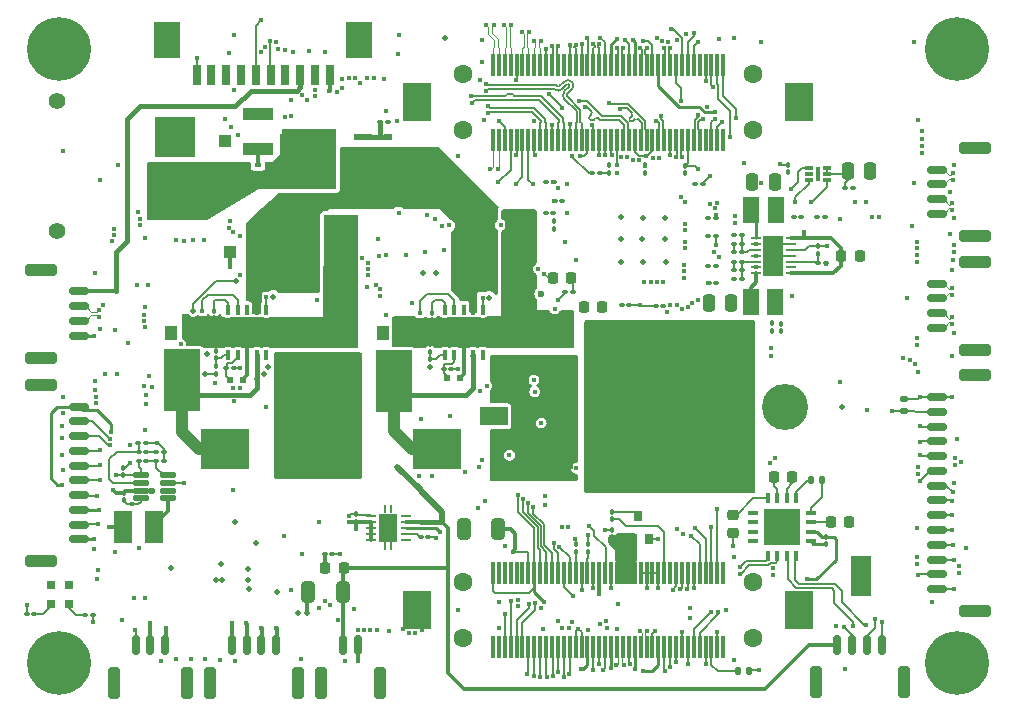
<source format=gbr>
%TF.GenerationSoftware,KiCad,Pcbnew,7.0.10*%
%TF.CreationDate,2024-02-09T12:16:23-05:00*%
%TF.ProjectId,pixc4-jetson-universal-carrier,70697863-342d-46a6-9574-736f6e2d756e,rev?*%
%TF.SameCoordinates,Original*%
%TF.FileFunction,Copper,L1,Top*%
%TF.FilePolarity,Positive*%
%FSLAX46Y46*%
G04 Gerber Fmt 4.6, Leading zero omitted, Abs format (unit mm)*
G04 Created by KiCad (PCBNEW 7.0.10) date 2024-02-09 12:16:23*
%MOMM*%
%LPD*%
G01*
G04 APERTURE LIST*
G04 Aperture macros list*
%AMRoundRect*
0 Rectangle with rounded corners*
0 $1 Rounding radius*
0 $2 $3 $4 $5 $6 $7 $8 $9 X,Y pos of 4 corners*
0 Add a 4 corners polygon primitive as box body*
4,1,4,$2,$3,$4,$5,$6,$7,$8,$9,$2,$3,0*
0 Add four circle primitives for the rounded corners*
1,1,$1+$1,$2,$3*
1,1,$1+$1,$4,$5*
1,1,$1+$1,$6,$7*
1,1,$1+$1,$8,$9*
0 Add four rect primitives between the rounded corners*
20,1,$1+$1,$2,$3,$4,$5,0*
20,1,$1+$1,$4,$5,$6,$7,0*
20,1,$1+$1,$6,$7,$8,$9,0*
20,1,$1+$1,$8,$9,$2,$3,0*%
G04 Aperture macros list end*
%TA.AperFunction,ComponentPad*%
%ADD10C,0.499999*%
%TD*%
%TA.AperFunction,SMDPad,CuDef*%
%ADD11R,2.500000X1.000000*%
%TD*%
%TA.AperFunction,SMDPad,CuDef*%
%ADD12R,1.100000X1.100000*%
%TD*%
%TA.AperFunction,SMDPad,CuDef*%
%ADD13R,0.700000X0.600000*%
%TD*%
%TA.AperFunction,SMDPad,CuDef*%
%ADD14RoundRect,0.150000X0.700000X-0.150000X0.700000X0.150000X-0.700000X0.150000X-0.700000X-0.150000X0*%
%TD*%
%TA.AperFunction,SMDPad,CuDef*%
%ADD15RoundRect,0.250000X1.100000X-0.250000X1.100000X0.250000X-1.100000X0.250000X-1.100000X-0.250000X0*%
%TD*%
%TA.AperFunction,SMDPad,CuDef*%
%ADD16R,2.200000X3.100000*%
%TD*%
%TA.AperFunction,SMDPad,CuDef*%
%ADD17R,0.800000X1.700000*%
%TD*%
%TA.AperFunction,SMDPad,CuDef*%
%ADD18RoundRect,0.150000X-0.700000X0.150000X-0.700000X-0.150000X0.700000X-0.150000X0.700000X0.150000X0*%
%TD*%
%TA.AperFunction,SMDPad,CuDef*%
%ADD19RoundRect,0.250000X-1.100000X0.250000X-1.100000X-0.250000X1.100000X-0.250000X1.100000X0.250000X0*%
%TD*%
%TA.AperFunction,ComponentPad*%
%ADD20C,1.400000*%
%TD*%
%TA.AperFunction,ComponentPad*%
%ADD21R,3.500000X3.500000*%
%TD*%
%TA.AperFunction,ComponentPad*%
%ADD22C,3.500000*%
%TD*%
%TA.AperFunction,SMDPad,CuDef*%
%ADD23R,0.600000X0.400000*%
%TD*%
%TA.AperFunction,SMDPad,CuDef*%
%ADD24RoundRect,0.100000X0.100000X-0.130000X0.100000X0.130000X-0.100000X0.130000X-0.100000X-0.130000X0*%
%TD*%
%TA.AperFunction,SMDPad,CuDef*%
%ADD25RoundRect,0.100000X-0.130000X-0.100000X0.130000X-0.100000X0.130000X0.100000X-0.130000X0.100000X0*%
%TD*%
%TA.AperFunction,SMDPad,CuDef*%
%ADD26R,1.000000X1.600000*%
%TD*%
%TA.AperFunction,SMDPad,CuDef*%
%ADD27R,1.600000X1.000000*%
%TD*%
%TA.AperFunction,SMDPad,CuDef*%
%ADD28R,0.350000X0.300000*%
%TD*%
%TA.AperFunction,SMDPad,CuDef*%
%ADD29R,0.300000X0.350000*%
%TD*%
%TA.AperFunction,SMDPad,CuDef*%
%ADD30R,0.600000X0.500000*%
%TD*%
%TA.AperFunction,SMDPad,CuDef*%
%ADD31RoundRect,0.100000X0.130000X0.100000X-0.130000X0.100000X-0.130000X-0.100000X0.130000X-0.100000X0*%
%TD*%
%TA.AperFunction,SMDPad,CuDef*%
%ADD32R,0.320000X0.860000*%
%TD*%
%TA.AperFunction,SMDPad,CuDef*%
%ADD33R,3.000000X2.600000*%
%TD*%
%TA.AperFunction,SMDPad,CuDef*%
%ADD34R,3.098800X5.207000*%
%TD*%
%TA.AperFunction,SMDPad,CuDef*%
%ADD35R,0.990600X1.143000*%
%TD*%
%TA.AperFunction,SMDPad,CuDef*%
%ADD36RoundRect,0.100000X-0.100000X0.130000X-0.100000X-0.130000X0.100000X-0.130000X0.100000X0.130000X0*%
%TD*%
%TA.AperFunction,SMDPad,CuDef*%
%ADD37R,0.800000X0.900000*%
%TD*%
%TA.AperFunction,SMDPad,CuDef*%
%ADD38R,4.100000X3.500000*%
%TD*%
%TA.AperFunction,SMDPad,CuDef*%
%ADD39R,4.099999X3.500001*%
%TD*%
%TA.AperFunction,ComponentPad*%
%ADD40C,0.800000*%
%TD*%
%TA.AperFunction,ComponentPad*%
%ADD41C,5.400000*%
%TD*%
%TA.AperFunction,SMDPad,CuDef*%
%ADD42R,0.300000X1.900000*%
%TD*%
%TA.AperFunction,ComponentPad*%
%ADD43C,1.600000*%
%TD*%
%TA.AperFunction,SMDPad,CuDef*%
%ADD44R,2.450000X3.200000*%
%TD*%
%TA.AperFunction,SMDPad,CuDef*%
%ADD45R,0.800000X0.800000*%
%TD*%
%TA.AperFunction,SMDPad,CuDef*%
%ADD46C,0.500000*%
%TD*%
%TA.AperFunction,SMDPad,CuDef*%
%ADD47RoundRect,0.150000X-0.150000X-0.700000X0.150000X-0.700000X0.150000X0.700000X-0.150000X0.700000X0*%
%TD*%
%TA.AperFunction,SMDPad,CuDef*%
%ADD48RoundRect,0.250000X-0.250000X-1.100000X0.250000X-1.100000X0.250000X1.100000X-0.250000X1.100000X0*%
%TD*%
%TA.AperFunction,SMDPad,CuDef*%
%ADD49R,1.800000X3.400000*%
%TD*%
%TA.AperFunction,SMDPad,CuDef*%
%ADD50RoundRect,0.225000X-0.225000X-0.250000X0.225000X-0.250000X0.225000X0.250000X-0.225000X0.250000X0*%
%TD*%
%TA.AperFunction,SMDPad,CuDef*%
%ADD51RoundRect,0.012800X-0.147200X0.407200X-0.147200X-0.407200X0.147200X-0.407200X0.147200X0.407200X0*%
%TD*%
%TA.AperFunction,SMDPad,CuDef*%
%ADD52RoundRect,0.012800X-0.407200X-0.147200X0.407200X-0.147200X0.407200X0.147200X-0.407200X0.147200X0*%
%TD*%
%TA.AperFunction,SMDPad,CuDef*%
%ADD53R,3.100000X3.100000*%
%TD*%
%TA.AperFunction,SMDPad,CuDef*%
%ADD54R,1.549400X2.692400*%
%TD*%
%TA.AperFunction,SMDPad,CuDef*%
%ADD55RoundRect,0.140000X0.140000X0.170000X-0.140000X0.170000X-0.140000X-0.170000X0.140000X-0.170000X0*%
%TD*%
%TA.AperFunction,SMDPad,CuDef*%
%ADD56R,0.635000X0.304800*%
%TD*%
%TA.AperFunction,SMDPad,CuDef*%
%ADD57R,0.457200X1.295400*%
%TD*%
%TA.AperFunction,SMDPad,CuDef*%
%ADD58RoundRect,0.250000X0.250000X0.475000X-0.250000X0.475000X-0.250000X-0.475000X0.250000X-0.475000X0*%
%TD*%
%TA.AperFunction,SMDPad,CuDef*%
%ADD59RoundRect,0.218750X-0.218750X-0.256250X0.218750X-0.256250X0.218750X0.256250X-0.218750X0.256250X0*%
%TD*%
%TA.AperFunction,SMDPad,CuDef*%
%ADD60RoundRect,0.250000X-0.300000X-0.300000X0.300000X-0.300000X0.300000X0.300000X-0.300000X0.300000X0*%
%TD*%
%TA.AperFunction,SMDPad,CuDef*%
%ADD61RoundRect,0.250000X0.325000X0.650000X-0.325000X0.650000X-0.325000X-0.650000X0.325000X-0.650000X0*%
%TD*%
%TA.AperFunction,SMDPad,CuDef*%
%ADD62R,1.350000X2.200000*%
%TD*%
%TA.AperFunction,SMDPad,CuDef*%
%ADD63R,1.524000X0.533400*%
%TD*%
%TA.AperFunction,SMDPad,CuDef*%
%ADD64R,4.648200X5.054600*%
%TD*%
%TA.AperFunction,SMDPad,CuDef*%
%ADD65R,0.850000X0.280000*%
%TD*%
%TA.AperFunction,ComponentPad*%
%ADD66C,0.600000*%
%TD*%
%TA.AperFunction,SMDPad,CuDef*%
%ADD67R,0.280000X0.700000*%
%TD*%
%TA.AperFunction,SMDPad,CuDef*%
%ADD68R,1.650000X2.400000*%
%TD*%
%TA.AperFunction,SMDPad,CuDef*%
%ADD69R,0.804800X0.249200*%
%TD*%
%TA.AperFunction,SMDPad,CuDef*%
%ADD70R,1.800000X3.400001*%
%TD*%
%TA.AperFunction,SMDPad,CuDef*%
%ADD71RoundRect,0.147500X0.172500X-0.147500X0.172500X0.147500X-0.172500X0.147500X-0.172500X-0.147500X0*%
%TD*%
%TA.AperFunction,SMDPad,CuDef*%
%ADD72RoundRect,0.125000X-0.537500X-0.125000X0.537500X-0.125000X0.537500X0.125000X-0.537500X0.125000X0*%
%TD*%
%TA.AperFunction,SMDPad,CuDef*%
%ADD73RoundRect,0.147500X-0.147500X-0.172500X0.147500X-0.172500X0.147500X0.172500X-0.147500X0.172500X0*%
%TD*%
%TA.AperFunction,SMDPad,CuDef*%
%ADD74RoundRect,0.225000X0.225000X0.250000X-0.225000X0.250000X-0.225000X-0.250000X0.225000X-0.250000X0*%
%TD*%
%TA.AperFunction,SMDPad,CuDef*%
%ADD75RoundRect,0.225000X0.250000X-0.225000X0.250000X0.225000X-0.250000X0.225000X-0.250000X-0.225000X0*%
%TD*%
%TA.AperFunction,SMDPad,CuDef*%
%ADD76RoundRect,0.250000X-0.325000X-0.650000X0.325000X-0.650000X0.325000X0.650000X-0.325000X0.650000X0*%
%TD*%
%TA.AperFunction,SMDPad,CuDef*%
%ADD77R,2.400000X1.650000*%
%TD*%
%TA.AperFunction,ComponentPad*%
%ADD78C,3.900000*%
%TD*%
%TA.AperFunction,ViaPad*%
%ADD79C,0.400000*%
%TD*%
%TA.AperFunction,ViaPad*%
%ADD80C,0.500000*%
%TD*%
%TA.AperFunction,ViaPad*%
%ADD81C,0.600000*%
%TD*%
%TA.AperFunction,Conductor*%
%ADD82C,0.144780*%
%TD*%
%TA.AperFunction,Conductor*%
%ADD83C,0.102108*%
%TD*%
%TA.AperFunction,Conductor*%
%ADD84C,0.152400*%
%TD*%
%TA.AperFunction,Conductor*%
%ADD85C,0.457200*%
%TD*%
%TA.AperFunction,Conductor*%
%ADD86C,0.304800*%
%TD*%
%TA.AperFunction,Conductor*%
%ADD87C,0.254000*%
%TD*%
%TA.AperFunction,Conductor*%
%ADD88C,0.203200*%
%TD*%
%TA.AperFunction,Conductor*%
%ADD89C,0.127000*%
%TD*%
%TA.AperFunction,Conductor*%
%ADD90C,0.157480*%
%TD*%
%TA.AperFunction,Conductor*%
%ADD91C,0.381000*%
%TD*%
%TA.AperFunction,Conductor*%
%ADD92C,1.016000*%
%TD*%
%TA.AperFunction,Conductor*%
%ADD93C,0.508000*%
%TD*%
G04 APERTURE END LIST*
D10*
%TO.P,U14,7,PAD*%
%TO.N,GND*%
X93459999Y-100730000D03*
X92360001Y-100730000D03*
%TD*%
D11*
%TO.P,C9,1*%
%TO.N,Net-(C9-Pad1)*%
X78392200Y-90238400D03*
%TO.P,C9,2*%
%TO.N,GND*%
X78392200Y-87238400D03*
%TD*%
D12*
%TO.P,D1,1*%
%TO.N,/MainPower/PWR_IN*%
X75532200Y-92333400D03*
%TO.P,D1,2*%
%TO.N,GND*%
X75532200Y-89533400D03*
%TD*%
D13*
%TO.P,D6,1,K*%
%TO.N,+BATT*%
X89392200Y-90618400D03*
%TO.P,D6,2,A*%
%TO.N,Net-(D6-A)*%
X89392200Y-89218400D03*
%TD*%
D14*
%TO.P,J9,1,Pin_1*%
%TO.N,ETH_SPARE_RX_POSTMAG_P*%
X135872200Y-95683400D03*
%TO.P,J9,2,Pin_2*%
%TO.N,ETH_SPARE_RX_POSTMAG_N*%
X135872200Y-94433400D03*
%TO.P,J9,3,Pin_3*%
%TO.N,ETH_SPARE_TX_POSTMAG_P*%
X135872200Y-93183400D03*
%TO.P,J9,4,Pin_4*%
%TO.N,ETH_SPARE_TX_POSTMAG_N*%
X135872200Y-91933400D03*
D15*
%TO.P,J9,MP*%
%TO.N,N/C*%
X139072200Y-97533400D03*
X139072200Y-90083400D03*
%TD*%
D16*
%TO.P,J10,*%
%TO.N,*%
X86915800Y-80993320D03*
X70665800Y-80993320D03*
D17*
%TO.P,J10,1,Pin_1*%
%TO.N,GND*%
X84415800Y-83893320D03*
%TO.P,J10,2,Pin_2*%
%TO.N,unconnected-(J10-Pin_2-Pad2)*%
X83165800Y-83893320D03*
%TO.P,J10,3,Pin_3*%
%TO.N,+5V_PROT*%
X81915800Y-83893320D03*
%TO.P,J10,4,Pin_4*%
%TO.N,IRID_ON_OFF_3.3*%
X80665800Y-83893320D03*
%TO.P,J10,5,Pin_5*%
%TO.N,IRID_TX_IN_3.3*%
X79415800Y-83893320D03*
%TO.P,J10,6,Pin_6*%
%TO.N,IRID_RING_3.3*%
X78165800Y-83893320D03*
%TO.P,J10,7,Pin_7*%
%TO.N,IRID_NA_3.3*%
X76915800Y-83893320D03*
%TO.P,J10,8,Pin_8*%
%TO.N,unconnected-(J10-Pin_8-Pad8)*%
X75665800Y-83893320D03*
%TO.P,J10,9,Pin_9*%
%TO.N,unconnected-(J10-Pin_9-Pad9)*%
X74415800Y-83893320D03*
%TO.P,J10,10,Pin_10*%
%TO.N,IRID_RX_OUT_3.3*%
X73165800Y-83893320D03*
%TD*%
D18*
%TO.P,J20,1,Pin_1*%
%TO.N,+VDD_5V_PERIPH*%
X63220000Y-112000000D03*
%TO.P,J20,2,Pin_2*%
%TO.N,GPS1_TX*%
X63220000Y-113250000D03*
%TO.P,J20,3,Pin_3*%
%TO.N,GPS1_RX*%
X63220000Y-114500000D03*
%TO.P,J20,4,Pin_4*%
%TO.N,FMU_I2C_1_SCL*%
X63220000Y-115750000D03*
%TO.P,J20,5,Pin_5*%
%TO.N,FMU_I2C_1_SDA*%
X63220000Y-117000000D03*
%TO.P,J20,6,Pin_6*%
%TO.N,SAFETY_SWITCH_IN*%
X63220000Y-118250000D03*
%TO.P,J20,7,Pin_7*%
%TO.N,Net-(J20-Pin_7)*%
X63220000Y-119500000D03*
%TO.P,J20,8,Pin_8*%
%TO.N,SAFETY_VDD*%
X63220000Y-120750000D03*
%TO.P,J20,9,Pin_9*%
%TO.N,BUZZER_OUT*%
X63220000Y-122000000D03*
%TO.P,J20,10,Pin_10*%
%TO.N,GND*%
X63220000Y-123250000D03*
D19*
%TO.P,J20,MP*%
%TO.N,N/C*%
X60020000Y-110150000D03*
X60020000Y-125100000D03*
%TD*%
D20*
%TO.P,J27,*%
%TO.N,*%
X61310700Y-97173560D03*
X61310700Y-86173560D03*
D21*
%TO.P,J27,1,Pin_1*%
%TO.N,GND*%
X71310700Y-89173560D03*
D22*
%TO.P,J27,2,Pin_2*%
%TO.N,/MainPower/PWR_IN*%
X71310700Y-94173560D03*
%TD*%
D23*
%TO.P,R5,1*%
%TO.N,/MainPower/PWR_IN*%
X78352200Y-92418400D03*
%TO.P,R5,2*%
%TO.N,Net-(C9-Pad1)*%
X78352200Y-91518400D03*
%TD*%
D24*
%TO.P,R12,1*%
%TO.N,Net-(U3-FB)*%
X92920300Y-107378300D03*
%TO.P,R12,2*%
%TO.N,GND*%
X92920300Y-106738300D03*
%TD*%
D25*
%TO.P,R18,1*%
%TO.N,Net-(D6-A)*%
X88687200Y-87908400D03*
%TO.P,R18,2*%
%TO.N,GND*%
X89327200Y-87908400D03*
%TD*%
D26*
%TO.P,C7,1*%
%TO.N,+BATT*%
X96812200Y-96718400D03*
%TO.P,C7,2*%
%TO.N,GND*%
X99812200Y-96718400D03*
%TD*%
D27*
%TO.P,C24,1*%
%TO.N,+5V_FMU*%
X101593520Y-108501100D03*
%TO.P,C24,2*%
%TO.N,GND*%
X101593520Y-105501100D03*
%TD*%
D26*
%TO.P,C10,1*%
%TO.N,+BATT*%
X96812200Y-98963500D03*
%TO.P,C10,2*%
%TO.N,GND*%
X99812200Y-98963500D03*
%TD*%
%TO.P,C12,1*%
%TO.N,+BATT*%
X96807200Y-101228400D03*
%TO.P,C12,2*%
%TO.N,GND*%
X99807200Y-101228400D03*
%TD*%
D28*
%TO.P,C14,1*%
%TO.N,Net-(U3-SS{slash}TR)*%
X92092200Y-104098400D03*
%TO.P,C14,2*%
%TO.N,GND*%
X92092200Y-104658400D03*
%TD*%
D29*
%TO.P,C16,1*%
%TO.N,Net-(C16-Pad1)*%
X95265300Y-108823300D03*
%TO.P,C16,2*%
%TO.N,GND*%
X95825300Y-108823300D03*
%TD*%
D27*
%TO.P,C22,1*%
%TO.N,+5V_FMU*%
X99381180Y-108485860D03*
%TO.P,C22,2*%
%TO.N,GND*%
X99381180Y-105485860D03*
%TD*%
%TO.P,C26,1*%
%TO.N,+5V_FMU*%
X103770300Y-108498300D03*
%TO.P,C26,2*%
%TO.N,GND*%
X103770300Y-105498300D03*
%TD*%
D30*
%TO.P,C18,1*%
%TO.N,Net-(U3-COMP)*%
X94370300Y-109623300D03*
%TO.P,C18,2*%
%TO.N,GND*%
X95470300Y-109623300D03*
%TD*%
D29*
%TO.P,C20,1*%
%TO.N,Net-(D2-K)*%
X97925300Y-102773300D03*
%TO.P,C20,2*%
%TO.N,Net-(U3-BOOT)*%
X97365300Y-102773300D03*
%TD*%
D31*
%TO.P,R6,1*%
%TO.N,Net-(C16-Pad1)*%
X94732200Y-108818400D03*
%TO.P,R6,2*%
%TO.N,Net-(U3-COMP)*%
X94092200Y-108818400D03*
%TD*%
D24*
%TO.P,R8,1*%
%TO.N,GND*%
X93072200Y-104698400D03*
%TO.P,R8,2*%
%TO.N,Net-(U3-RT{slash}CLK)*%
X93072200Y-104058400D03*
%TD*%
D32*
%TO.P,U3,1,BOOT*%
%TO.N,Net-(U3-BOOT)*%
X97370300Y-103788300D03*
%TO.P,U3,2,VIN*%
%TO.N,+BATT*%
X96570300Y-103788300D03*
%TO.P,U3,3,EN*%
%TO.N,unconnected-(U3-EN-Pad3)*%
X95770300Y-103788300D03*
%TO.P,U3,4,SS/TR*%
%TO.N,Net-(U3-SS{slash}TR)*%
X94970300Y-103788300D03*
%TO.P,U3,5,RT/CLK*%
%TO.N,Net-(U3-RT{slash}CLK)*%
X94170300Y-103788300D03*
%TO.P,U3,6,FB*%
%TO.N,Net-(U3-FB)*%
X94170300Y-107658300D03*
%TO.P,U3,7,COMP*%
%TO.N,Net-(U3-COMP)*%
X94970300Y-107658300D03*
%TO.P,U3,8,GND*%
%TO.N,GND*%
X95770300Y-107658300D03*
%TO.P,U3,9,SW*%
%TO.N,Net-(D2-K)*%
X96570300Y-107658300D03*
%TO.P,U3,10,PWRGD*%
%TO.N,unconnected-(U3-PWRGD-Pad10)*%
X97370300Y-107658300D03*
D33*
%TO.P,U3,11,EXP*%
%TO.N,GND*%
X95770300Y-105723300D03*
%TD*%
D34*
%TO.P,D2,1,K*%
%TO.N,Net-(D2-K)*%
X89845300Y-109802400D03*
D35*
%TO.P,D2,2,A*%
%TO.N,GND*%
X90765301Y-105814600D03*
%TO.P,D2,3*%
%TO.N,N/C*%
X88925299Y-105814600D03*
%TD*%
D36*
%TO.P,R19,1*%
%TO.N,Net-(J20-Pin_7)*%
X105257600Y-123657400D03*
%TO.P,R19,2*%
%TO.N,~{SAFETY_SWITCH_LED_OUT}*%
X105257600Y-124297400D03*
%TD*%
D37*
%TO.P,Q1,1,G*%
%TO.N,+5V_FMU*%
X109590000Y-123240000D03*
%TO.P,Q1,2,S*%
%TO.N,GND*%
X111490000Y-123240000D03*
%TO.P,Q1,3,D*%
%TO.N,Net-(Q1-D)*%
X110540000Y-121240000D03*
%TD*%
D24*
%TO.P,R1,1*%
%TO.N,+5V_FMU*%
X108310000Y-123055000D03*
%TO.P,R1,2*%
%TO.N,GND*%
X108310000Y-122415000D03*
%TD*%
%TO.P,R2,1*%
%TO.N,~{VDD_POWERA_VALID}*%
X108330000Y-121560000D03*
%TO.P,R2,2*%
%TO.N,Net-(Q1-D)*%
X108330000Y-120920000D03*
%TD*%
D31*
%TO.P,R7,1*%
%TO.N,Net-(C17-Pad1)*%
X76322200Y-108768400D03*
%TO.P,R7,2*%
%TO.N,Net-(U4-COMP)*%
X75682200Y-108768400D03*
%TD*%
D24*
%TO.P,R9,1*%
%TO.N,GND*%
X74645300Y-104518300D03*
%TO.P,R9,2*%
%TO.N,Net-(U4-RT{slash}CLK)*%
X74645300Y-103878300D03*
%TD*%
D38*
%TO.P,L2,1,1*%
%TO.N,Net-(D3-K)*%
X75570300Y-115573300D03*
D39*
%TO.P,L2,2,2*%
%TO.N,+5V*%
X85070300Y-115573300D03*
%TD*%
D24*
%TO.P,R14,1*%
%TO.N,+5V*%
X74770300Y-109248300D03*
%TO.P,R14,2*%
%TO.N,Net-(U4-FB)*%
X74770300Y-108608300D03*
%TD*%
D27*
%TO.P,C25,1*%
%TO.N,+5V*%
X83345300Y-108348300D03*
%TO.P,C25,2*%
%TO.N,GND*%
X83345300Y-105348300D03*
%TD*%
D26*
%TO.P,C13,1*%
%TO.N,+BATT*%
X81698200Y-96746400D03*
%TO.P,C13,2*%
%TO.N,GND*%
X84698200Y-96746400D03*
%TD*%
D27*
%TO.P,C23,1*%
%TO.N,+5V*%
X81045300Y-108373300D03*
%TO.P,C23,2*%
%TO.N,GND*%
X81045300Y-105373300D03*
%TD*%
D29*
%TO.P,C17,1*%
%TO.N,Net-(C17-Pad1)*%
X76862200Y-108768400D03*
%TO.P,C17,2*%
%TO.N,GND*%
X77422200Y-108768400D03*
%TD*%
D26*
%TO.P,C11,1*%
%TO.N,+BATT*%
X81712200Y-98948400D03*
%TO.P,C11,2*%
%TO.N,GND*%
X84712200Y-98948400D03*
%TD*%
%TO.P,C8,1*%
%TO.N,+BATT*%
X81712200Y-101148400D03*
%TO.P,C8,2*%
%TO.N,GND*%
X84712200Y-101148400D03*
%TD*%
D30*
%TO.P,C19,1*%
%TO.N,Net-(U4-COMP)*%
X75962200Y-109728400D03*
%TO.P,C19,2*%
%TO.N,GND*%
X77062200Y-109728400D03*
%TD*%
D28*
%TO.P,C15,1*%
%TO.N,Net-(U4-SS{slash}TR)*%
X73645300Y-103918300D03*
%TO.P,C15,2*%
%TO.N,GND*%
X73645300Y-104478300D03*
%TD*%
D29*
%TO.P,C21,1*%
%TO.N,Net-(D3-K)*%
X79625300Y-102723300D03*
%TO.P,C21,2*%
%TO.N,Net-(U4-BOOT)*%
X79065300Y-102723300D03*
%TD*%
D27*
%TO.P,C27,1*%
%TO.N,+5V*%
X85570300Y-108348300D03*
%TO.P,C27,2*%
%TO.N,GND*%
X85570300Y-105348300D03*
%TD*%
D32*
%TO.P,U4,1,BOOT*%
%TO.N,Net-(U4-BOOT)*%
X79045300Y-103788300D03*
%TO.P,U4,2,VIN*%
%TO.N,+BATT*%
X78245300Y-103788300D03*
%TO.P,U4,3,EN*%
%TO.N,unconnected-(U4-EN-Pad3)*%
X77445300Y-103788300D03*
%TO.P,U4,4,SS/TR*%
%TO.N,Net-(U4-SS{slash}TR)*%
X76645300Y-103788300D03*
%TO.P,U4,5,RT/CLK*%
%TO.N,Net-(U4-RT{slash}CLK)*%
X75845300Y-103788300D03*
%TO.P,U4,6,FB*%
%TO.N,Net-(U4-FB)*%
X75845300Y-107658300D03*
%TO.P,U4,7,COMP*%
%TO.N,Net-(U4-COMP)*%
X76645300Y-107658300D03*
%TO.P,U4,8,GND*%
%TO.N,GND*%
X77445300Y-107658300D03*
%TO.P,U4,9,SW*%
%TO.N,Net-(D3-K)*%
X78245300Y-107658300D03*
%TO.P,U4,10,PWRGD*%
%TO.N,unconnected-(U4-PWRGD-Pad10)*%
X79045300Y-107658300D03*
D33*
%TO.P,U4,11,EXP*%
%TO.N,GND*%
X77445300Y-105723300D03*
%TD*%
D24*
%TO.P,R15,1*%
%TO.N,Net-(U4-FB)*%
X74770300Y-107918300D03*
%TO.P,R15,2*%
%TO.N,GND*%
X74770300Y-107278300D03*
%TD*%
D34*
%TO.P,D3,1,K*%
%TO.N,Net-(D3-K)*%
X71920300Y-109752400D03*
D35*
%TO.P,D3,2,A*%
%TO.N,GND*%
X72840301Y-105764600D03*
%TO.P,D3,3*%
%TO.N,N/C*%
X71000299Y-105764600D03*
%TD*%
D40*
%TO.P,J1,1,Pin_1*%
%TO.N,GND*%
X59475000Y-81750000D03*
X60068109Y-80318109D03*
X60068109Y-83181891D03*
X61500000Y-79725000D03*
D41*
X61500000Y-81750000D03*
D40*
X61500000Y-83775000D03*
X62931891Y-80318109D03*
X62931891Y-83181891D03*
X63525000Y-81750000D03*
%TD*%
%TO.P,J2,1,Pin_1*%
%TO.N,GND*%
X59475000Y-133750000D03*
X60068109Y-132318109D03*
X60068109Y-135181891D03*
X61500000Y-131725000D03*
D41*
X61500000Y-133750000D03*
D40*
X61500000Y-135775000D03*
X62931891Y-132318109D03*
X62931891Y-135181891D03*
X63525000Y-133750000D03*
%TD*%
%TO.P,J3,1,Pin_1*%
%TO.N,GND*%
X135475000Y-81750000D03*
X136068109Y-80318109D03*
X136068109Y-83181891D03*
X137500000Y-79725000D03*
D41*
X137500000Y-81750000D03*
D40*
X137500000Y-83775000D03*
X138931891Y-80318109D03*
X138931891Y-83181891D03*
X139525000Y-81750000D03*
%TD*%
%TO.P,J4,1,Pin_1*%
%TO.N,GND*%
X135475000Y-133750000D03*
X136068109Y-132318109D03*
X136068109Y-135181891D03*
X137500000Y-131725000D03*
D41*
X137500000Y-133750000D03*
D40*
X137500000Y-135775000D03*
X138931891Y-132318109D03*
X138931891Y-135181891D03*
X139525000Y-133750000D03*
%TD*%
D42*
%TO.P,J5,1,1*%
%TO.N,JETSON_CAN+*%
X98250000Y-89400000D03*
%TO.P,J5,2,2*%
%TO.N,JETSON_CAN-*%
X98750000Y-89400000D03*
%TO.P,J5,3,3*%
%TO.N,GND*%
X99250000Y-89400000D03*
%TO.P,J5,4,4*%
%TO.N,CAM0_SDA0*%
X99750000Y-89400000D03*
%TO.P,J5,5,5*%
%TO.N,CAM0_SCL0*%
X100250000Y-89400000D03*
%TO.P,J5,6,6*%
%TO.N,CAM0_MCLK*%
X100750000Y-89400000D03*
%TO.P,J5,7,7*%
%TO.N,CAM0_GPIO*%
X101250000Y-89400000D03*
%TO.P,J5,8,8*%
%TO.N,GND*%
X101750000Y-89400000D03*
%TO.P,J5,9,9*%
%TO.N,CAM0_D1_P*%
X102250000Y-89400000D03*
%TO.P,J5,10,10*%
%TO.N,CAM0_D1_N*%
X102750000Y-89400000D03*
%TO.P,J5,11,11*%
%TO.N,GND*%
X103250000Y-89400000D03*
%TO.P,J5,12,12*%
%TO.N,CAM0_C_P*%
X103750000Y-89400000D03*
%TO.P,J5,13,13*%
%TO.N,CAM0_C_N*%
X104250000Y-89400000D03*
%TO.P,J5,14,14*%
%TO.N,GND*%
X104750000Y-89400000D03*
%TO.P,J5,15,15*%
%TO.N,CAM0_D0_P*%
X105250000Y-89400000D03*
%TO.P,J5,16,16*%
%TO.N,CAM0_D0_N*%
X105750000Y-89400000D03*
%TO.P,J5,17,17*%
%TO.N,GND*%
X106250000Y-89400000D03*
%TO.P,J5,18,18*%
%TO.N,CAM1_SDA0*%
X106750000Y-89400000D03*
%TO.P,J5,19,19*%
%TO.N,CAM1_SCL0*%
X107250000Y-89400000D03*
%TO.P,J5,20,20*%
%TO.N,CAM1_MCLK*%
X107750000Y-89400000D03*
%TO.P,J5,21,21*%
%TO.N,CAM1_GPIO*%
X108250000Y-89400000D03*
%TO.P,J5,22,22*%
%TO.N,GND*%
X108750000Y-89400000D03*
%TO.P,J5,23,23*%
%TO.N,CAM1_D1_P*%
X109250000Y-89400000D03*
%TO.P,J5,24,24*%
%TO.N,CAM1_D1_N*%
X109750000Y-89400000D03*
%TO.P,J5,25,25*%
%TO.N,GND*%
X110250000Y-89400000D03*
%TO.P,J5,26,26*%
%TO.N,CAM1_C_P*%
X110750000Y-89400000D03*
%TO.P,J5,27,27*%
%TO.N,CAM1_C_N*%
X111250000Y-89400000D03*
%TO.P,J5,28,28*%
%TO.N,GND*%
X111750000Y-89400000D03*
%TO.P,J5,29,29*%
%TO.N,CAM1_D0_P*%
X112250000Y-89400000D03*
%TO.P,J5,30,30*%
%TO.N,CAM1_D0_N*%
X112750000Y-89400000D03*
%TO.P,J5,31,31*%
%TO.N,GND*%
X113250000Y-89400000D03*
%TO.P,J5,32,32*%
%TO.N,CAM0_D2_P*%
X113750000Y-89400000D03*
%TO.P,J5,33,33*%
%TO.N,CAM0_D2_N*%
X114250000Y-89400000D03*
%TO.P,J5,34,34*%
%TO.N,GND*%
X114750000Y-89400000D03*
%TO.P,J5,35,35*%
%TO.N,CAM0_D3_P*%
X115250000Y-89400000D03*
%TO.P,J5,36,36*%
%TO.N,CAM0_D3_N*%
X115750000Y-89400000D03*
%TO.P,J5,37,37*%
%TO.N,I2S0_DIN*%
X116250000Y-89400000D03*
%TO.P,J5,38,38*%
%TO.N,nMOD_SLEEP*%
X116750000Y-89400000D03*
%TO.P,J5,39,39*%
%TO.N,SLEEP{slash}WAKE*%
X117250000Y-89400000D03*
%TO.P,J5,40,40*%
%TO.N,I2S0_FS*%
X117750000Y-89400000D03*
%TO.P,J5,41,41*%
%TO.N,ETH_SPARE_TX_N*%
X98250000Y-83100000D03*
%TO.P,J5,42,42*%
%TO.N,ETH_SPARE_TX_P*%
X98750000Y-83100000D03*
%TO.P,J5,43,43*%
%TO.N,ETH_SPARE_RX_N*%
X99250000Y-83100000D03*
%TO.P,J5,44,44*%
%TO.N,ETH_SPARE_RX_P*%
X99750000Y-83100000D03*
%TO.P,J5,45,45*%
%TO.N,GND*%
X100250000Y-83100000D03*
%TO.P,J5,46,46*%
%TO.N,ETH_RADIO_RX_P*%
X100750000Y-83100000D03*
%TO.P,J5,47,47*%
%TO.N,ETH_RADIO_RX_N*%
X101250000Y-83100000D03*
%TO.P,J5,48,48*%
%TO.N,ETH_RADIO_TX_P*%
X101750000Y-83100000D03*
%TO.P,J5,49,49*%
%TO.N,ETH_RADIO_TX_N*%
X102250000Y-83100000D03*
%TO.P,J5,50,50*%
%TO.N,GND*%
X102750000Y-83100000D03*
%TO.P,J5,51,51*%
%TO.N,USBSS_RX_P*%
X103250000Y-83100000D03*
%TO.P,J5,52,52*%
%TO.N,USBSS_RX_N*%
X103750000Y-83100000D03*
%TO.P,J5,53,53*%
%TO.N,GND*%
X104250000Y-83100000D03*
%TO.P,J5,54,54*%
%TO.N,USBSS_TX_P*%
X104750000Y-83100000D03*
%TO.P,J5,55,55*%
%TO.N,USBSS_TX_N*%
X105250000Y-83100000D03*
%TO.P,J5,56,56*%
%TO.N,GND*%
X105750000Y-83100000D03*
%TO.P,J5,57,57*%
%TO.N,PORT_VBUS_JETSON*%
X106250000Y-83100000D03*
%TO.P,J5,58,58*%
%TO.N,JETSON_USB1_D_P*%
X106750000Y-83100000D03*
%TO.P,J5,59,59*%
%TO.N,JETSON_USB1_D_N*%
X107250000Y-83100000D03*
%TO.P,J5,60,60*%
%TO.N,GND*%
X107750000Y-83100000D03*
%TO.P,J5,61,61*%
%TO.N,PORT_VBUS_4*%
X108250000Y-83100000D03*
%TO.P,J5,62,62*%
%TO.N,USB4+*%
X108750000Y-83100000D03*
%TO.P,J5,63,63*%
%TO.N,USB4-*%
X109250000Y-83100000D03*
%TO.P,J5,64,64*%
%TO.N,GND*%
X109750000Y-83100000D03*
%TO.P,J5,65,65*%
%TO.N,PORT_VBUS_3*%
X110250000Y-83100000D03*
%TO.P,J5,66,66*%
%TO.N,USB3+*%
X110750000Y-83100000D03*
%TO.P,J5,67,67*%
%TO.N,USB3-*%
X111250000Y-83100000D03*
%TO.P,J5,68,68*%
%TO.N,GND*%
X111750000Y-83100000D03*
%TO.P,J5,69,69*%
%TO.N,PORT_VBUS_2*%
X112250000Y-83100000D03*
%TO.P,J5,70,70*%
%TO.N,USB2+*%
X112750000Y-83100000D03*
%TO.P,J5,71,71*%
%TO.N,USB2-*%
X113250000Y-83100000D03*
%TO.P,J5,72,72*%
%TO.N,GND*%
X113750000Y-83100000D03*
%TO.P,J5,73,73*%
%TO.N,IRID_RING_3.3*%
X114250000Y-83100000D03*
%TO.P,J5,74,74*%
%TO.N,IRID_RX_OUT_3.3*%
X114750000Y-83100000D03*
%TO.P,J5,75,75*%
%TO.N,IRID_TX_IN_3.3*%
X115250000Y-83100000D03*
%TO.P,J5,76,76*%
%TO.N,I2S0_SCLK*%
X115750000Y-83100000D03*
%TO.P,J5,77,77*%
%TO.N,XAVIER_I2C1_SDA*%
X116250000Y-83100000D03*
%TO.P,J5,78,78*%
%TO.N,XAVIER_I2C1_SCL*%
X116750000Y-83100000D03*
%TO.P,J5,79,79*%
%TO.N,GPIO02*%
X117250000Y-83100000D03*
%TO.P,J5,80,80*%
%TO.N,3V3_SYS*%
X117750000Y-83100000D03*
D43*
%TO.P,J5,81,P1*%
%TO.N,+5V*%
X95750000Y-88625000D03*
%TO.P,J5,82,P2*%
X120250000Y-88625000D03*
%TO.P,J5,83,P3*%
%TO.N,GND*%
X95750000Y-83875000D03*
%TO.P,J5,84,P4*%
X120250000Y-83875000D03*
D44*
%TO.P,J5,85,MNT_1*%
X91825000Y-86250000D03*
%TO.P,J5,86,MNT_2*%
X124175000Y-86250000D03*
%TD*%
D42*
%TO.P,J6,1,1*%
%TO.N,FMU-CH6-PROT*%
X98250000Y-132400000D03*
%TO.P,J6,2,2*%
%TO.N,FMU-CH5-PROT*%
X98750000Y-132400000D03*
%TO.P,J6,3,3*%
%TO.N,FMU-CH4-PROT*%
X99250000Y-132400000D03*
%TO.P,J6,4,4*%
%TO.N,FMU-CH3-PROT*%
X99750000Y-132400000D03*
%TO.P,J6,5,5*%
%TO.N,FMU-CH2-PROT*%
X100250000Y-132400000D03*
%TO.P,J6,6,6*%
%TO.N,FMU-CH1-PROT*%
X100750000Y-132400000D03*
%TO.P,J6,7,7*%
%TO.N,IO-CH1-PROT*%
X101250000Y-132400000D03*
%TO.P,J6,8,8*%
%TO.N,IO-CH2-PROT*%
X101750000Y-132400000D03*
%TO.P,J6,9,9*%
%TO.N,IO-CH3-PROT*%
X102250000Y-132400000D03*
%TO.P,J6,10,10*%
%TO.N,IO-CH4-PROT*%
X102750000Y-132400000D03*
%TO.P,J6,11,11*%
%TO.N,IO-CH5-PROT*%
X103250000Y-132400000D03*
%TO.P,J6,12,12*%
%TO.N,IO-CH6-PROT*%
X103750000Y-132400000D03*
%TO.P,J6,13,13*%
%TO.N,IO-CH7-PROT*%
X104250000Y-132400000D03*
%TO.P,J6,14,14*%
%TO.N,IO-CH8-PROT*%
X104750000Y-132400000D03*
%TO.P,J6,15,15*%
%TO.N,GND*%
X105250000Y-132400000D03*
%TO.P,J6,16,16*%
X105750000Y-132400000D03*
%TO.P,J6,17,17*%
%TO.N,+VDD_5V_PERIPH*%
X106250000Y-132400000D03*
%TO.P,J6,18,18*%
%TO.N,FMU_I2C_2_SCL*%
X106750000Y-132400000D03*
%TO.P,J6,19,19*%
%TO.N,FMU_I2C_2_SDA*%
X107250000Y-132400000D03*
%TO.P,J6,20,20*%
%TO.N,GND*%
X107750000Y-132400000D03*
%TO.P,J6,21,21*%
%TO.N,+VDD_5V_PERIPH*%
X108250000Y-132400000D03*
%TO.P,J6,22,22*%
%TO.N,CAN_2+*%
X108750000Y-132400000D03*
%TO.P,J6,23,23*%
%TO.N,CAN_2-*%
X109250000Y-132400000D03*
%TO.P,J6,24,24*%
%TO.N,GND*%
X109750000Y-132400000D03*
%TO.P,J6,25,25*%
%TO.N,+VDD_5V_PERIPH*%
X110250000Y-132400000D03*
%TO.P,J6,26,26*%
%TO.N,CAN_1+*%
X110750000Y-132400000D03*
%TO.P,J6,27,27*%
%TO.N,CAN_1-*%
X111250000Y-132400000D03*
%TO.P,J6,28,28*%
%TO.N,GND*%
X111750000Y-132400000D03*
%TO.P,J6,29,29*%
%TO.N,+VDD_5V_PERIPH*%
X112250000Y-132400000D03*
%TO.P,J6,30,30*%
%TO.N,TELEM1_RTS*%
X112750000Y-132400000D03*
%TO.P,J6,31,31*%
%TO.N,TELEM1_CTS*%
X113250000Y-132400000D03*
%TO.P,J6,32,32*%
%TO.N,TELEM1_RX*%
X113750000Y-132400000D03*
%TO.P,J6,33,33*%
%TO.N,TELEM1_TX*%
X114250000Y-132400000D03*
%TO.P,J6,34,34*%
%TO.N,GND*%
X114750000Y-132400000D03*
%TO.P,J6,35,35*%
%TO.N,BATT_CURRENT_SENS_PROT*%
X115250000Y-132400000D03*
%TO.P,J6,36,36*%
%TO.N,BATT_VOLTAGE_SENS_PROT*%
X115750000Y-132400000D03*
%TO.P,J6,37,37*%
%TO.N,GND*%
X116250000Y-132400000D03*
%TO.P,J6,38,38*%
%TO.N,+VDD_SERVO*%
X116750000Y-132400000D03*
%TO.P,J6,39,39*%
%TO.N,GND*%
X117250000Y-132400000D03*
%TO.P,J6,40,40*%
%TO.N,unconnected-(J6-Pad40)*%
X117750000Y-132400000D03*
%TO.P,J6,41,41*%
%TO.N,+VDD_5V_PERIPH*%
X98250000Y-126100000D03*
%TO.P,J6,42,42*%
%TO.N,SPI5_SCK_EXTERNAL1*%
X98750000Y-126100000D03*
%TO.P,J6,43,43*%
%TO.N,SPI5_MISO_EXTERNAL1*%
X99250000Y-126100000D03*
%TO.P,J6,44,44*%
%TO.N,SPI5_MOSI_EXTERNAL1*%
X99750000Y-126100000D03*
%TO.P,J6,45,45*%
%TO.N,SPI5_CS1_EXTERNAL1*%
X100250000Y-126100000D03*
%TO.P,J6,46,46*%
%TO.N,SPI5_CS2_EXTERNAL1*%
X100750000Y-126100000D03*
%TO.P,J6,47,47*%
%TO.N,GND*%
X101250000Y-126100000D03*
%TO.P,J6,48,48*%
%TO.N,+VDD_5V_PERIPH*%
X101750000Y-126100000D03*
%TO.P,J6,49,49*%
%TO.N,GPS1_TX*%
X102250000Y-126100000D03*
%TO.P,J6,50,50*%
%TO.N,GPS1_RX*%
X102750000Y-126100000D03*
%TO.P,J6,51,51*%
%TO.N,FMU_I2C_1_SCL*%
X103250000Y-126100000D03*
%TO.P,J6,52,52*%
%TO.N,FMU_I2C_1_SDA*%
X103750000Y-126100000D03*
%TO.P,J6,53,53*%
%TO.N,GND*%
X104250000Y-126100000D03*
%TO.P,J6,54,54*%
%TO.N,SAFETY_SWITCH_IN*%
X104750000Y-126100000D03*
%TO.P,J6,55,55*%
%TO.N,~{SAFETY_SWITCH_LED_OUT}*%
X105250000Y-126100000D03*
%TO.P,J6,56,56*%
%TO.N,SAFETY_VDD*%
X105750000Y-126100000D03*
%TO.P,J6,57,57*%
%TO.N,BUZZER_1*%
X106250000Y-126100000D03*
%TO.P,J6,58,58*%
%TO.N,GND*%
X106750000Y-126100000D03*
%TO.P,J6,59,59*%
%TO.N,+VDD_5V_RADIO*%
X107250000Y-126100000D03*
%TO.P,J6,60,60*%
%TO.N,RC_INPUT*%
X107750000Y-126100000D03*
%TO.P,J6,61,61*%
%TO.N,GND*%
X108250000Y-126100000D03*
%TO.P,J6,62,62*%
%TO.N,+5V_FMU*%
X108750000Y-126100000D03*
%TO.P,J6,63,63*%
X109250000Y-126100000D03*
%TO.P,J6,64,64*%
X109750000Y-126100000D03*
%TO.P,J6,65,65*%
X110250000Y-126100000D03*
%TO.P,J6,66,66*%
%TO.N,GND*%
X110750000Y-126100000D03*
%TO.P,J6,67,67*%
X111250000Y-126100000D03*
%TO.P,J6,68,68*%
X111750000Y-126100000D03*
%TO.P,J6,69,69*%
X112250000Y-126100000D03*
%TO.P,J6,70,70*%
%TO.N,~{VDD_POWERA_VALID}*%
X112750000Y-126100000D03*
%TO.P,J6,71,71*%
%TO.N,~{VDD_POWERB_VALID}*%
X113250000Y-126100000D03*
%TO.P,J6,72,72*%
%TO.N,S.BUS_OUT*%
X113750000Y-126100000D03*
%TO.P,J6,73,73*%
%TO.N,UART4_TX*%
X114250000Y-126100000D03*
%TO.P,J6,74,74*%
%TO.N,UART4_RX*%
X114750000Y-126100000D03*
%TO.P,J6,75,75*%
%TO.N,GND*%
X115250000Y-126100000D03*
%TO.P,J6,76,76*%
%TO.N,BATT2_CURRENT_SENS_PROT*%
X115750000Y-126100000D03*
%TO.P,J6,77,77*%
%TO.N,BATT2_VOLTAGE_SENS_PROT*%
X116250000Y-126100000D03*
%TO.P,J6,78,78*%
%TO.N,SPARE1_ADC1*%
X116750000Y-126100000D03*
%TO.P,J6,79,79*%
%TO.N,SPARE2_ADC1*%
X117250000Y-126100000D03*
%TO.P,J6,80,80*%
%TO.N,unconnected-(J6-Pad80)*%
X117750000Y-126100000D03*
D43*
%TO.P,J6,81,P1*%
%TO.N,+5V*%
X95750000Y-131625000D03*
%TO.P,J6,82,P2*%
X120250000Y-131625000D03*
%TO.P,J6,83,P3*%
%TO.N,GND*%
X95750000Y-126875000D03*
%TO.P,J6,84,P4*%
X120250000Y-126875000D03*
D44*
%TO.P,J6,85,MNT_1*%
X91825000Y-129250000D03*
%TO.P,J6,86,MNT_2*%
X124175000Y-129250000D03*
%TD*%
D45*
%TO.P,D4,1,K*%
%TO.N,Net-(D4-K)*%
X60858400Y-128714400D03*
%TO.P,D4,2,A*%
%TO.N,+5V*%
X60858400Y-127114400D03*
%TD*%
%TO.P,D5,1,K*%
%TO.N,Net-(D5-K)*%
X62331600Y-128714400D03*
%TO.P,D5,2,A*%
%TO.N,+5V_FMU*%
X62331600Y-127114400D03*
%TD*%
D46*
%TO.P,FID1,~*%
%TO.N,N/C*%
X71000000Y-125670000D03*
%TD*%
%TO.P,FID4,~*%
%TO.N,N/C*%
X94160000Y-80760000D03*
%TD*%
D47*
%TO.P,J12,1,Pin_1*%
%TO.N,Net-(D9-K)*%
X76150000Y-132210000D03*
%TO.P,J12,2,Pin_2*%
X77400000Y-132210000D03*
%TO.P,J12,3,Pin_3*%
%TO.N,GND*%
X78650000Y-132210000D03*
%TO.P,J12,4,Pin_4*%
X79900000Y-132210000D03*
D48*
%TO.P,J12,MP*%
%TO.N,N/C*%
X74300000Y-135410000D03*
X81750000Y-135410000D03*
%TD*%
D38*
%TO.P,L1,1,1*%
%TO.N,Net-(D2-K)*%
X93470300Y-115573300D03*
D39*
%TO.P,L1,2,2*%
%TO.N,+5V_FMU*%
X102970300Y-115573300D03*
%TD*%
D31*
%TO.P,R16,1*%
%TO.N,Net-(D4-K)*%
X59430000Y-129590000D03*
%TO.P,R16,2*%
%TO.N,GND*%
X58790000Y-129590000D03*
%TD*%
D25*
%TO.P,R17,1*%
%TO.N,Net-(D5-K)*%
X63740000Y-129620000D03*
%TO.P,R17,2*%
%TO.N,GND*%
X64380000Y-129620000D03*
%TD*%
D49*
%TO.P,TP1,1,1*%
%TO.N,GND*%
X129370000Y-126320000D03*
%TD*%
D46*
%TO.P,FID2,~*%
%TO.N,N/C*%
X127800000Y-112080000D03*
%TD*%
D50*
%TO.P,C63,1*%
%TO.N,GND*%
X105968200Y-103581200D03*
%TO.P,C63,2*%
%TO.N,+1V1*%
X107518200Y-103581200D03*
%TD*%
D31*
%TO.P,C72,1*%
%TO.N,+5V_FMU*%
X126350000Y-95960000D03*
%TO.P,C72,2*%
%TO.N,+3V3*%
X125710000Y-95960000D03*
%TD*%
D51*
%TO.P,U7,1,C1-*%
%TO.N,Net-(U7-C1-)*%
X123910800Y-119770800D03*
%TO.P,U7,2,C2+*%
%TO.N,Net-(U7-C2+)*%
X123110800Y-119770800D03*
%TO.P,U7,3,C2-*%
%TO.N,Net-(U7-C2-)*%
X122310800Y-119770800D03*
%TO.P,U7,4,V-*%
%TO.N,Net-(U7-V-)*%
X121510800Y-119770800D03*
D52*
%TO.P,U7,5,T2OUT*%
%TO.N,unconnected-(U7-T2OUT-Pad5)*%
X120275800Y-121005800D03*
%TO.P,U7,6,R2IN*%
%TO.N,unconnected-(U7-R2IN-Pad6)*%
X120275800Y-121805800D03*
%TO.P,U7,7,R2OUT*%
%TO.N,unconnected-(U7-R2OUT-Pad7)*%
X120275800Y-122605800D03*
%TO.P,U7,8,T2IN*%
%TO.N,unconnected-(U7-T2IN-Pad8)*%
X120275800Y-123405800D03*
D51*
%TO.P,U7,9,T1IN*%
%TO.N,UART4_TX*%
X121510800Y-124640800D03*
%TO.P,U7,10,R1OUT*%
%TO.N,UART4_RX*%
X122310800Y-124640800D03*
%TO.P,U7,11,R1IN*%
%TO.N,RS232_RXD*%
X123110800Y-124640800D03*
%TO.P,U7,12,T1OUT*%
%TO.N,RS232_TXD*%
X123910800Y-124640800D03*
D52*
%TO.P,U7,13,GND*%
%TO.N,GND*%
X125145800Y-123405800D03*
%TO.P,U7,14,VCC*%
%TO.N,+5V_FMU*%
X125145800Y-122605800D03*
%TO.P,U7,15,V+*%
%TO.N,Net-(U7-V+)*%
X125145800Y-121805800D03*
%TO.P,U7,16,C1+*%
%TO.N,Net-(U7-C1+)*%
X125145800Y-121005800D03*
D53*
%TO.P,U7,17,EXP*%
%TO.N,GND*%
X122710800Y-122205800D03*
%TD*%
D24*
%TO.P,C71,1*%
%TO.N,+5V*%
X121890000Y-105610000D03*
%TO.P,C71,2*%
%TO.N,+1V1*%
X121890000Y-104970000D03*
%TD*%
D25*
%TO.P,R20,1*%
%TO.N,+1V1*%
X118653600Y-98221800D03*
%TO.P,R20,2*%
%TO.N,Net-(U5-FB2)*%
X119293600Y-98221800D03*
%TD*%
%TO.P,R28,1*%
%TO.N,Net-(U9--IN)*%
X69748000Y-116611400D03*
%TO.P,R28,2*%
%TO.N,GND*%
X70388000Y-116611400D03*
%TD*%
D31*
%TO.P,C65,1*%
%TO.N,GND*%
X117134600Y-100076000D03*
%TO.P,C65,2*%
%TO.N,+1V1*%
X116494600Y-100076000D03*
%TD*%
D54*
%TO.P,L3,1,1*%
%TO.N,Net-(U9-SW)*%
X69583300Y-122199400D03*
%TO.P,L3,2,2*%
%TO.N,+5V_FMU*%
X66916300Y-122199400D03*
%TD*%
D47*
%TO.P,J34,1,Pin_1*%
%TO.N,+5V_PROT*%
X127410000Y-132150000D03*
%TO.P,J34,2,Pin_2*%
%TO.N,XAVIER_I2C1_SCL*%
X128660000Y-132150000D03*
%TO.P,J34,3,Pin_3*%
%TO.N,XAVIER_I2C1_SDA*%
X129910000Y-132150000D03*
%TO.P,J34,4,Pin_4*%
%TO.N,GND*%
X131160000Y-132150000D03*
D48*
%TO.P,J34,MP*%
%TO.N,N/C*%
X125560000Y-135350000D03*
X133010000Y-135350000D03*
%TD*%
D55*
%TO.P,C36,1*%
%TO.N,Net-(U7-C1+)*%
X126108400Y-118211600D03*
%TO.P,C36,2*%
%TO.N,Net-(U7-C1-)*%
X125148400Y-118211600D03*
%TD*%
D36*
%TO.P,C61,1*%
%TO.N,GND*%
X114528600Y-91602600D03*
%TO.P,C61,2*%
%TO.N,+3V3*%
X114528600Y-92242600D03*
%TD*%
D31*
%TO.P,C64,1*%
%TO.N,GND*%
X109779200Y-103428800D03*
%TO.P,C64,2*%
%TO.N,+1V1*%
X109139200Y-103428800D03*
%TD*%
%TO.P,R24,1*%
%TO.N,GND*%
X92780000Y-123050000D03*
%TO.P,R24,2*%
%TO.N,Net-(U6-ILM)*%
X92140000Y-123050000D03*
%TD*%
%TO.P,R31,1*%
%TO.N,GND*%
X68874600Y-115087400D03*
%TO.P,R31,2*%
%TO.N,Net-(U9-FB)*%
X68234600Y-115087400D03*
%TD*%
D56*
%TO.P,U13,1,IO1*%
%TO.N,SIM_CLK*%
X124993400Y-91795600D03*
%TO.P,U13,2,NC*%
%TO.N,unconnected-(U13-NC-Pad2)*%
X124993400Y-92303600D03*
%TO.P,U13,3,IO2*%
%TO.N,SIM_DATA*%
X124993400Y-92811600D03*
%TO.P,U13,4,IO3*%
%TO.N,SIM_RESET*%
X126517400Y-92811600D03*
%TO.P,U13,5,VCC*%
%TO.N,+SIM_VCC*%
X126517400Y-92303600D03*
%TO.P,U13,6,IO4*%
X126517400Y-91795600D03*
D57*
%TO.P,U13,7,GND*%
%TO.N,GND*%
X125755400Y-92303600D03*
%TD*%
D58*
%TO.P,C33,1*%
%TO.N,+1V1*%
X122108000Y-93014800D03*
%TO.P,C33,2*%
%TO.N,GND*%
X120208000Y-93014800D03*
%TD*%
D36*
%TO.P,C39,1*%
%TO.N,+5V_FMU*%
X126466600Y-123007600D03*
%TO.P,C39,2*%
%TO.N,GND*%
X126466600Y-123647600D03*
%TD*%
D59*
%TO.P,D7,1,K*%
%TO.N,Net-(D7-K)*%
X84030000Y-125690000D03*
%TO.P,D7,2,A*%
%TO.N,+5V_PROT*%
X85605000Y-125690000D03*
%TD*%
D31*
%TO.P,R21,1*%
%TO.N,Net-(U5-FB2)*%
X119293600Y-97510600D03*
%TO.P,R21,2*%
%TO.N,GND*%
X118653600Y-97510600D03*
%TD*%
%TO.P,R13,1*%
%TO.N,Net-(U5-FB1)*%
X119293600Y-101193600D03*
%TO.P,R13,2*%
%TO.N,GND*%
X118653600Y-101193600D03*
%TD*%
D24*
%TO.P,R10,1*%
%TO.N,+5V_FMU*%
X92920300Y-108643300D03*
%TO.P,R10,2*%
%TO.N,Net-(U3-FB)*%
X92920300Y-108003300D03*
%TD*%
D60*
%TO.P,D9,1,K*%
%TO.N,Net-(D9-K)*%
X75946000Y-98933000D03*
%TO.P,D9,2,A*%
%TO.N,+BATT*%
X78746000Y-98933000D03*
%TD*%
D58*
%TO.P,C32,1*%
%TO.N,+3V3*%
X118399600Y-103200200D03*
%TO.P,C32,2*%
%TO.N,GND*%
X116499600Y-103200200D03*
%TD*%
D14*
%TO.P,J15,1,Pin_1*%
%TO.N,ETH_RADIO_RX_POSTMAG_P*%
X135872200Y-105354600D03*
%TO.P,J15,2,Pin_2*%
%TO.N,ETH_RADIO_RX_POSTMAG_N*%
X135872200Y-104104600D03*
%TO.P,J15,3,Pin_3*%
%TO.N,ETH_RADIO_TX_POSTMAG_P*%
X135872200Y-102854600D03*
%TO.P,J15,4,Pin_4*%
%TO.N,ETH_RADIO_TX_POSTMAG_N*%
X135872200Y-101604600D03*
D15*
%TO.P,J15,MP*%
%TO.N,N/C*%
X139072200Y-107204600D03*
X139072200Y-99754600D03*
%TD*%
D61*
%TO.P,C93,1*%
%TO.N,+5V_PROT*%
X85560000Y-127700000D03*
%TO.P,C93,2*%
%TO.N,GND*%
X82610000Y-127700000D03*
%TD*%
D62*
%TO.P,L5,1,1*%
%TO.N,Net-(U5-SW2)*%
X120108000Y-95351600D03*
%TO.P,L5,2,2*%
%TO.N,+1V1*%
X122208000Y-95351600D03*
%TD*%
D36*
%TO.P,C46,1*%
%TO.N,+5V_FMU*%
X66979800Y-119288600D03*
%TO.P,C46,2*%
%TO.N,GND*%
X66979800Y-119928600D03*
%TD*%
D63*
%TO.P,Q2,1,S*%
%TO.N,+BATT*%
X87249000Y-92973400D03*
%TO.P,Q2,2,S*%
X87249000Y-91703400D03*
%TO.P,Q2,3,S*%
X87249000Y-90433400D03*
%TO.P,Q2,4,G*%
%TO.N,Net-(D6-A)*%
X87249000Y-89163400D03*
D64*
%TO.P,Q2,5,D*%
%TO.N,/MainPower/PWR_IN*%
X82638900Y-91068400D03*
%TD*%
D25*
%TO.P,R11,1*%
%TO.N,+3V3*%
X118653600Y-100482400D03*
%TO.P,R11,2*%
%TO.N,Net-(U5-FB1)*%
X119293600Y-100482400D03*
%TD*%
D65*
%TO.P,U6,1,GND*%
%TO.N,GND*%
X87905800Y-121266200D03*
%TO.P,U6,2,IN*%
%TO.N,+5V*%
X87905800Y-121766200D03*
%TO.P,U6,3,IN*%
X87905800Y-122266200D03*
%TO.P,U6,4,EN1*%
X87905800Y-122766200D03*
%TO.P,U6,5,EN2*%
X87905800Y-123266200D03*
%TO.P,U6,6,~{FAULT2}*%
%TO.N,unconnected-(U6-~{FAULT2}-Pad6)*%
X90855800Y-123266200D03*
%TO.P,U6,7,ILM*%
%TO.N,Net-(U6-ILM)*%
X90855800Y-122766200D03*
%TO.P,U6,8,OUT2*%
%TO.N,+5V_PROT_INS*%
X90855800Y-122266200D03*
%TO.P,U6,9,OUT1*%
%TO.N,+5V_PROT*%
X90855800Y-121766200D03*
%TO.P,U6,10,~{FAULT1}*%
%TO.N,unconnected-(U6-~{FAULT1}-Pad10)*%
X90855800Y-121266200D03*
D66*
%TO.P,U6,11,PAD*%
%TO.N,GND*%
X88900800Y-121406200D03*
X88900800Y-123126200D03*
D67*
X89130800Y-120716200D03*
X89130800Y-123816200D03*
D66*
X89380800Y-122266200D03*
D68*
X89380800Y-122266200D03*
D67*
X89630800Y-120716200D03*
X89630800Y-123816200D03*
D66*
X89860800Y-121406200D03*
X89860800Y-123126200D03*
%TD*%
D31*
%TO.P,C41,1*%
%TO.N,+5V*%
X124370000Y-95940000D03*
%TO.P,C41,2*%
%TO.N,+1V1*%
X123730000Y-95940000D03*
%TD*%
D50*
%TO.P,C30,1*%
%TO.N,+5V*%
X127749000Y-99288600D03*
%TO.P,C30,2*%
%TO.N,GND*%
X129299000Y-99288600D03*
%TD*%
D69*
%TO.P,U5,1,VIN1*%
%TO.N,+5V*%
X123453200Y-100728399D03*
%TO.P,U5,2,PGOOD1*%
%TO.N,unconnected-(U5-PGOOD1-Pad2)*%
X123453200Y-100228400D03*
%TO.P,U5,3,MODE/SYNC*%
%TO.N,INTVCC*%
X123453200Y-99728398D03*
%TO.P,U5,4,PHASE*%
%TO.N,GND*%
X123453200Y-99228399D03*
%TO.P,U5,5,PGOOD2*%
%TO.N,PGOOD2*%
X123453200Y-98728397D03*
%TO.P,U5,6,ILIM*%
%TO.N,GND*%
X123453200Y-98228398D03*
%TO.P,U5,7,VIN2*%
%TO.N,+5V*%
X123453200Y-97728399D03*
%TO.P,U5,8,SW2*%
%TO.N,Net-(U5-SW2)*%
X120548400Y-97728399D03*
%TO.P,U5,9,RUN2*%
%TO.N,+5V*%
X120548400Y-98228398D03*
%TO.P,U5,10,FB2*%
%TO.N,Net-(U5-FB2)*%
X120548400Y-98728400D03*
%TO.P,U5,11,INTVCC*%
%TO.N,INTVCC*%
X120548400Y-99228399D03*
%TO.P,U5,12,FB1*%
%TO.N,Net-(U5-FB1)*%
X120548400Y-99728401D03*
%TO.P,U5,13,RUN1*%
%TO.N,PGOOD2*%
X120548400Y-100228400D03*
%TO.P,U5,14,SW1*%
%TO.N,Net-(U5-SW1)*%
X120548400Y-100728399D03*
D70*
%TO.P,U5,15,GND*%
%TO.N,GND*%
X122000800Y-99228399D03*
%TD*%
D24*
%TO.P,C92,1*%
%TO.N,+5V_FMU*%
X122660000Y-105615000D03*
%TO.P,C92,2*%
%TO.N,+3V3*%
X122660000Y-104975000D03*
%TD*%
D25*
%TO.P,C60,1*%
%TO.N,GND*%
X104378800Y-102336600D03*
%TO.P,C60,2*%
%TO.N,+3V3*%
X105018800Y-102336600D03*
%TD*%
D71*
%TO.P,D11,1,A1*%
%TO.N,Net-(D10-A)*%
X133080000Y-112347500D03*
%TO.P,D11,2,A2*%
%TO.N,GND*%
X133080000Y-111377500D03*
%TD*%
D58*
%TO.P,C84,1*%
%TO.N,GND*%
X130210600Y-92075000D03*
%TO.P,C84,2*%
%TO.N,+SIM_VCC*%
X128310600Y-92075000D03*
%TD*%
D36*
%TO.P,C69,1*%
%TO.N,GND*%
X111125000Y-91592400D03*
%TO.P,C69,2*%
%TO.N,+1V1*%
X111125000Y-92232400D03*
%TD*%
D25*
%TO.P,C67,1*%
%TO.N,GND*%
X112024200Y-103454200D03*
%TO.P,C67,2*%
%TO.N,+1V1*%
X112664200Y-103454200D03*
%TD*%
D31*
%TO.P,R35,1*%
%TO.N,OVERCUR2*%
X104104400Y-94640400D03*
%TO.P,R35,2*%
%TO.N,+3V3*%
X103464400Y-94640400D03*
%TD*%
D36*
%TO.P,C90,1*%
%TO.N,+5V_FMU*%
X123250000Y-91525000D03*
%TO.P,C90,2*%
%TO.N,+3V3*%
X123250000Y-92165000D03*
%TD*%
D25*
%TO.P,C91,1*%
%TO.N,+5V_FMU*%
X102710000Y-95590000D03*
%TO.P,C91,2*%
%TO.N,+3V3*%
X103350000Y-95590000D03*
%TD*%
D72*
%TO.P,U9,1,OUT*%
%TO.N,BUZZER_OUT*%
X68438600Y-117830600D03*
%TO.P,U9,2,FB*%
%TO.N,Net-(U9-FB)*%
X68438600Y-118480600D03*
%TO.P,U9,3,VIN*%
%TO.N,+5V_FMU*%
X68438600Y-119130600D03*
%TO.P,U9,4,GND*%
%TO.N,GND*%
X68438600Y-119780600D03*
%TO.P,U9,5,SW*%
%TO.N,Net-(U9-SW)*%
X70713600Y-119780600D03*
%TO.P,U9,6,VCC*%
%TO.N,Net-(U9-VCC)*%
X70713600Y-119130600D03*
%TO.P,U9,7,+IN*%
%TO.N,Net-(U9-+IN)*%
X70713600Y-118480600D03*
%TO.P,U9,8,-IN*%
%TO.N,Net-(U9--IN)*%
X70713600Y-117830600D03*
%TD*%
D25*
%TO.P,C31,1*%
%TO.N,+3V3*%
X118664200Y-99745800D03*
%TO.P,C31,2*%
%TO.N,Net-(U5-FB1)*%
X119304200Y-99745800D03*
%TD*%
%TO.P,R29,1*%
%TO.N,BUZZER_OUT*%
X68245200Y-116611400D03*
%TO.P,R29,2*%
%TO.N,Net-(U9--IN)*%
X68885200Y-116611400D03*
%TD*%
D50*
%TO.P,C59,1*%
%TO.N,GND*%
X103339600Y-101142800D03*
%TO.P,C59,2*%
%TO.N,+3V3*%
X104889600Y-101142800D03*
%TD*%
D24*
%TO.P,C47,1*%
%TO.N,BUZZER_OUT*%
X66954400Y-117820400D03*
%TO.P,C47,2*%
%TO.N,GND*%
X66954400Y-117180400D03*
%TD*%
D31*
%TO.P,C66,1*%
%TO.N,GND*%
X117094400Y-97561400D03*
%TO.P,C66,2*%
%TO.N,+1V1*%
X116454400Y-97561400D03*
%TD*%
%TO.P,C85,1*%
%TO.N,GND*%
X128717000Y-93522800D03*
%TO.P,C85,2*%
%TO.N,+SIM_VCC*%
X128077000Y-93522800D03*
%TD*%
D18*
%TO.P,J7,1,Pin_1*%
%TO.N,+5V_PROT*%
X63220000Y-102260000D03*
%TO.P,J7,2,Pin_2*%
%TO.N,JETSON_CAN+*%
X63220000Y-103510000D03*
%TO.P,J7,3,Pin_3*%
%TO.N,JETSON_CAN-*%
X63220000Y-104760000D03*
%TO.P,J7,4,Pin_4*%
%TO.N,GND*%
X63220000Y-106010000D03*
D19*
%TO.P,J7,MP*%
%TO.N,N/C*%
X60020000Y-100410000D03*
X60020000Y-107860000D03*
%TD*%
D24*
%TO.P,C35,1*%
%TO.N,+5V*%
X86664800Y-121772200D03*
%TO.P,C35,2*%
%TO.N,GND*%
X86664800Y-121132200D03*
%TD*%
D36*
%TO.P,R34,1*%
%TO.N,OVERCUR3*%
X103378000Y-96312200D03*
%TO.P,R34,2*%
%TO.N,+3V3*%
X103378000Y-96952200D03*
%TD*%
D25*
%TO.P,R25,1*%
%TO.N,Net-(D7-K)*%
X84012500Y-124510000D03*
%TO.P,R25,2*%
%TO.N,GND*%
X84652500Y-124510000D03*
%TD*%
D36*
%TO.P,R27,1*%
%TO.N,Net-(U9-+IN)*%
X106324400Y-123672600D03*
%TO.P,R27,2*%
%TO.N,BUZZER_1*%
X106324400Y-124312600D03*
%TD*%
D62*
%TO.P,L6,1,1*%
%TO.N,+3V3*%
X122157200Y-103124000D03*
%TO.P,L6,2,2*%
%TO.N,Net-(U5-SW1)*%
X120057200Y-103124000D03*
%TD*%
D25*
%TO.P,C48,1*%
%TO.N,Net-(U9-VCC)*%
X69748000Y-115849400D03*
%TO.P,C48,2*%
%TO.N,GND*%
X70388000Y-115849400D03*
%TD*%
%TO.P,R36,1*%
%TO.N,Net-(IC1-USB_R1)*%
X115351600Y-93141800D03*
%TO.P,R36,2*%
%TO.N,GND*%
X115991600Y-93141800D03*
%TD*%
D31*
%TO.P,C57,1*%
%TO.N,GND*%
X117149800Y-101549200D03*
%TO.P,C57,2*%
%TO.N,+3V3*%
X116509800Y-101549200D03*
%TD*%
%TO.P,C70,1*%
%TO.N,GND*%
X117094000Y-96062800D03*
%TO.P,C70,2*%
%TO.N,+1V1*%
X116454000Y-96062800D03*
%TD*%
D73*
%TO.P,D10,1,K*%
%TO.N,+VDD_SERVO*%
X118990000Y-134390000D03*
%TO.P,D10,2,A*%
%TO.N,Net-(D10-A)*%
X119960000Y-134390000D03*
%TD*%
D47*
%TO.P,J26,1,Pin_1*%
%TO.N,S.BUS_OUT*%
X68005000Y-132210000D03*
%TO.P,J26,2,Pin_2*%
%TO.N,+VDD_5V_RADIO*%
X69255000Y-132210000D03*
%TO.P,J26,3,Pin_3*%
%TO.N,GND*%
X70505000Y-132210000D03*
D48*
%TO.P,J26,MP*%
%TO.N,N/C*%
X66155000Y-135410000D03*
X72355000Y-135410000D03*
%TD*%
D47*
%TO.P,J11,1,Pin_1*%
%TO.N,+5V_PROT*%
X85570000Y-132210000D03*
%TO.P,J11,2,Pin_2*%
%TO.N,GND*%
X86820000Y-132210000D03*
D48*
%TO.P,J11,MP*%
%TO.N,N/C*%
X83720000Y-135410000D03*
X88670000Y-135410000D03*
%TD*%
D74*
%TO.P,C40,1*%
%TO.N,GND*%
X128410000Y-121767600D03*
%TO.P,C40,2*%
%TO.N,Net-(U7-V+)*%
X126860000Y-121767600D03*
%TD*%
D25*
%TO.P,C42,1*%
%TO.N,+5V*%
X106650000Y-92240000D03*
%TO.P,C42,2*%
%TO.N,+1V1*%
X107290000Y-92240000D03*
%TD*%
%TO.P,R30,1*%
%TO.N,Net-(U9-FB)*%
X68241100Y-115849400D03*
%TO.P,R30,2*%
%TO.N,Net-(U9-VCC)*%
X68881100Y-115849400D03*
%TD*%
%TO.P,C49,1*%
%TO.N,INTVCC*%
X125791000Y-99872800D03*
%TO.P,C49,2*%
%TO.N,GND*%
X126431000Y-99872800D03*
%TD*%
%TO.P,C62,1*%
%TO.N,+5V*%
X102740000Y-93000000D03*
%TO.P,C62,2*%
%TO.N,+1V1*%
X103380000Y-93000000D03*
%TD*%
D74*
%TO.P,C37,1*%
%TO.N,Net-(U7-C2+)*%
X123609400Y-118008400D03*
%TO.P,C37,2*%
%TO.N,Net-(U7-C2-)*%
X122059400Y-118008400D03*
%TD*%
D14*
%TO.P,J28,1,Pin_1*%
%TO.N,IO-CH1-PROT*%
X135872200Y-127453400D03*
%TO.P,J28,2,Pin_2*%
%TO.N,IO-CH2-PROT*%
X135872200Y-126203400D03*
%TO.P,J28,3,Pin_3*%
%TO.N,IO-CH3-PROT*%
X135872200Y-124953400D03*
%TO.P,J28,4,Pin_4*%
%TO.N,IO-CH4-PROT*%
X135872200Y-123703400D03*
%TO.P,J28,5,Pin_5*%
%TO.N,IO-CH5-PROT*%
X135872200Y-122453400D03*
%TO.P,J28,6,Pin_6*%
%TO.N,IO-CH6-PROT*%
X135872200Y-121203400D03*
%TO.P,J28,7,Pin_7*%
%TO.N,IO-CH7-PROT*%
X135872200Y-119953400D03*
%TO.P,J28,8,Pin_8*%
%TO.N,IO-CH8-PROT*%
X135872200Y-118703400D03*
%TO.P,J28,9,Pin_9*%
%TO.N,FMU-CH1-PROT*%
X135872200Y-117453400D03*
%TO.P,J28,10,Pin_10*%
%TO.N,FMU-CH2-PROT*%
X135872200Y-116203400D03*
%TO.P,J28,11,Pin_11*%
%TO.N,FMU-CH3-PROT*%
X135872200Y-114953400D03*
%TO.P,J28,12,Pin_12*%
%TO.N,FMU-CH4-PROT*%
X135872200Y-113703400D03*
%TO.P,J28,13,Pin_13*%
%TO.N,Net-(D10-A)*%
X135872200Y-112453400D03*
%TO.P,J28,14,Pin_14*%
%TO.N,GND*%
X135872200Y-111203400D03*
D15*
%TO.P,J28,MP*%
%TO.N,N/C*%
X139072200Y-129303400D03*
X139072200Y-109353400D03*
%TD*%
D36*
%TO.P,C68,1*%
%TO.N,GND*%
X108102400Y-91587400D03*
%TO.P,C68,2*%
%TO.N,+1V1*%
X108102400Y-92227400D03*
%TD*%
D24*
%TO.P,R38,1*%
%TO.N,INTVCC*%
X125730000Y-99049800D03*
%TO.P,R38,2*%
%TO.N,PGOOD2*%
X125730000Y-98409800D03*
%TD*%
D25*
%TO.P,C34,1*%
%TO.N,+1V1*%
X118663800Y-98958400D03*
%TO.P,C34,2*%
%TO.N,Net-(U5-FB2)*%
X119303800Y-98958400D03*
%TD*%
D75*
%TO.P,C38,1*%
%TO.N,GND*%
X118541800Y-122695000D03*
%TO.P,C38,2*%
%TO.N,Net-(U7-V-)*%
X118541800Y-121145000D03*
%TD*%
D76*
%TO.P,C94,1*%
%TO.N,+5V_PROT_INS*%
X95760000Y-122400000D03*
%TO.P,C94,2*%
%TO.N,GND*%
X98710000Y-122400000D03*
%TD*%
D66*
%TO.P,U10,11,PAD*%
%TO.N,GND*%
X99161600Y-112344200D03*
X97441600Y-112344200D03*
X98301600Y-112824200D03*
D77*
X98301600Y-112824200D03*
D66*
X99161600Y-113304200D03*
X97441600Y-113304200D03*
%TD*%
D78*
%TO.P,SP1,1,1*%
%TO.N,GND*%
X123000000Y-112000000D03*
%TD*%
D79*
%TO.N,GND*%
X81280000Y-81970000D03*
X79910000Y-81120000D03*
%TO.N,CAM0_GPIO*%
X81180000Y-87440000D03*
X80630000Y-81790000D03*
%TO.N,CAM0_MCLK*%
X80030000Y-81720000D03*
X80620000Y-87510000D03*
%TO.N,CAM0_SCL0*%
X95260000Y-90820000D03*
X100200000Y-90700000D03*
X78910000Y-81550000D03*
%TO.N,CAM0_SDA0*%
X78600000Y-82020000D03*
%TO.N,CAM0_D1_N*%
X86557310Y-84170000D03*
%TO.N,CAM0_D1_P*%
X86022690Y-84170000D03*
%TO.N,CAM0_D3_N*%
X82040000Y-85660000D03*
%TO.N,CAM0_D3_P*%
X82540000Y-86080000D03*
%TO.N,CAM0_D2_N*%
X83199298Y-85718200D03*
%TO.N,CAM0_D2_P*%
X83180000Y-85170000D03*
%TO.N,CAM0_C_N*%
X85429017Y-85010983D03*
%TO.N,CAM0_C_P*%
X85050983Y-85389017D03*
%TO.N,GND*%
X89020000Y-84300000D03*
%TO.N,CAM0_D0_P*%
X87620000Y-84210000D03*
%TO.N,CAM0_D0_N*%
X88200000Y-84170000D03*
%TO.N,GND*%
X76350000Y-85220000D03*
%TO.N,+3V3_MIPI*%
X90085000Y-87815000D03*
X89235000Y-86965000D03*
%TO.N,GND*%
X86800000Y-130910000D03*
X118643400Y-80822800D03*
X127630000Y-109890000D03*
D80*
X110093600Y-115900000D03*
D79*
X118000000Y-129240000D03*
X99910000Y-124320000D03*
X92700000Y-95800000D03*
X82670000Y-81930000D03*
X118668800Y-101193600D03*
X92120000Y-129990000D03*
D80*
X108772800Y-106984800D03*
D79*
X78650000Y-130750000D03*
X132980000Y-107910000D03*
D80*
X107496771Y-105674800D03*
D79*
X130110000Y-91710000D03*
X113250000Y-90680000D03*
X97180000Y-110690000D03*
D80*
X119352800Y-110730000D03*
X107492800Y-109434000D03*
X114054284Y-113250000D03*
D79*
X104930000Y-130230000D03*
X69090000Y-109390000D03*
X70530000Y-130740000D03*
X87570000Y-101850000D03*
D80*
X114047084Y-112050000D03*
X107492800Y-106984800D03*
X118006771Y-105674800D03*
X111409942Y-106984800D03*
X115372855Y-113250000D03*
D79*
X81186305Y-86045166D03*
D80*
X116686455Y-114560000D03*
D79*
X114210500Y-86131400D03*
X114450000Y-99990000D03*
X65960000Y-97970000D03*
X99872800Y-96545400D03*
X105580000Y-90790000D03*
D80*
X82510000Y-129470000D03*
D79*
X128880000Y-126660000D03*
D80*
X107494600Y-108314000D03*
X108772800Y-109434000D03*
D79*
X95732600Y-105079800D03*
D80*
X115367455Y-108314000D03*
X108780000Y-113250000D03*
X116686026Y-108314000D03*
D79*
X100190000Y-98680000D03*
X116350000Y-86660000D03*
X87000000Y-84620000D03*
D80*
X119354600Y-108334000D03*
D79*
X86070000Y-121250000D03*
D80*
X107492800Y-110710000D03*
D79*
X67500000Y-115260000D03*
X124200000Y-87220000D03*
X77546200Y-106426000D03*
X112240000Y-127350000D03*
X105300000Y-99580000D03*
D80*
X107495029Y-114560000D03*
X115387084Y-118327800D03*
D79*
X64500000Y-105990000D03*
X92220000Y-130890000D03*
D80*
X108772800Y-117017800D03*
D79*
X86454400Y-129184400D03*
X102300000Y-129100000D03*
X97300000Y-82830000D03*
D80*
X111409942Y-112050000D03*
X110091371Y-106984800D03*
X110867599Y-97818001D03*
D79*
X66220000Y-124290000D03*
X76708000Y-106426000D03*
X111250000Y-127350000D03*
D80*
X118005029Y-115900000D03*
D79*
X117260000Y-131130000D03*
X67700000Y-120260000D03*
X130090000Y-92420000D03*
X103790000Y-130120000D03*
X78409800Y-105689400D03*
X117110000Y-95790000D03*
X78522207Y-87132533D03*
X75920000Y-82050000D03*
X111125000Y-91617800D03*
D80*
X119355029Y-115920000D03*
D79*
X104750000Y-88100000D03*
X100220000Y-84370000D03*
D80*
X116684226Y-117017800D03*
D79*
X124170000Y-85200000D03*
D80*
X79180000Y-108630000D03*
D79*
X124240000Y-129090000D03*
D80*
X118024229Y-118327800D03*
D79*
X120180000Y-93080000D03*
X86840000Y-133580000D03*
D80*
X116684226Y-106984800D03*
D79*
X88490000Y-97830000D03*
X102510000Y-130870000D03*
X93410000Y-123100000D03*
D80*
X111412171Y-115900000D03*
X114051055Y-105674800D03*
D79*
X90660000Y-130820000D03*
X95290000Y-129190000D03*
X79070000Y-112080000D03*
X64580000Y-100660000D03*
D80*
X119355029Y-114580000D03*
D79*
X115650000Y-91900000D03*
X94090000Y-98750000D03*
D80*
X108775029Y-114560000D03*
D79*
X94530000Y-96670000D03*
D80*
X118005029Y-114560000D03*
D79*
X128730000Y-93520000D03*
D80*
X116688197Y-105674800D03*
D79*
X95783400Y-105841800D03*
X118643400Y-97510600D03*
X76010000Y-96300000D03*
X136960000Y-97400000D03*
X96723200Y-105816400D03*
X92130000Y-113030000D03*
X77495400Y-105664000D03*
X115260000Y-127350000D03*
X64560000Y-109860000D03*
X65200000Y-103420000D03*
X85760000Y-133540000D03*
X102600000Y-100790000D03*
X133890000Y-81170000D03*
X115600000Y-102970000D03*
X134160000Y-99780000D03*
X103260000Y-88160000D03*
X64580000Y-110640000D03*
X133870000Y-93080000D03*
X114970000Y-129890000D03*
X61850000Y-90360000D03*
X94894400Y-105816400D03*
X116484400Y-103505000D03*
X65420000Y-109220000D03*
X83490000Y-121800000D03*
D80*
X119352800Y-107004800D03*
X77550000Y-125780000D03*
D79*
X108762800Y-91587800D03*
X65020000Y-105420000D03*
X124256800Y-130124200D03*
X133270000Y-102810000D03*
D80*
X107500000Y-113250000D03*
D79*
X137130000Y-107700000D03*
X70170000Y-133510000D03*
X122428000Y-100558600D03*
D80*
X107514229Y-118327800D03*
X116705655Y-118327800D03*
D79*
X81980000Y-133400000D03*
X85330000Y-124520000D03*
D80*
X107495029Y-115900000D03*
D79*
X94894400Y-106527600D03*
X120910000Y-81110000D03*
D80*
X109093000Y-99771200D03*
D79*
X121793000Y-121285000D03*
X121640600Y-100533200D03*
D80*
X112728513Y-109434000D03*
D79*
X107600000Y-134300000D03*
D80*
X115365655Y-110710000D03*
D79*
X126441200Y-99898200D03*
X97120000Y-84340000D03*
X110970000Y-81070000D03*
D80*
X77560000Y-127460000D03*
X115365655Y-117017800D03*
D79*
X118550000Y-123850000D03*
X103790000Y-102990000D03*
D80*
X114047084Y-110710000D03*
X108774600Y-108314000D03*
D79*
X68760000Y-128220000D03*
X111950000Y-131030000D03*
X91370000Y-103220000D03*
D80*
X108772800Y-112050000D03*
D79*
X112960000Y-103960000D03*
D80*
X114047084Y-109434000D03*
X119356771Y-105694800D03*
X111411742Y-108314000D03*
X114049313Y-114560000D03*
D79*
X102750000Y-81750000D03*
X105810000Y-81340000D03*
X105950000Y-103570000D03*
X99640000Y-116120000D03*
D80*
X119352800Y-112070000D03*
D79*
X68840000Y-111770000D03*
D80*
X107492800Y-117017800D03*
X119360000Y-113270000D03*
X81710000Y-129460000D03*
X109093000Y-95986600D03*
D79*
X78409800Y-106426000D03*
X80580000Y-122980000D03*
X106740000Y-127400000D03*
D80*
X110091371Y-112050000D03*
D79*
X99974400Y-100660200D03*
X69060000Y-101690000D03*
X134420000Y-111230000D03*
X68170000Y-95500000D03*
X84348626Y-85323326D03*
D80*
X118002800Y-109434000D03*
X114047084Y-106984800D03*
D79*
X116484400Y-102895400D03*
D80*
X115367884Y-115900000D03*
X110112800Y-118327800D03*
X110947200Y-99771200D03*
D79*
X76708000Y-105638600D03*
D80*
X116684226Y-110710000D03*
D79*
X137120000Y-100480000D03*
X98800000Y-128580000D03*
X129290000Y-99330000D03*
X75565000Y-89179400D03*
X89490000Y-130980000D03*
X101780000Y-90720000D03*
X98780000Y-87830000D03*
X122428000Y-97917000D03*
D80*
X112749942Y-118327800D03*
D79*
X64490000Y-123240000D03*
X114960000Y-129070000D03*
D80*
X112732484Y-105674800D03*
X116684226Y-112050000D03*
D79*
X137890000Y-116700000D03*
X108780000Y-130840000D03*
D80*
X108775029Y-115900000D03*
D79*
X137310000Y-91510000D03*
X108864400Y-128717000D03*
X83490000Y-129070000D03*
X114760000Y-133790000D03*
X73760000Y-97900000D03*
X127320000Y-130570000D03*
X128920000Y-94700000D03*
D80*
X119352800Y-109454000D03*
D79*
X116280000Y-133840000D03*
D80*
X118002800Y-106984800D03*
D79*
X131200000Y-130240000D03*
X104521000Y-95605600D03*
X117144800Y-100076000D03*
X137290000Y-118500000D03*
D80*
X111417142Y-113250000D03*
D79*
X88470000Y-130880000D03*
X121996200Y-99263200D03*
X136940000Y-93830000D03*
X96697800Y-105079800D03*
X137270000Y-96050000D03*
D80*
X119374229Y-118347800D03*
D79*
X111180000Y-90820000D03*
X108102400Y-91567000D03*
D80*
X119352800Y-117037800D03*
D79*
X113080000Y-81160000D03*
D80*
X108772800Y-110710000D03*
D79*
X117144800Y-101549200D03*
X120910000Y-93070000D03*
D80*
X112877600Y-99771200D03*
D79*
X67880000Y-128210000D03*
D80*
X78160000Y-123520000D03*
D79*
X107320000Y-80780000D03*
X77698600Y-87299800D03*
X120180000Y-92520000D03*
X97282000Y-80949800D03*
X121793000Y-122174000D03*
X88690000Y-102670000D03*
X85510000Y-84280000D03*
X117250000Y-94730000D03*
D80*
X115365655Y-106984800D03*
D79*
X135440000Y-128550000D03*
D80*
X118002800Y-112050000D03*
D79*
X137150000Y-111190000D03*
X66290000Y-105510000D03*
D80*
X114068513Y-118327800D03*
X110093171Y-108314000D03*
X112852200Y-97790000D03*
D79*
X68770000Y-105300000D03*
D80*
X110091371Y-109434000D03*
X108776771Y-105674800D03*
D79*
X104485000Y-93192600D03*
X67350000Y-106650000D03*
X77495400Y-104978200D03*
X91330000Y-86610000D03*
X58790000Y-128800000D03*
X123610000Y-102650000D03*
D80*
X109118400Y-97840800D03*
D79*
X117120000Y-98330000D03*
X101710000Y-87850000D03*
X117424200Y-80848200D03*
X87200000Y-99460000D03*
D80*
X112728513Y-110710000D03*
X110098571Y-113250000D03*
D79*
X78384400Y-104978200D03*
X126480000Y-123650000D03*
D80*
X114048884Y-108314000D03*
D79*
X79900000Y-130760000D03*
X68820000Y-103550000D03*
X111060000Y-101420000D03*
X76810000Y-97580000D03*
X134550000Y-90510000D03*
X112240000Y-123220000D03*
X109410000Y-80970000D03*
X128410000Y-121740000D03*
D80*
X118002800Y-110710000D03*
X108794229Y-118327800D03*
D79*
X134210000Y-109040000D03*
D80*
X110947200Y-96062800D03*
X111409942Y-117017800D03*
X116691426Y-113250000D03*
D79*
X92140000Y-128350000D03*
X69780000Y-115080000D03*
X82120000Y-124520000D03*
D80*
X112728513Y-117017800D03*
D79*
X68100000Y-101680000D03*
X68790000Y-97750000D03*
D80*
X115365655Y-109434000D03*
D79*
X134110000Y-122250000D03*
D80*
X115367884Y-114560000D03*
D79*
X94630000Y-112830000D03*
D80*
X76420000Y-121770000D03*
D79*
X129930000Y-126630000D03*
D80*
X112728513Y-112050000D03*
D79*
X107750000Y-122430000D03*
D80*
X116684226Y-109434000D03*
D79*
X109821900Y-133780000D03*
X116586000Y-92481400D03*
X67530000Y-116760000D03*
D80*
X118002800Y-117017800D03*
X114047084Y-117017800D03*
D79*
X104250000Y-83100000D03*
X105440000Y-130810000D03*
X97470000Y-87730000D03*
X94869000Y-105105200D03*
D80*
X112730313Y-108314000D03*
D79*
X110660000Y-103400000D03*
D80*
X112730742Y-114560000D03*
D79*
X121793000Y-123215400D03*
D80*
X112728513Y-106984800D03*
X111409942Y-109434000D03*
X110091371Y-110710000D03*
D79*
X68840000Y-110990000D03*
X134570000Y-88710000D03*
X64470000Y-124030000D03*
D80*
X115365655Y-112050000D03*
X118010000Y-113250000D03*
D79*
X84000000Y-81970000D03*
X99510000Y-98680000D03*
X76330000Y-80520000D03*
X89331800Y-87909400D03*
D80*
X111409942Y-110710000D03*
X110093600Y-114560000D03*
X111431371Y-118327800D03*
X77540000Y-126650000D03*
D79*
X107350000Y-130440000D03*
X95808800Y-106527600D03*
X98750000Y-130770000D03*
X66380000Y-109250000D03*
X134150000Y-98050000D03*
D80*
X112852200Y-96037400D03*
D79*
X96748600Y-106502200D03*
D80*
X110091371Y-117017800D03*
D79*
X114280000Y-103780000D03*
X76708000Y-104978200D03*
X90270000Y-80570000D03*
X129910000Y-112290000D03*
X85090000Y-130080000D03*
X75565000Y-89789000D03*
D80*
X114049313Y-115900000D03*
D79*
X92470000Y-86570000D03*
D80*
X116686455Y-115900000D03*
D79*
X108260000Y-127350000D03*
X105040000Y-128060000D03*
X123647200Y-121310400D03*
X64380000Y-130250000D03*
D80*
X112730742Y-115900000D03*
X111412171Y-114560000D03*
D79*
X68800000Y-114020000D03*
X112680000Y-101450000D03*
X87690000Y-100850000D03*
D80*
X111413913Y-105674800D03*
D79*
X90220000Y-82180000D03*
D80*
X107492800Y-112050000D03*
X118004600Y-108314000D03*
D79*
X106260000Y-130890000D03*
D80*
X112735713Y-113250000D03*
D79*
X68260000Y-123950000D03*
X137200000Y-99590000D03*
X125755400Y-92278200D03*
D80*
X110095342Y-105674800D03*
X115369626Y-105674800D03*
D79*
X119532400Y-91414600D03*
D80*
%TO.N,+5V*%
X85242400Y-116586000D03*
D79*
X97729000Y-110236000D03*
D80*
X85242400Y-115570000D03*
X86156800Y-111556800D03*
X85242400Y-114554000D03*
D79*
X86660000Y-122380000D03*
X121900000Y-105630000D03*
D80*
X86156800Y-116535200D03*
X85242400Y-111607600D03*
X86156800Y-114503200D03*
X86156800Y-112572800D03*
D79*
X86060000Y-121770000D03*
D80*
X73840000Y-109260000D03*
X86156800Y-113538000D03*
D79*
X124570000Y-97240000D03*
D80*
X85242400Y-112623600D03*
X86156800Y-115519200D03*
X86156800Y-110591600D03*
X85242400Y-113538000D03*
D79*
X120548400Y-98221800D03*
X104960000Y-90810000D03*
X102720000Y-93000000D03*
X124360000Y-95940000D03*
X60850000Y-127070000D03*
D81*
X102311200Y-102438200D03*
D80*
X85242400Y-110591600D03*
D79*
%TO.N,3V3_SYS*%
X118830000Y-87560000D03*
%TO.N,USB2-*%
X134540000Y-89374834D03*
X113263500Y-81640000D03*
%TO.N,USB2+*%
X134540000Y-89901834D03*
X112736500Y-81640000D03*
%TO.N,PORT_VBUS_2*%
X134243334Y-87763334D03*
X117020000Y-87100000D03*
%TO.N,USB3-*%
X111263500Y-81680000D03*
X137250000Y-98351500D03*
%TO.N,USB3+*%
X137250000Y-98878500D03*
X110736500Y-81680000D03*
%TO.N,PORT_VBUS_3*%
X133700000Y-96750000D03*
X110070000Y-80960000D03*
%TO.N,USB4-*%
X109263500Y-81660000D03*
X133583677Y-108053677D03*
%TO.N,USB4+*%
X133956323Y-108426323D03*
X108736500Y-81660000D03*
%TO.N,PORT_VBUS_4*%
X137300000Y-105760000D03*
X108740000Y-80850000D03*
%TO.N,ETH_RADIO_TX_N*%
X102630000Y-119546800D03*
X102304140Y-81090000D03*
X122125060Y-116374940D03*
%TO.N,ETH_RADIO_TX_P*%
X101695860Y-81090000D03*
X121694940Y-116805060D03*
X102630000Y-120353200D03*
%TO.N,ETH_RADIO_RX_N*%
X97575106Y-120014894D03*
X101304140Y-80290000D03*
X122000000Y-125635860D03*
%TO.N,ETH_RADIO_RX_P*%
X97004894Y-120585106D03*
X122000000Y-126244140D03*
X100695860Y-80290000D03*
%TO.N,ETH_SPARE_RX_P*%
X121780000Y-107694140D03*
X99804140Y-79690000D03*
%TO.N,ETH_SPARE_RX_N*%
X121780000Y-107085860D03*
X99195860Y-79690000D03*
%TO.N,ETH_SPARE_TX_P*%
X118770000Y-96504140D03*
X98304140Y-79720000D03*
%TO.N,ETH_SPARE_TX_N*%
X118770000Y-95895860D03*
X97695860Y-79720000D03*
D80*
%TO.N,Net-(D2-K)*%
X96580000Y-107730000D03*
X97920000Y-102810000D03*
D79*
%TO.N,FMU_I2C_1_SDA*%
X65000000Y-116980000D03*
X103437300Y-123567300D03*
%TO.N,FMU_I2C_1_SCL*%
X64970000Y-115710000D03*
X101670000Y-120520000D03*
%TO.N,GPS1_RX*%
X101200000Y-120150000D03*
X65820000Y-115280000D03*
%TO.N,GPS1_TX*%
X65800000Y-114720000D03*
X100782162Y-119804123D03*
%TO.N,+VDD_5V_PERIPH*%
X108220000Y-134110000D03*
X110960000Y-134390000D03*
X65910000Y-114190000D03*
X105710000Y-134240000D03*
X61760000Y-118630000D03*
X66840000Y-130060000D03*
X138330000Y-123950000D03*
X110235000Y-134265000D03*
X76380000Y-133550000D03*
X100400000Y-119480000D03*
X137560000Y-114790000D03*
X102590000Y-128570000D03*
%TO.N,BATT_VOLTAGE_SENS_PROT*%
X61860000Y-117380000D03*
X117320000Y-129400000D03*
X114360000Y-122780000D03*
%TO.N,BATT_CURRENT_SENS_PROT*%
X116740000Y-129380000D03*
X61780000Y-116110000D03*
X113840000Y-122360000D03*
%TO.N,FMU-CH1-PROT*%
X101840000Y-128640000D03*
X134410000Y-118330000D03*
%TO.N,IO-CH8-PROT*%
X104730000Y-134610000D03*
X137170000Y-119280000D03*
%TO.N,IO-CH7-PROT*%
X137110000Y-119990000D03*
X104290000Y-134910000D03*
%TO.N,IO-CH6-PROT*%
X103750000Y-134520000D03*
X137090000Y-121220000D03*
%TO.N,IO-CH5-PROT*%
X137130000Y-122480000D03*
X103320979Y-134848867D03*
%TO.N,IO-CH4-PROT*%
X137190000Y-123720000D03*
X102820000Y-134860000D03*
%TO.N,IO-CH3-PROT*%
X102260000Y-134870000D03*
X137250000Y-124990000D03*
%TO.N,IO-CH2-PROT*%
X101750000Y-134780000D03*
X134220000Y-126240000D03*
%TO.N,IO-CH1-PROT*%
X101140000Y-134670000D03*
X137320000Y-127470000D03*
%TO.N,ETH_RADIO_TX_POSTMAG_N*%
X134220000Y-117090660D03*
X137120000Y-101925460D03*
%TO.N,ETH_RADIO_TX_POSTMAG_P*%
X137120000Y-102533740D03*
X134220000Y-117698940D03*
%TO.N,ETH_RADIO_RX_POSTMAG_N*%
X134160000Y-124710660D03*
X137130000Y-104425460D03*
%TO.N,ETH_RADIO_RX_POSTMAG_P*%
X134160000Y-125318940D03*
X137130000Y-105033740D03*
%TO.N,ETH_SPARE_TX_POSTMAG_N*%
X137190000Y-92254260D03*
X134150000Y-98580860D03*
%TO.N,ETH_SPARE_TX_POSTMAG_P*%
X134150000Y-99189140D03*
X137190000Y-92862540D03*
%TO.N,ETH_SPARE_RX_POSTMAG_N*%
X134120000Y-106200860D03*
X137090000Y-94754260D03*
%TO.N,ETH_SPARE_RX_POSTMAG_P*%
X134120000Y-106809140D03*
X137090000Y-95362540D03*
D80*
%TO.N,Net-(D3-K)*%
X78245300Y-109710000D03*
X79640000Y-102720000D03*
D79*
%TO.N,+1V1*%
X118668800Y-98221800D03*
X122148600Y-92684600D03*
X122148600Y-93243400D03*
X108102400Y-92227400D03*
X111125000Y-92252800D03*
X107518200Y-103581200D03*
X123740000Y-95930000D03*
X112664200Y-103454200D03*
X116454000Y-96062800D03*
X103370000Y-92990000D03*
X121890000Y-104970000D03*
X116494600Y-100076000D03*
X109139200Y-103428800D03*
X116454400Y-97561400D03*
X122580000Y-95890000D03*
X121880000Y-95870000D03*
%TO.N,+5V_FMU*%
X124820000Y-126640000D03*
X108910000Y-123310000D03*
X108960000Y-124290000D03*
D80*
X103225600Y-116687600D03*
X75210000Y-125330000D03*
X104089200Y-113588800D03*
X104089200Y-115671600D03*
D79*
X102710000Y-95610000D03*
X122540000Y-91460000D03*
D80*
X75350000Y-126660000D03*
X104089200Y-111658400D03*
X92910000Y-108670000D03*
X103225600Y-111658400D03*
X74760000Y-126660000D03*
D81*
X69392800Y-119126000D03*
D79*
X126350000Y-95960000D03*
D80*
X79970000Y-127700000D03*
X104089200Y-112572800D03*
D79*
X109930000Y-124290000D03*
X62160000Y-127160000D03*
X109580000Y-123300000D03*
X66070000Y-119030000D03*
X109430000Y-124300000D03*
D80*
X104089200Y-114655600D03*
X103225600Y-110642400D03*
D79*
X81110000Y-127508000D03*
D80*
X103225600Y-113588800D03*
D79*
X65760000Y-122210000D03*
D80*
X103225600Y-112572800D03*
D79*
X122670000Y-105620000D03*
D80*
X103225600Y-115671600D03*
X104089200Y-116687600D03*
X103225600Y-114655600D03*
X104089200Y-110642400D03*
D79*
%TO.N,IRID_TX_IN_3.3*%
X115610000Y-81130000D03*
X79360000Y-81070000D03*
%TO.N,IRID_RING_3.3*%
X113309400Y-80014500D03*
X78640000Y-79270000D03*
%TO.N,IRID_RX_OUT_3.3*%
X115300000Y-80360000D03*
X73230000Y-82460000D03*
%TO.N,USB_EXT2_SSTX-*%
X113280000Y-103430000D03*
X100390000Y-128380000D03*
%TO.N,Net-(U9-VCC)*%
X69750000Y-115860000D03*
X70730000Y-119120000D03*
%TO.N,XAVIER_I2C1_SCL*%
X128010000Y-130660000D03*
X130370000Y-95980000D03*
X116920000Y-84940000D03*
%TO.N,CAM1_D0_N*%
X112454284Y-87445716D03*
%TO.N,CAM1_D0_P*%
X112045716Y-87854284D03*
X104100000Y-86720000D03*
X103010000Y-85540000D03*
%TO.N,CAM1_C_N*%
X108110000Y-86280000D03*
%TO.N,CAM1_C_P*%
X108990000Y-86830000D03*
%TO.N,CAM1_D1_N*%
X105510000Y-86160000D03*
%TO.N,CAM1_D1_P*%
X106035716Y-86644284D03*
%TO.N,XAVIER_I2C1_SDA*%
X130570000Y-129980000D03*
X116250000Y-84480000D03*
X130960000Y-95960000D03*
%TO.N,+3V3_MIPI*%
X90270000Y-95590000D03*
%TO.N,CAM0_D2_P*%
X113732690Y-90863129D03*
%TO.N,RC_INPUT*%
X76820000Y-100840000D03*
X101790000Y-110737300D03*
X64970000Y-92840000D03*
X106390000Y-122150000D03*
%TO.N,+VDD_5V_RADIO*%
X69240000Y-130350000D03*
X66500000Y-91570000D03*
X107240000Y-127840000D03*
%TO.N,BUZZER_OUT*%
X66320000Y-117840000D03*
X64810000Y-121970000D03*
%TO.N,SAFETY_VDD*%
X105750000Y-127550000D03*
X64880000Y-120720000D03*
X99280000Y-123780000D03*
%TO.N,SAFETY_SWITCH_IN*%
X64980000Y-118250000D03*
X103874349Y-123900000D03*
%TO.N,TELEM1_TX*%
X114280000Y-131130000D03*
X75180000Y-133430000D03*
%TO.N,TELEM1_RX*%
X113750000Y-133660000D03*
X73900000Y-133360000D03*
%TO.N,TELEM1_CTS*%
X113240000Y-134040000D03*
X72680000Y-133380000D03*
%TO.N,TELEM1_RTS*%
X71390000Y-133380000D03*
X112780000Y-134420000D03*
%TO.N,INTVCC*%
X125791000Y-99872800D03*
X120497600Y-99237800D03*
%TO.N,USB_EXT2_SSTX+*%
X113840000Y-103410000D03*
X100380000Y-128930000D03*
%TO.N,CAN_2+*%
X137730000Y-125470860D03*
X108695860Y-133920000D03*
%TO.N,CAN_2-*%
X109304140Y-133920000D03*
X137730000Y-126079140D03*
%TO.N,FMU_I2C_2_SDA*%
X64780000Y-125880000D03*
X107200000Y-133820000D03*
%TO.N,FMU_I2C_2_SCL*%
X64750000Y-126590000D03*
X106750000Y-134270000D03*
%TO.N,FMU-CH4-PROT*%
X99310000Y-129550000D03*
X134370000Y-113670000D03*
%TO.N,FMU-CH3-PROT*%
X99750000Y-128470000D03*
X134420000Y-115000000D03*
%TO.N,FMU-CH2-PROT*%
X134420000Y-116120000D03*
X101330000Y-128710000D03*
%TO.N,USB_EXT1_SSTX-*%
X84426323Y-128806323D03*
X117356323Y-99316323D03*
X87690000Y-100322070D03*
%TO.N,USB_EXT1_SSTX+*%
X87690000Y-99817930D03*
X84053677Y-128433677D03*
X116983677Y-98943677D03*
%TO.N,CAM0_D2_N*%
X114267310Y-90863129D03*
%TO.N,CAM0_D3_P*%
X115640983Y-87310983D03*
%TO.N,CAM1_GPIO*%
X108290000Y-90700000D03*
X112170000Y-80767300D03*
%TO.N,CAM1_MCLK*%
X107760000Y-90690000D03*
X112551641Y-81092037D03*
%TO.N,CAM1_SCL0*%
X113830000Y-80940000D03*
X107240000Y-90680000D03*
%TO.N,CAM1_SDA0*%
X106600000Y-88150000D03*
X114572700Y-80500000D03*
%TO.N,CAM0_D0_N*%
X97670000Y-84671100D03*
%TO.N,CAM0_D0_P*%
X97670000Y-85248900D03*
%TO.N,CAM0_C_N*%
X96410000Y-85730000D03*
%TO.N,CAM0_C_P*%
X96480000Y-86280000D03*
%TO.N,CAM0_D1_N*%
X97830000Y-86581100D03*
%TO.N,CAM0_D1_P*%
X97830000Y-87158900D03*
%TO.N,CAM0_GPIO*%
X101660000Y-93200000D03*
%TO.N,CAM0_MCLK*%
X100180000Y-93130000D03*
%TO.N,CAM0_SDA0*%
X98680000Y-93020000D03*
%TO.N,USBSS_TX_N*%
X112290000Y-90990000D03*
X105263500Y-81350000D03*
%TO.N,USBSS_TX_P*%
X111770000Y-90980000D03*
X104736500Y-81350000D03*
%TO.N,UART4_RX*%
X114660000Y-127480000D03*
X119167208Y-126152989D03*
%TO.N,UART4_TX*%
X119190000Y-125630000D03*
X114120000Y-127490000D03*
%TO.N,S.BUS_OUT*%
X67920000Y-130900000D03*
X113470000Y-127530000D03*
%TO.N,USB_CELL_SSTX+*%
X116643677Y-94833677D03*
X64600000Y-111706000D03*
X66200000Y-96937930D03*
%TO.N,USB_CELL_SSTX-*%
X66200000Y-97442070D03*
X117016323Y-95206323D03*
X64600000Y-111179000D03*
%TO.N,+SIM_VCC*%
X83310000Y-102980000D03*
X76300000Y-111520000D03*
X128077000Y-93522800D03*
X127650000Y-96140000D03*
%TO.N,Net-(D9-K)*%
X77380000Y-130360000D03*
X75950000Y-100150000D03*
X76190000Y-130290000D03*
%TO.N,Net-(D10-A)*%
X132010000Y-112350000D03*
X120780000Y-134330000D03*
X128030000Y-134220000D03*
%TO.N,USB_CELL_D+*%
X68330000Y-96097930D03*
X114180000Y-94260000D03*
X68710000Y-104236500D03*
%TO.N,USB_CELL_D-*%
X114526323Y-94706323D03*
X68710000Y-104763500D03*
X68330000Y-96602070D03*
%TO.N,USB_CELL_SSRX+*%
X114470000Y-96554501D03*
X75891759Y-96891759D03*
X68740000Y-110263500D03*
%TO.N,USB_CELL_SSRX-*%
X114470000Y-97081501D03*
X69410000Y-110310000D03*
X76248241Y-97248241D03*
%TO.N,USB_EXT1_D+*%
X114490000Y-98054502D03*
X91101500Y-131190000D03*
%TO.N,USB_EXT1_D-*%
X114490000Y-98581502D03*
X91628500Y-131190000D03*
%TO.N,USB_EXT1_SSRX+*%
X114460000Y-100554502D03*
X87351500Y-130890000D03*
X88311759Y-101721759D03*
%TO.N,USB_EXT1_SSRX-*%
X114460000Y-101081502D03*
X88668241Y-102078241D03*
X87878500Y-130890000D03*
%TO.N,USB_EXT2_D+*%
X115136323Y-103243677D03*
X107871500Y-130740000D03*
%TO.N,USB_EXT2_D-*%
X114763677Y-103616323D03*
X107850000Y-130170000D03*
%TO.N,USB_EXT2_SSRX+*%
X112150000Y-101440000D03*
X104121500Y-130750000D03*
X104132930Y-122230000D03*
%TO.N,USB_EXT2_SSRX-*%
X104648500Y-130750000D03*
X104637070Y-122230000D03*
X111630000Y-101430000D03*
%TO.N,PWRCTRL2*%
X101720000Y-109750000D03*
X102100000Y-100330000D03*
%TO.N,+3V3*%
X118414800Y-103454200D03*
X121920000Y-102463600D03*
X125710000Y-95960000D03*
X123260000Y-92170000D03*
X122650000Y-104980000D03*
X103378000Y-96951800D03*
X118389400Y-102844600D03*
X104889600Y-101142800D03*
X121920000Y-103784400D03*
X118668800Y-99745800D03*
X103480000Y-103710000D03*
X114528600Y-92242600D03*
X116484400Y-101549200D03*
X103454200Y-94640400D03*
X104368600Y-98069400D03*
X103360000Y-95590000D03*
X121920000Y-103124000D03*
X108770000Y-92220000D03*
%TO.N,OVERCUR3*%
X103378000Y-96312200D03*
X102330000Y-113400000D03*
%TO.N,OVERCUR2*%
X104104400Y-94640400D03*
X105321401Y-117240000D03*
X97290000Y-116550000D03*
%TO.N,CAN_1+*%
X137380000Y-116360860D03*
X110695860Y-131020000D03*
%TO.N,CAN_1-*%
X111304140Y-131020000D03*
X137380000Y-116969140D03*
D80*
%TO.N,/MainPower/PWR_IN*%
X81305400Y-91541600D03*
X83591400Y-90551000D03*
X82346800Y-92583000D03*
X82346800Y-90551000D03*
X81305400Y-90551000D03*
X83591400Y-89509600D03*
X83591400Y-92583000D03*
X83591400Y-91541600D03*
D79*
X75539600Y-91998800D03*
D80*
X81305400Y-89509600D03*
X82346800Y-91541600D03*
D79*
X78359000Y-92430600D03*
D80*
X82346800Y-89509600D03*
D79*
X75539600Y-92583000D03*
D80*
X81305400Y-92583000D03*
D79*
%TO.N,JETSON_USB1_D_P*%
X106736500Y-81290000D03*
X109104100Y-90900000D03*
%TO.N,JETSON_USB1_D_N*%
X107263500Y-81290000D03*
X109631100Y-90900000D03*
%TO.N,USBSS_RX_P*%
X110104099Y-91130000D03*
X103236500Y-81450000D03*
%TO.N,USBSS_RX_N*%
X103763500Y-81450000D03*
X110631099Y-91130000D03*
%TO.N,Net-(IC1-USB_R1)*%
X115351600Y-93141800D03*
%TO.N,JETSON_CAN+*%
X93324894Y-96144894D03*
X64870000Y-103830860D03*
X98020000Y-91929350D03*
%TO.N,JETSON_CAN-*%
X98650000Y-91929350D03*
X64870000Y-104439140D03*
X93895106Y-96715106D03*
%TO.N,PORT_VBUS_JETSON*%
X103780000Y-93469350D03*
X106180000Y-80830000D03*
%TO.N,GPIO02*%
X72830000Y-97870000D03*
X118320000Y-89190000D03*
X76640000Y-89050000D03*
%TO.N,BATT2_CURRENT_SENS_PROT*%
X115010000Y-122940000D03*
X61800000Y-113610000D03*
%TO.N,BATT2_VOLTAGE_SENS_PROT*%
X115350000Y-122320000D03*
X61730000Y-114680000D03*
%TO.N,SPARE1_ADC1*%
X116740000Y-122220000D03*
X93065744Y-117871709D03*
%TO.N,SPARE2_ADC1*%
X97100000Y-117090000D03*
X117180000Y-120710000D03*
%TO.N,Net-(J20-Pin_7)*%
X64730000Y-119600000D03*
X105230000Y-123190000D03*
D80*
%TO.N,Net-(J30-~{FULL_CARD_POWER_OFF})*%
X76510000Y-101360000D03*
X72880000Y-103890000D03*
%TO.N,PCIE_DIS*%
X78870000Y-109230000D03*
X74000000Y-107520000D03*
D79*
%TO.N,VBUS_CELL*%
X71810000Y-106720000D03*
X98950000Y-96640000D03*
%TO.N,SIM_RESET*%
X125160000Y-94710000D03*
X89220000Y-104260000D03*
X92490000Y-98950000D03*
X74730000Y-110000000D03*
%TO.N,SIM_CLK*%
X76200000Y-110440000D03*
X123490000Y-93560000D03*
X89220000Y-99210000D03*
%TO.N,SIM_DATA*%
X123850000Y-94710000D03*
X76850000Y-110440000D03*
X88560000Y-99240000D03*
%TO.N,SIM_DETECT*%
X129870000Y-94700000D03*
X90850000Y-99180000D03*
X76280000Y-119050000D03*
%TO.N,Net-(U9-+IN)*%
X106330000Y-122870000D03*
X72110000Y-118490000D03*
%TO.N,PGOOD2*%
X120548400Y-100228400D03*
X126570000Y-98370000D03*
%TO.N,+5V_PROT*%
X90115000Y-117095000D03*
X66310000Y-102250000D03*
%TO.N,RS232_TXD*%
X129870000Y-130500000D03*
%TO.N,RS232_RXD*%
X128750000Y-130550000D03*
%TO.N,+5V_PROT_INS*%
X118680000Y-133420000D03*
X118670000Y-124710000D03*
X95590000Y-122640000D03*
X93740000Y-122620000D03*
%TO.N,Net-(J13-Pin_6)*%
X61810000Y-112540000D03*
X91980000Y-117848700D03*
%TO.N,Net-(J13-Pin_7)*%
X95873592Y-117560000D03*
X61840000Y-111170000D03*
%TO.N,CAM0_D3_N*%
X116019017Y-87689017D03*
%TO.N,nMOD_SLEEP*%
X76100000Y-88310000D03*
X117030000Y-87660000D03*
X72080000Y-97970000D03*
%TO.N,SLEEP{slash}WAKE*%
X75580000Y-87660000D03*
X71420000Y-97870000D03*
X117640000Y-87940000D03*
%TD*%
D82*
%TO.N,CAM0_C_N*%
X104250000Y-87974999D02*
X104250000Y-89400000D01*
X104161290Y-87886289D02*
X104250000Y-87974999D01*
X104161290Y-87613190D02*
X104161290Y-87886289D01*
X102276810Y-85728710D02*
X104161290Y-87613190D01*
X100510000Y-85728710D02*
X102276810Y-85728710D01*
X100073448Y-85728710D02*
X100510000Y-85728710D01*
X99991724Y-85646985D02*
X99991724Y-85646986D01*
X96410000Y-85730000D02*
X96411290Y-85728710D01*
X99991739Y-85646985D02*
G75*
G03*
X99910000Y-85565261I-81739J-15D01*
G01*
X99991690Y-85646986D02*
G75*
G03*
X100073448Y-85728710I81710J-14D01*
G01*
X99473448Y-85565324D02*
G75*
G03*
X99391724Y-85646985I-48J-81676D01*
G01*
X99310000Y-85728724D02*
G75*
G03*
X99391724Y-85646986I0J81724D01*
G01*
X96411290Y-85728710D02*
X99310000Y-85728710D01*
X99391724Y-85646986D02*
X99391724Y-85646985D01*
X99473448Y-85565261D02*
X99910000Y-85565261D01*
%TO.N,CAM0_D1_P*%
X102338710Y-87806810D02*
X101563190Y-87031290D01*
X97957610Y-87031290D02*
X97830000Y-87158900D01*
X102250000Y-87974999D02*
X102338710Y-87886289D01*
X101563190Y-87031290D02*
X97957610Y-87031290D01*
X102250000Y-89400000D02*
X102250000Y-87974999D01*
X102338710Y-87886289D02*
X102338710Y-87806810D01*
%TO.N,CAM0_D0_N*%
X105750000Y-87974999D02*
X105750000Y-89400000D01*
X104529817Y-85741718D02*
X105661290Y-86873190D01*
X104529816Y-85741717D02*
X104529817Y-85741718D01*
X104926707Y-85148661D02*
X104926708Y-85148660D01*
X104926709Y-84496298D02*
X104926708Y-84496298D01*
X103877454Y-84893190D02*
X104274346Y-84496299D01*
X104926708Y-85148660D02*
X104529817Y-85545552D01*
X103877456Y-84893191D02*
X103877454Y-84893190D01*
X103586810Y-84798710D02*
X103681288Y-84893189D01*
X97670000Y-84671100D02*
X97797610Y-84798710D01*
X104529782Y-85545517D02*
G75*
G03*
X104529816Y-85741717I98118J-98083D01*
G01*
X104926728Y-85148682D02*
G75*
G03*
X104926708Y-84496298I-326228J326182D01*
G01*
X105661290Y-86873190D02*
X105661290Y-87886289D01*
X103681316Y-84893161D02*
G75*
G03*
X103877455Y-84893190I98084J98061D01*
G01*
%TO.N,CAM0_D0_P*%
X105250000Y-87974999D02*
X105250000Y-89400000D01*
X105338710Y-87886289D02*
X105250000Y-87974999D01*
X104301718Y-85969816D02*
X105338710Y-87006810D01*
X104301718Y-85969817D02*
X104301718Y-85969816D01*
X104698610Y-84920562D02*
X104301719Y-85317454D01*
%TO.N,CAM0_D0_N*%
X104926681Y-84496326D02*
G75*
G03*
X104274346Y-84496299I-326181J-326174D01*
G01*
X97797610Y-84798710D02*
X103586810Y-84798710D01*
%TO.N,CAM0_D0_P*%
X104698610Y-84920563D02*
X104698610Y-84920562D01*
X104698610Y-84724397D02*
X104698611Y-84724398D01*
X104105553Y-85121289D02*
X104502445Y-84724398D01*
X103453190Y-85121290D02*
X103453189Y-85121288D01*
X104105555Y-85121290D02*
X104105553Y-85121289D01*
X97797610Y-85121290D02*
X103453190Y-85121290D01*
X97670000Y-85248900D02*
X97797610Y-85121290D01*
X104698630Y-84920583D02*
G75*
G03*
X104698611Y-84724398I-98130J98083D01*
G01*
%TO.N,CAM0_D0_N*%
X105661290Y-87886289D02*
X105750000Y-87974999D01*
%TO.N,CAM0_D0_P*%
X104698581Y-84724426D02*
G75*
G03*
X104502446Y-84724399I-98081J-98074D01*
G01*
X105338710Y-87006810D02*
X105338710Y-87886289D01*
X104301684Y-85317419D02*
G75*
G03*
X104301719Y-85969816I326216J-326181D01*
G01*
X103453216Y-85121261D02*
G75*
G03*
X104105555Y-85121290I326184J326161D01*
G01*
D83*
%TO.N,JETSON_CAN+*%
X98250000Y-91699350D02*
X98250000Y-89400000D01*
D84*
%TO.N,IRID_RING_3.3*%
X78640000Y-79270000D02*
X78165800Y-79744200D01*
X78165800Y-79744200D02*
X78165800Y-83893320D01*
D85*
%TO.N,+5V_PROT*%
X81915800Y-84976620D02*
X81915800Y-83893320D01*
X68380000Y-86590000D02*
X76440000Y-86590000D01*
X77761180Y-85268820D02*
X81623600Y-85268820D01*
X81623600Y-85268820D02*
X81915800Y-84976620D01*
X67300000Y-87670000D02*
X68380000Y-86590000D01*
X76440000Y-86590000D02*
X77761180Y-85268820D01*
X67300000Y-97960000D02*
X67300000Y-87670000D01*
X66310000Y-98950000D02*
X67300000Y-97960000D01*
X66310000Y-102250000D02*
X66310000Y-98950000D01*
D86*
%TO.N,GND*%
X84415800Y-85256152D02*
X84348626Y-85323326D01*
X84415800Y-83893320D02*
X84415800Y-85256152D01*
D87*
X125145800Y-123405800D02*
X125387600Y-123647600D01*
D84*
X107750000Y-83100000D02*
X107750000Y-81180000D01*
X107765000Y-122415000D02*
X107750000Y-122430000D01*
X92780000Y-123050000D02*
X93360000Y-123050000D01*
X111750000Y-131230000D02*
X111950000Y-131030000D01*
D86*
X95808800Y-107619800D02*
X95770300Y-107658300D01*
D84*
X86664800Y-121132200D02*
X86187800Y-121132200D01*
X85320000Y-124510000D02*
X85330000Y-124520000D01*
X70388000Y-115849400D02*
X70388000Y-115558000D01*
X107750000Y-134150000D02*
X107600000Y-134300000D01*
D88*
X111250000Y-126100000D02*
X111250000Y-127350000D01*
D84*
X108310000Y-122415000D02*
X107765000Y-122415000D01*
X105750000Y-132400000D02*
X105750000Y-131120000D01*
D89*
X123453200Y-99228399D02*
X122031001Y-99228399D01*
D84*
X101750000Y-89400000D02*
X101750000Y-90690000D01*
X101250000Y-126100000D02*
X101250000Y-124380000D01*
D86*
X77422200Y-107681400D02*
X77445300Y-107658300D01*
D84*
X111180000Y-90820000D02*
X111310000Y-90820000D01*
X84652500Y-124510000D02*
X85320000Y-124510000D01*
X66979800Y-119989800D02*
X67250000Y-120260000D01*
X101210000Y-124340000D02*
X101190000Y-124320000D01*
X74770300Y-106749700D02*
X75170000Y-106350000D01*
X107750000Y-81180000D02*
X107350000Y-80780000D01*
X68874600Y-115087400D02*
X69772600Y-115087400D01*
D86*
X79925000Y-132020000D02*
X79925000Y-130785000D01*
D88*
X111490000Y-123240000D02*
X112220000Y-123240000D01*
D84*
X134272500Y-111377500D02*
X134420000Y-111230000D01*
X117250000Y-132400000D02*
X117250000Y-131140000D01*
X70388000Y-115558000D02*
X69910000Y-115080000D01*
X107750000Y-132400000D02*
X107750000Y-134150000D01*
D86*
X100140000Y-122760000D02*
X100140000Y-124090000D01*
X79925000Y-130785000D02*
X79900000Y-130760000D01*
X77422200Y-109302200D02*
X77422200Y-108768400D01*
D84*
X106250000Y-90500000D02*
X105960000Y-90790000D01*
X110631200Y-103428800D02*
X110660000Y-103400000D01*
D86*
X70530000Y-132020000D02*
X70530000Y-130740000D01*
X99780000Y-122400000D02*
X100140000Y-122760000D01*
D84*
X105750000Y-131120000D02*
X105440000Y-130810000D01*
D89*
X123453200Y-98228398D02*
X122739398Y-98228398D01*
D86*
X82500000Y-127810000D02*
X82610000Y-127700000D01*
D84*
X117120000Y-98330000D02*
X117094400Y-98304400D01*
X99250000Y-88300000D02*
X98780000Y-87830000D01*
X103250000Y-88170000D02*
X103260000Y-88160000D01*
D86*
X95825300Y-108823300D02*
X95825300Y-107713300D01*
D84*
X114210500Y-85040500D02*
X113750000Y-84580000D01*
X111750000Y-81430000D02*
X111750000Y-83100000D01*
X103250000Y-89400000D02*
X103250000Y-88170000D01*
X86187800Y-121132200D02*
X86070000Y-121250000D01*
D86*
X95808800Y-106527600D02*
X95808800Y-107619800D01*
X77422200Y-108768400D02*
X77422200Y-107681400D01*
D84*
X108250000Y-126100000D02*
X108250000Y-127340000D01*
D88*
X112250000Y-127340000D02*
X112240000Y-127350000D01*
D86*
X95470300Y-109589700D02*
X95825300Y-109234700D01*
D84*
X109410000Y-80970000D02*
X109750000Y-81310000D01*
X134446600Y-111203400D02*
X134420000Y-111230000D01*
X115250000Y-126100000D02*
X115250000Y-127340000D01*
D86*
X86820000Y-132210000D02*
X86820000Y-133560000D01*
D84*
X135872200Y-111203400D02*
X137136600Y-111203400D01*
D86*
X82500000Y-128425000D02*
X82615000Y-128310000D01*
D84*
X109750000Y-133708100D02*
X109821900Y-133780000D01*
X111180000Y-90820000D02*
X111112200Y-90752200D01*
X101250000Y-124380000D02*
X101210000Y-124340000D01*
X114210500Y-86131400D02*
X114210500Y-85040500D01*
X108726300Y-89423700D02*
X108726300Y-91551300D01*
X106750000Y-127390000D02*
X106740000Y-127400000D01*
X74770300Y-107278300D02*
X74770300Y-106749700D01*
X106750000Y-126100000D02*
X106750000Y-127390000D01*
X133080000Y-111377500D02*
X134272500Y-111377500D01*
X137136600Y-111203400D02*
X137150000Y-111190000D01*
D86*
X86820000Y-133560000D02*
X86840000Y-133580000D01*
D84*
X105250000Y-132400000D02*
X105250000Y-131000000D01*
X115991600Y-93075800D02*
X116586000Y-92481400D01*
X111310000Y-90820000D02*
X111750000Y-90380000D01*
D86*
X82500000Y-129220000D02*
X82500000Y-127810000D01*
D84*
X115650000Y-91900000D02*
X115352600Y-91602600D01*
X103339600Y-101142800D02*
X102952800Y-101142800D01*
X105750000Y-81400000D02*
X105750000Y-83100000D01*
X106250000Y-89400000D02*
X106250000Y-90500000D01*
D86*
X78675000Y-132020000D02*
X78675000Y-130775000D01*
D84*
X100250000Y-84340000D02*
X100220000Y-84370000D01*
X66954400Y-117180400D02*
X67109600Y-117180400D01*
X108250000Y-127340000D02*
X108260000Y-127350000D01*
D88*
X110750000Y-126100000D02*
X112250000Y-126100000D01*
D84*
X68438600Y-119780600D02*
X68438600Y-120051400D01*
X116250000Y-133810000D02*
X116280000Y-133840000D01*
D88*
X112250000Y-126100000D02*
X112250000Y-127340000D01*
D84*
X93360000Y-123050000D02*
X93410000Y-123100000D01*
X99250000Y-89400000D02*
X99250000Y-88300000D01*
X69910000Y-115080000D02*
X69780000Y-115080000D01*
X105250000Y-131000000D02*
X105440000Y-130810000D01*
X110592200Y-90752200D02*
X110250000Y-90410000D01*
D87*
X63220000Y-123250000D02*
X64480000Y-123250000D01*
D84*
X111750000Y-132400000D02*
X111750000Y-131230000D01*
X109750000Y-81310000D02*
X109750000Y-83100000D01*
X101190000Y-124320000D02*
X99910000Y-124320000D01*
X105960000Y-90790000D02*
X105580000Y-90790000D01*
X105810000Y-81340000D02*
X105750000Y-81400000D01*
X67250000Y-120260000D02*
X67700000Y-120260000D01*
X113750000Y-84580000D02*
X113750000Y-83100000D01*
X87905800Y-121266200D02*
X87829600Y-121190000D01*
D86*
X82500000Y-129220000D02*
X82500000Y-128425000D01*
D87*
X64480000Y-106010000D02*
X64500000Y-105990000D01*
D84*
X110970000Y-81070000D02*
X111390000Y-81070000D01*
X114750000Y-133780000D02*
X114760000Y-133790000D01*
X111750000Y-90380000D02*
X111750000Y-89400000D01*
D86*
X100140000Y-124090000D02*
X99910000Y-124320000D01*
D84*
X109779200Y-103428800D02*
X110631200Y-103428800D01*
X114750000Y-91381200D02*
X114528600Y-91602600D01*
D86*
X95825300Y-107713300D02*
X95770300Y-107658300D01*
D84*
X101750000Y-90690000D02*
X101780000Y-90720000D01*
X112024200Y-103454200D02*
X110714200Y-103454200D01*
X116250000Y-132400000D02*
X116250000Y-133810000D01*
X104250000Y-126100000D02*
X104250000Y-127270000D01*
X102750000Y-83100000D02*
X102750000Y-81750000D01*
X75170000Y-106350000D02*
X76632000Y-106350000D01*
D87*
X64480000Y-123250000D02*
X64490000Y-123240000D01*
D84*
X115250000Y-127340000D02*
X115260000Y-127350000D01*
X111112200Y-90752200D02*
X110592200Y-90752200D01*
X114750000Y-132400000D02*
X114750000Y-133780000D01*
X104250000Y-127270000D02*
X105040000Y-128060000D01*
D86*
X78675000Y-130775000D02*
X78650000Y-130750000D01*
X77445300Y-107658300D02*
X77445300Y-105723300D01*
X77430000Y-109310000D02*
X77422200Y-109302200D01*
X77062200Y-109677800D02*
X77430000Y-109310000D01*
D84*
X118541800Y-122695000D02*
X118541800Y-123841800D01*
X100250000Y-83100000D02*
X100250000Y-84340000D01*
D87*
X125387600Y-123647600D02*
X126466600Y-123647600D01*
X63220000Y-106010000D02*
X64480000Y-106010000D01*
D88*
X112220000Y-123240000D02*
X112240000Y-123220000D01*
D84*
X110250000Y-90410000D02*
X110250000Y-89400000D01*
X117250000Y-131140000D02*
X117260000Y-131130000D01*
X58790000Y-129590000D02*
X58790000Y-128800000D01*
X111390000Y-81070000D02*
X111750000Y-81430000D01*
X117094000Y-96062800D02*
X117094000Y-95806000D01*
X115352600Y-91602600D02*
X114528600Y-91602600D01*
X104378800Y-102401200D02*
X103790000Y-102990000D01*
D86*
X82500000Y-129220000D02*
X82500000Y-129460000D01*
D84*
X104750000Y-89400000D02*
X104750000Y-88100000D01*
X114750000Y-89400000D02*
X114750000Y-91381200D01*
X68438600Y-120051400D02*
X68230000Y-120260000D01*
D86*
X98710000Y-122400000D02*
X99780000Y-122400000D01*
D84*
X131160000Y-130280000D02*
X131200000Y-130240000D01*
X117094000Y-95806000D02*
X117110000Y-95790000D01*
X109750000Y-132400000D02*
X109750000Y-133708100D01*
X110714200Y-103454200D02*
X110660000Y-103400000D01*
X68230000Y-120260000D02*
X67700000Y-120260000D01*
X117094400Y-98304400D02*
X117094400Y-97561400D01*
X131160000Y-132150000D02*
X131160000Y-130280000D01*
X70388000Y-116611400D02*
X70388000Y-115849400D01*
X69772600Y-115087400D02*
X69780000Y-115080000D01*
X118541800Y-123841800D02*
X118550000Y-123850000D01*
D86*
X95825300Y-109234700D02*
X95825300Y-108823300D01*
D84*
X102952800Y-101142800D02*
X102600000Y-100790000D01*
X113250000Y-89400000D02*
X113250000Y-90680000D01*
X64380000Y-129620000D02*
X64380000Y-130250000D01*
X108726300Y-91551300D02*
X108762800Y-91587800D01*
X67109600Y-117180400D02*
X67530000Y-116760000D01*
D86*
X82500000Y-129460000D02*
X82510000Y-129470000D01*
D84*
X135872200Y-111203400D02*
X134446600Y-111203400D01*
X87829600Y-121190000D02*
X86722600Y-121190000D01*
X107350000Y-80780000D02*
X107320000Y-80780000D01*
%TO.N,+VDD_SERVO*%
X116750000Y-133870000D02*
X116750000Y-132400000D01*
X117270000Y-134390000D02*
X116750000Y-133870000D01*
X118990000Y-134390000D02*
X117270000Y-134390000D01*
D86*
%TO.N,+5V*%
X87905800Y-122266200D02*
X87905800Y-122766200D01*
D84*
X106340000Y-92240000D02*
X106650000Y-92240000D01*
X104960000Y-90810000D02*
X104960000Y-90860000D01*
D86*
X86664800Y-121772200D02*
X86062200Y-121772200D01*
X87905800Y-121766200D02*
X86670800Y-121766200D01*
X124570000Y-97728399D02*
X123453200Y-97728399D01*
X86664800Y-122375200D02*
X86660000Y-122380000D01*
X124570000Y-97240000D02*
X124570000Y-97728399D01*
X123453200Y-100728399D02*
X127033401Y-100728399D01*
X126862199Y-97728399D02*
X123453200Y-97728399D01*
D84*
X74770300Y-109248300D02*
X73851700Y-109248300D01*
D86*
X86664800Y-121772200D02*
X86664800Y-122375200D01*
D84*
X104960000Y-90860000D02*
X106340000Y-92240000D01*
D86*
X127685800Y-98552000D02*
X126862199Y-97728399D01*
X127685800Y-99060000D02*
X127685800Y-98552000D01*
D84*
X73851700Y-109248300D02*
X73840000Y-109260000D01*
D86*
X127033401Y-100728399D02*
X127685800Y-100076000D01*
X86062200Y-121772200D02*
X86060000Y-121770000D01*
X87905800Y-121766200D02*
X87905800Y-122266200D01*
X87905800Y-122766200D02*
X87905800Y-123266200D01*
X127685800Y-100076000D02*
X127685800Y-99491800D01*
D84*
%TO.N,3V3_SYS*%
X118830000Y-87560000D02*
X118830000Y-86830000D01*
X117750000Y-85750000D02*
X117750000Y-83100000D01*
X118830000Y-86830000D02*
X117750000Y-85750000D01*
%TO.N,Net-(U3-SS{slash}TR)*%
X92092200Y-103107800D02*
X92092200Y-104098400D01*
X92700000Y-102500000D02*
X92092200Y-103107800D01*
X94480000Y-102500000D02*
X92700000Y-102500000D01*
X94970300Y-103788300D02*
X94970300Y-102990300D01*
X94970300Y-102990300D02*
X94480000Y-102500000D01*
D90*
%TO.N,USB2-*%
X113142240Y-82192240D02*
X113142240Y-81761260D01*
X113142240Y-81761260D02*
X113263500Y-81640000D01*
X113250000Y-82300000D02*
X113142240Y-82192240D01*
%TO.N,USB2+*%
X112857760Y-82192240D02*
X112857760Y-81761260D01*
X112857760Y-81761260D02*
X112736500Y-81640000D01*
X112750000Y-82300000D02*
X112857760Y-82192240D01*
D87*
%TO.N,PORT_VBUS_2*%
X112250000Y-83100000D02*
X112250000Y-84120000D01*
X112260000Y-84130000D02*
X112260000Y-84840000D01*
X116183868Y-87100000D02*
X117020000Y-87100000D01*
X112250000Y-84120000D02*
X112260000Y-84130000D01*
X114030000Y-86610000D02*
X115693868Y-86610000D01*
X112260000Y-84840000D02*
X114030000Y-86610000D01*
X115693868Y-86610000D02*
X116183868Y-87100000D01*
D90*
%TO.N,USB3-*%
X111142240Y-81801260D02*
X111263500Y-81680000D01*
X111142240Y-82192240D02*
X111142240Y-81801260D01*
X111250000Y-82300000D02*
X111142240Y-82192240D01*
%TO.N,USB3+*%
X110857760Y-81801260D02*
X110736500Y-81680000D01*
X110750000Y-82300000D02*
X110857760Y-82192240D01*
X110857760Y-82192240D02*
X110857760Y-81801260D01*
D87*
%TO.N,PORT_VBUS_3*%
X110250000Y-81140000D02*
X110250000Y-83100000D01*
X110070000Y-80960000D02*
X110250000Y-81140000D01*
D90*
%TO.N,USB4-*%
X109250000Y-82300000D02*
X109142240Y-82192240D01*
X109142240Y-81781260D02*
X109263500Y-81660000D01*
X109142240Y-82192240D02*
X109142240Y-81781260D01*
%TO.N,USB4+*%
X108857760Y-82192240D02*
X108857760Y-81781260D01*
X108750000Y-82300000D02*
X108857760Y-82192240D01*
X108857760Y-81781260D02*
X108736500Y-81660000D01*
D87*
%TO.N,PORT_VBUS_4*%
X108250000Y-81340000D02*
X108740000Y-80850000D01*
X108250000Y-83100000D02*
X108250000Y-81340000D01*
D84*
%TO.N,Net-(U4-SS{slash}TR)*%
X76200000Y-102560000D02*
X74090000Y-102560000D01*
X73645300Y-103004700D02*
X73645300Y-103918300D01*
X74090000Y-102560000D02*
X73645300Y-103004700D01*
X76645300Y-103005300D02*
X76200000Y-102560000D01*
X76645300Y-103788300D02*
X76645300Y-103005300D01*
%TO.N,Net-(U3-COMP)*%
X94092200Y-109132200D02*
X94092200Y-108818400D01*
X94370300Y-109623300D02*
X94370300Y-109410300D01*
X94080000Y-108380000D02*
X94080000Y-108806200D01*
X94970300Y-108209700D02*
X94800000Y-108380000D01*
X94970300Y-107658300D02*
X94970300Y-108209700D01*
X94370300Y-109410300D02*
X94092200Y-109132200D01*
X94800000Y-108380000D02*
X94080000Y-108380000D01*
%TO.N,Net-(U4-COMP)*%
X76140000Y-108350000D02*
X75740000Y-108350000D01*
X75740000Y-108350000D02*
X75740000Y-108710600D01*
X76645300Y-107844700D02*
X76140000Y-108350000D01*
X75682200Y-109448400D02*
X75962200Y-109728400D01*
X75682200Y-108768400D02*
X75682200Y-109448400D01*
D83*
%TO.N,ETH_RADIO_TX_N*%
X102155194Y-81580193D02*
X102155194Y-81238946D01*
X102250000Y-83100000D02*
X102250000Y-81674999D01*
X102250000Y-81674999D02*
X102155194Y-81580193D01*
X102155194Y-81238946D02*
X102304140Y-81090000D01*
%TO.N,ETH_RADIO_TX_P*%
X101844806Y-81580193D02*
X101844806Y-81238946D01*
X101750000Y-81674999D02*
X101844806Y-81580193D01*
X101750000Y-83100000D02*
X101750000Y-81674999D01*
X101844806Y-81238946D02*
X101695860Y-81090000D01*
%TO.N,ETH_RADIO_RX_N*%
X101250000Y-83100000D02*
X101250000Y-81674999D01*
X101155194Y-81580193D02*
X101155194Y-80438946D01*
X101250000Y-81674999D02*
X101155194Y-81580193D01*
X101155194Y-80438946D02*
X101304140Y-80290000D01*
%TO.N,ETH_RADIO_RX_P*%
X100844806Y-80438946D02*
X100695860Y-80290000D01*
X100844806Y-81580193D02*
X100844806Y-80438946D01*
X100750000Y-81674999D02*
X100844806Y-81580193D01*
X100750000Y-83100000D02*
X100750000Y-81674999D01*
%TO.N,ETH_SPARE_RX_P*%
X99655194Y-79838946D02*
X99804140Y-79690000D01*
X99750000Y-83100000D02*
X99750000Y-81674999D01*
X99750000Y-81674999D02*
X99655194Y-81580193D01*
X99655194Y-81580193D02*
X99655194Y-79838946D01*
%TO.N,ETH_SPARE_RX_N*%
X99250000Y-83100000D02*
X99250000Y-81674999D01*
X99344806Y-81580193D02*
X99344806Y-79838946D01*
X99250000Y-81674999D02*
X99344806Y-81580193D01*
X99344806Y-79838946D02*
X99195860Y-79690000D01*
%TO.N,ETH_SPARE_TX_P*%
X98750000Y-81674999D02*
X98655194Y-81580193D01*
X98155194Y-79868946D02*
X98304140Y-79720000D01*
X98750000Y-83100000D02*
X98750000Y-81674999D01*
X98655194Y-80855716D02*
X98155194Y-80355716D01*
X98155194Y-80355716D02*
X98155194Y-79868946D01*
X98655194Y-81580193D02*
X98655194Y-80855716D01*
%TO.N,ETH_SPARE_TX_N*%
X98344806Y-81580193D02*
X98344806Y-80984284D01*
X97844806Y-80484284D02*
X97844806Y-79868946D01*
X98250000Y-83100000D02*
X98250000Y-81674999D01*
X97844806Y-79868946D02*
X97695860Y-79720000D01*
X98344806Y-80984284D02*
X97844806Y-80484284D01*
X98250000Y-81674999D02*
X98344806Y-81580193D01*
D91*
%TO.N,Net-(D2-K)*%
X96570300Y-107739700D02*
X96570300Y-110409700D01*
D92*
X91367100Y-115573300D02*
X89845300Y-114051500D01*
X93470300Y-115573300D02*
X91367100Y-115573300D01*
D91*
X96570300Y-107720300D02*
X96580000Y-107730000D01*
X96570300Y-107658300D02*
X96570300Y-107720300D01*
D92*
X89845300Y-114051500D02*
X89845300Y-109802400D01*
D91*
X96570300Y-110409700D02*
X95970000Y-111010000D01*
X96580000Y-107730000D02*
X96570300Y-107739700D01*
X95970000Y-111010000D02*
X91052900Y-111010000D01*
D84*
%TO.N,Net-(U3-BOOT)*%
X97370300Y-103788300D02*
X97370300Y-102778300D01*
%TO.N,FMU_I2C_1_SDA*%
X64980000Y-117000000D02*
X65000000Y-116980000D01*
X63220000Y-117000000D02*
X64980000Y-117000000D01*
X103720000Y-124370000D02*
X103720000Y-126070000D01*
X103437300Y-123567300D02*
X103437300Y-124087300D01*
X103437300Y-124087300D02*
X103720000Y-124370000D01*
%TO.N,FMU_I2C_1_SCL*%
X64930000Y-115750000D02*
X64970000Y-115710000D01*
X103250000Y-126100000D02*
X103250000Y-124430000D01*
X103250000Y-124430000D02*
X102560000Y-123740000D01*
X101670000Y-121090000D02*
X101670000Y-120520000D01*
X63220000Y-115750000D02*
X64930000Y-115750000D01*
X102560000Y-123740000D02*
X102560000Y-121980000D01*
X102560000Y-121980000D02*
X101670000Y-121090000D01*
%TO.N,GPS1_RX*%
X64860000Y-114500000D02*
X65640000Y-115280000D01*
X101200000Y-120979210D02*
X102306000Y-122085210D01*
X102306000Y-122085210D02*
X102306000Y-123845210D01*
X63220000Y-114500000D02*
X64860000Y-114500000D01*
X102306000Y-123845210D02*
X102750000Y-124289210D01*
X101200000Y-120150000D02*
X101200000Y-120979210D01*
X102750000Y-124289210D02*
X102750000Y-126100000D01*
X65640000Y-115280000D02*
X65820000Y-115280000D01*
%TO.N,GPS1_TX*%
X102052000Y-122190420D02*
X102052000Y-123950420D01*
X100782162Y-119804123D02*
X100782162Y-120920582D01*
X100782162Y-120920582D02*
X102052000Y-122190420D01*
X102052000Y-123950420D02*
X102250000Y-124148420D01*
X64330000Y-113250000D02*
X65800000Y-114720000D01*
X102250000Y-124148420D02*
X102250000Y-126100000D01*
X63220000Y-113250000D02*
X64330000Y-113250000D01*
D87*
%TO.N,+VDD_5V_PERIPH*%
X112250000Y-133840000D02*
X112220000Y-133870000D01*
X102590000Y-128570000D02*
X101750000Y-127730000D01*
X63220000Y-112000000D02*
X63540000Y-112320000D01*
X61320000Y-112000000D02*
X60810000Y-112510000D01*
X105860000Y-134240000D02*
X106250000Y-133850000D01*
X111700000Y-134390000D02*
X110960000Y-134390000D01*
D84*
X98250000Y-126100000D02*
X98250000Y-127620000D01*
D87*
X60810000Y-112510000D02*
X60810000Y-118090000D01*
X61350000Y-118630000D02*
X61760000Y-118630000D01*
X108250000Y-132400000D02*
X108250000Y-134080000D01*
D84*
X98250000Y-127620000D02*
X98430000Y-127800000D01*
D87*
X63540000Y-112320000D02*
X64740000Y-112320000D01*
D84*
X100400000Y-120897630D02*
X101750000Y-122247630D01*
D87*
X105860000Y-134240000D02*
X105710000Y-134240000D01*
D84*
X101750000Y-122247630D02*
X101750000Y-126100000D01*
D87*
X101750000Y-127730000D02*
X101750000Y-126100000D01*
D84*
X100400000Y-119480000D02*
X100400000Y-120897630D01*
D87*
X110250000Y-134250000D02*
X110235000Y-134265000D01*
X112220000Y-133870000D02*
X111700000Y-134390000D01*
X110250000Y-132400000D02*
X110250000Y-134250000D01*
X65910000Y-113490000D02*
X65910000Y-114190000D01*
D84*
X101750000Y-127360000D02*
X101750000Y-126100000D01*
D87*
X64740000Y-112320000D02*
X65910000Y-113490000D01*
X60810000Y-118090000D02*
X61350000Y-118630000D01*
D84*
X101310000Y-127800000D02*
X101750000Y-127360000D01*
D87*
X108250000Y-134080000D02*
X108220000Y-134110000D01*
X63220000Y-112000000D02*
X61320000Y-112000000D01*
X112250000Y-132400000D02*
X112250000Y-133840000D01*
D84*
X98430000Y-127800000D02*
X101310000Y-127800000D01*
D87*
X106250000Y-132400000D02*
X106250000Y-133850000D01*
D84*
%TO.N,BATT_VOLTAGE_SENS_PROT*%
X115750000Y-131150000D02*
X115750000Y-132400000D01*
X117320000Y-129400000D02*
X117320000Y-129580000D01*
X117320000Y-129580000D02*
X115750000Y-131150000D01*
%TO.N,BATT_CURRENT_SENS_PROT*%
X115250000Y-132400000D02*
X115250000Y-130870000D01*
X115250000Y-130870000D02*
X116740000Y-129380000D01*
%TO.N,FMU-CH1-PROT*%
X101840000Y-129230000D02*
X101840000Y-128640000D01*
X100750000Y-130320000D02*
X101840000Y-129230000D01*
X100750000Y-132400000D02*
X100750000Y-130320000D01*
X135286600Y-117453400D02*
X134410000Y-118330000D01*
%TO.N,IO-CH8-PROT*%
X104750000Y-134590000D02*
X104730000Y-134610000D01*
X104750000Y-132400000D02*
X104750000Y-134590000D01*
X136593400Y-118703400D02*
X137170000Y-119280000D01*
%TO.N,IO-CH7-PROT*%
X135872200Y-119953400D02*
X137073400Y-119953400D01*
X104290000Y-134910000D02*
X104290000Y-132440000D01*
X137073400Y-119953400D02*
X137110000Y-119990000D01*
%TO.N,IO-CH6-PROT*%
X135872200Y-121203400D02*
X137073400Y-121203400D01*
X137073400Y-121203400D02*
X137090000Y-121220000D01*
X103750000Y-134520000D02*
X103750000Y-132400000D01*
%TO.N,IO-CH5-PROT*%
X103320979Y-134848867D02*
X103320979Y-132470979D01*
X137103400Y-122453400D02*
X137130000Y-122480000D01*
X135872200Y-122453400D02*
X137103400Y-122453400D01*
%TO.N,IO-CH4-PROT*%
X102750000Y-132400000D02*
X102750000Y-134790000D01*
X135872200Y-123703400D02*
X137173400Y-123703400D01*
X137173400Y-123703400D02*
X137190000Y-123720000D01*
X102750000Y-134790000D02*
X102820000Y-134860000D01*
%TO.N,IO-CH3-PROT*%
X135872200Y-124953400D02*
X137213400Y-124953400D01*
X137213400Y-124953400D02*
X137250000Y-124990000D01*
X102260000Y-134870000D02*
X102260000Y-132410000D01*
%TO.N,IO-CH2-PROT*%
X135872200Y-126203400D02*
X134256600Y-126203400D01*
X134256600Y-126203400D02*
X134220000Y-126240000D01*
X101750000Y-134780000D02*
X101750000Y-132400000D01*
%TO.N,IO-CH1-PROT*%
X101140000Y-134670000D02*
X101250000Y-134560000D01*
X137303400Y-127453400D02*
X137320000Y-127470000D01*
X101250000Y-134560000D02*
X101250000Y-132400000D01*
X135872200Y-127453400D02*
X137303400Y-127453400D01*
D83*
%TO.N,ETH_RADIO_TX_POSTMAG_N*%
X136422200Y-101604600D02*
X136892006Y-102074406D01*
X136892006Y-102074406D02*
X136971054Y-102074406D01*
X136971054Y-102074406D02*
X137120000Y-101925460D01*
%TO.N,ETH_RADIO_TX_POSTMAG_P*%
X136892006Y-102384794D02*
X136971054Y-102384794D01*
X136422200Y-102854600D02*
X136892006Y-102384794D01*
X136971054Y-102384794D02*
X137120000Y-102533740D01*
%TO.N,ETH_RADIO_RX_POSTMAG_N*%
X136892006Y-104574406D02*
X136981054Y-104574406D01*
X136981054Y-104574406D02*
X137130000Y-104425460D01*
X136422200Y-104104600D02*
X136892006Y-104574406D01*
%TO.N,ETH_RADIO_RX_POSTMAG_P*%
X136422200Y-105354600D02*
X136892006Y-104884794D01*
X136981054Y-104884794D02*
X137130000Y-105033740D01*
X136892006Y-104884794D02*
X136981054Y-104884794D01*
%TO.N,ETH_SPARE_TX_POSTMAG_N*%
X136422200Y-91933400D02*
X136892006Y-92403206D01*
X137041054Y-92403206D02*
X137190000Y-92254260D01*
X136892006Y-92403206D02*
X137041054Y-92403206D01*
%TO.N,ETH_SPARE_TX_POSTMAG_P*%
X136892006Y-92713594D02*
X137041054Y-92713594D01*
X136422200Y-93183400D02*
X136892006Y-92713594D01*
X137041054Y-92713594D02*
X137190000Y-92862540D01*
%TO.N,ETH_SPARE_RX_POSTMAG_N*%
X136941054Y-94903206D02*
X137090000Y-94754260D01*
X136892006Y-94903206D02*
X136941054Y-94903206D01*
X136422200Y-94433400D02*
X136892006Y-94903206D01*
%TO.N,ETH_SPARE_RX_POSTMAG_P*%
X136422200Y-95683400D02*
X136892006Y-95213594D01*
X136892006Y-95213594D02*
X136941054Y-95213594D01*
X136941054Y-95213594D02*
X137090000Y-95362540D01*
D91*
%TO.N,Net-(D3-K)*%
X77660000Y-111020000D02*
X73187900Y-111020000D01*
X78245300Y-110454700D02*
X77670000Y-111030000D01*
X78245300Y-109710000D02*
X78245300Y-110454700D01*
D92*
X71920300Y-109752400D02*
X71920300Y-114135100D01*
X71920300Y-114135100D02*
X73358500Y-115573300D01*
D91*
X78245300Y-109710000D02*
X78245300Y-107658300D01*
X77670000Y-111030000D02*
X77660000Y-111020000D01*
D92*
X73358500Y-115573300D02*
X75570300Y-115573300D01*
D84*
%TO.N,Net-(U4-BOOT)*%
X79065300Y-102723300D02*
X79065300Y-103768300D01*
%TO.N,Net-(C16-Pad1)*%
X94732200Y-108818400D02*
X95260400Y-108818400D01*
%TO.N,Net-(C17-Pad1)*%
X76322200Y-108768400D02*
X76862200Y-108768400D01*
%TO.N,Net-(U5-FB1)*%
X119293600Y-100482400D02*
X119293600Y-101193600D01*
X119304200Y-99745800D02*
X119304200Y-100471800D01*
X120548400Y-99728401D02*
X119321599Y-99728401D01*
%TO.N,+1V1*%
X118663800Y-98958400D02*
X118663800Y-98232000D01*
X108102400Y-92227400D02*
X107302600Y-92227400D01*
%TO.N,Net-(U5-FB2)*%
X119293600Y-98221800D02*
X119293600Y-97510600D01*
X119303800Y-98958400D02*
X119303800Y-98232000D01*
X119965600Y-98728400D02*
X119735600Y-98958400D01*
X119735600Y-98958400D02*
X119303800Y-98958400D01*
X120548400Y-98728400D02*
X119965600Y-98728400D01*
%TO.N,~{VDD_POWERA_VALID}*%
X112250000Y-122140000D02*
X112760000Y-122650000D01*
X109530000Y-122140000D02*
X112250000Y-122140000D01*
X108950000Y-121560000D02*
X109530000Y-122140000D01*
X112760000Y-122650000D02*
X112760000Y-126090000D01*
X108330000Y-121560000D02*
X108950000Y-121560000D01*
D86*
%TO.N,Net-(C9-Pad1)*%
X78352200Y-91518400D02*
X78352200Y-90278400D01*
D87*
%TO.N,+5V_FMU*%
X125630000Y-126640000D02*
X124820000Y-126640000D01*
X126466600Y-123007600D02*
X127137600Y-123007600D01*
X125675800Y-122605800D02*
X126077600Y-123007600D01*
X127310000Y-124960000D02*
X125630000Y-126640000D01*
X126077600Y-123007600D02*
X126466600Y-123007600D01*
D86*
X67137800Y-119130600D02*
X66979800Y-119288600D01*
D87*
X127137600Y-123007600D02*
X127310000Y-123180000D01*
D84*
X122605000Y-91525000D02*
X122540000Y-91460000D01*
D86*
X66328600Y-119288600D02*
X66070000Y-119030000D01*
X65770600Y-122199400D02*
X65760000Y-122210000D01*
X66916300Y-122199400D02*
X65770600Y-122199400D01*
X66979800Y-119288600D02*
X66328600Y-119288600D01*
D87*
X125145800Y-122605800D02*
X125675800Y-122605800D01*
D84*
X123250000Y-91525000D02*
X122605000Y-91525000D01*
D86*
X69388200Y-119130600D02*
X69392800Y-119126000D01*
X68438600Y-119130600D02*
X69388200Y-119130600D01*
X68438600Y-119130600D02*
X67137800Y-119130600D01*
D87*
X127310000Y-123180000D02*
X127310000Y-124960000D01*
D84*
%TO.N,IRID_TX_IN_3.3*%
X115250000Y-81490000D02*
X115250000Y-83100000D01*
X115610000Y-81130000D02*
X115250000Y-81490000D01*
X79360000Y-81070000D02*
X79360000Y-83837520D01*
%TO.N,IRID_RING_3.3*%
X114250000Y-80780000D02*
X114250000Y-83100000D01*
X113309400Y-80014500D02*
X113484500Y-80014500D01*
X113484500Y-80014500D02*
X114250000Y-80780000D01*
%TO.N,IRID_RX_OUT_3.3*%
X115300000Y-80630000D02*
X114750000Y-81180000D01*
X115300000Y-80360000D02*
X115300000Y-80630000D01*
X73165800Y-83893320D02*
X73165800Y-82524200D01*
X114750000Y-81180000D02*
X114750000Y-83100000D01*
X73165800Y-82524200D02*
X73230000Y-82460000D01*
%TO.N,Net-(U9-VCC)*%
X69750000Y-115860000D02*
X68881100Y-115849400D01*
%TO.N,XAVIER_I2C1_SCL*%
X116750000Y-84770000D02*
X116920000Y-84940000D01*
X116750000Y-83100000D02*
X116750000Y-84770000D01*
X128660000Y-131310000D02*
X128010000Y-130660000D01*
X128660000Y-132150000D02*
X128660000Y-131310000D01*
D82*
%TO.N,CAM1_D0_N*%
X112661290Y-88511290D02*
X112661290Y-87833191D01*
X112661290Y-87833191D02*
X112454284Y-87626185D01*
X112454284Y-87626185D02*
X112454284Y-87445716D01*
X112750000Y-88600000D02*
X112661290Y-88511290D01*
%TO.N,CAM1_D0_P*%
X104100000Y-86720000D02*
X104100000Y-86640000D01*
X112338710Y-87966809D02*
X112226185Y-87854284D01*
X112338710Y-88511290D02*
X112338710Y-87966809D01*
X112250000Y-88600000D02*
X112338710Y-88511290D01*
X104100000Y-86640000D02*
X103010000Y-85550000D01*
X103010000Y-85550000D02*
X103010000Y-85540000D01*
X112226185Y-87854284D02*
X112045716Y-87854284D01*
%TO.N,CAM1_C_N*%
X109716810Y-86408710D02*
X111161290Y-87853190D01*
X108238710Y-86408710D02*
X109716810Y-86408710D01*
X111161290Y-87853190D02*
X111161290Y-88511290D01*
X108110000Y-86280000D02*
X108238710Y-86408710D01*
X111161290Y-88511290D02*
X111250000Y-88600000D01*
%TO.N,CAM1_C_P*%
X110838710Y-87986810D02*
X110838710Y-88511290D01*
X110010949Y-87406537D02*
X110010950Y-87406537D01*
X110838710Y-88511290D02*
X110750000Y-88600000D01*
X110505923Y-87654024D02*
X110505923Y-87654023D01*
X109835196Y-87829778D02*
X109835195Y-87829778D01*
X108990000Y-86830000D02*
X109088710Y-86731290D01*
X110082682Y-87829778D02*
X110258436Y-87654023D01*
X109583190Y-86731290D02*
X110010950Y-87159050D01*
X109088710Y-86731290D02*
X109583190Y-86731290D01*
X110505923Y-87654023D02*
X110838710Y-87986810D01*
X110010950Y-87406537D02*
X109835195Y-87582291D01*
X110082682Y-87829777D02*
X110082682Y-87829778D01*
X110010955Y-87406543D02*
G75*
G03*
X110010949Y-87159051I-123755J123743D01*
G01*
X109835161Y-87582257D02*
G75*
G03*
X109835196Y-87829778I123739J-123743D01*
G01*
X110505943Y-87654004D02*
G75*
G03*
X110258437Y-87654024I-123743J-123796D01*
G01*
X109835157Y-87829816D02*
G75*
G03*
X110082682Y-87829777I123743J123816D01*
G01*
%TO.N,CAM1_D1_N*%
X109661290Y-88511290D02*
X109750000Y-88600000D01*
X109661290Y-88023190D02*
X109661290Y-88511290D01*
X107456809Y-87428710D02*
X109066810Y-87428710D01*
X109066810Y-87428710D02*
X109661290Y-88023190D01*
X106188099Y-86160000D02*
X107456809Y-87428710D01*
X105510000Y-86160000D02*
X106188099Y-86160000D01*
%TO.N,CAM1_D1_P*%
X107323191Y-87751290D02*
X108933190Y-87751290D01*
X106545949Y-87292248D02*
X106545950Y-87292247D01*
X106545950Y-87292247D02*
X106449036Y-87389160D01*
X109338710Y-88156810D02*
X109338710Y-88511290D01*
X106767235Y-87707357D02*
X106767234Y-87707358D01*
X107182345Y-87610444D02*
X107182346Y-87610445D01*
X109338710Y-88511290D02*
X109250000Y-88600000D01*
X106216185Y-86644284D02*
X106545950Y-86974049D01*
X107182346Y-87610445D02*
X107323191Y-87751290D01*
X106035716Y-86644284D02*
X106216185Y-86644284D01*
X108933190Y-87751290D02*
X109338710Y-88156810D01*
X106767234Y-87707358D02*
X106864147Y-87610444D01*
X106449077Y-87389201D02*
G75*
G03*
X106449036Y-87707358I159023J-159099D01*
G01*
X106449002Y-87707392D02*
G75*
G03*
X106767234Y-87707356I159098J159092D01*
G01*
X106545901Y-87292200D02*
G75*
G03*
X106545950Y-86974049I-159001J159100D01*
G01*
X107182344Y-87610445D02*
G75*
G03*
X106864148Y-87610445I-159098J-159098D01*
G01*
D84*
%TO.N,XAVIER_I2C1_SDA*%
X129910000Y-131430000D02*
X130570000Y-130770000D01*
X130570000Y-130770000D02*
X130570000Y-129980000D01*
X116250000Y-84480000D02*
X116250000Y-83100000D01*
D82*
%TO.N,CAM0_D2_P*%
X113750000Y-89400000D02*
X113750000Y-90200000D01*
X113860300Y-90735519D02*
X113732690Y-90863129D01*
X113750000Y-90200000D02*
X113860300Y-90310300D01*
X113860300Y-90310300D02*
X113860300Y-90735519D01*
D84*
%TO.N,RC_INPUT*%
X107780000Y-126070000D02*
X107780000Y-123930000D01*
X106800000Y-122560000D02*
X106390000Y-122150000D01*
X107780000Y-123930000D02*
X106800000Y-122950000D01*
X106800000Y-122950000D02*
X106800000Y-122560000D01*
D86*
%TO.N,+VDD_5V_RADIO*%
X69255000Y-130365000D02*
X69240000Y-130350000D01*
X69255000Y-132210000D02*
X69255000Y-130365000D01*
X107240000Y-126110000D02*
X107250000Y-126100000D01*
X107240000Y-127840000D02*
X107240000Y-126110000D01*
D84*
%TO.N,BUZZER_OUT*%
X68245200Y-117095200D02*
X68245200Y-116611400D01*
X68438600Y-117508600D02*
X68450000Y-117497200D01*
X66954400Y-117820400D02*
X66339600Y-117820400D01*
X68450000Y-117300000D02*
X68245200Y-117095200D01*
X64810000Y-121970000D02*
X63250000Y-121970000D01*
X66339600Y-117820400D02*
X66320000Y-117840000D01*
X68450000Y-117497200D02*
X68450000Y-117300000D01*
X68438600Y-117830600D02*
X68438600Y-117508600D01*
X68438600Y-117830600D02*
X66964600Y-117830600D01*
%TO.N,SAFETY_VDD*%
X105750000Y-126100000D02*
X105750000Y-127550000D01*
D87*
X64850000Y-120750000D02*
X64880000Y-120720000D01*
X63220000Y-120750000D02*
X64850000Y-120750000D01*
D84*
%TO.N,~{SAFETY_SWITCH_LED_OUT}*%
X105250000Y-126100000D02*
X105250000Y-124305000D01*
%TO.N,SAFETY_SWITCH_IN*%
X63220000Y-118250000D02*
X64980000Y-118250000D01*
X104750000Y-126100000D02*
X104750000Y-124775651D01*
X104750000Y-124775651D02*
X103874349Y-123900000D01*
%TO.N,TELEM1_TX*%
X114250000Y-131160000D02*
X114280000Y-131130000D01*
X114250000Y-132400000D02*
X114250000Y-131160000D01*
%TO.N,TELEM1_RX*%
X113750000Y-132400000D02*
X113750000Y-133660000D01*
%TO.N,TELEM1_CTS*%
X113250000Y-134030000D02*
X113240000Y-134040000D01*
X113250000Y-132400000D02*
X113250000Y-134030000D01*
%TO.N,TELEM1_RTS*%
X112750000Y-134390000D02*
X112780000Y-134420000D01*
X112750000Y-132400000D02*
X112750000Y-134390000D01*
%TO.N,INTVCC*%
X125646598Y-99728398D02*
X125791000Y-99872800D01*
X125730000Y-99049800D02*
X125730000Y-99811800D01*
X123453200Y-99728398D02*
X125646598Y-99728398D01*
D83*
%TO.N,CAN_2+*%
X108844806Y-133294806D02*
X108844806Y-133771054D01*
X108844806Y-133771054D02*
X108695860Y-133920000D01*
%TO.N,CAN_2-*%
X109155194Y-133294806D02*
X109155194Y-133771054D01*
X109155194Y-133771054D02*
X109304140Y-133920000D01*
D84*
%TO.N,FMU_I2C_2_SDA*%
X107250000Y-132400000D02*
X107250000Y-133770000D01*
X107250000Y-133770000D02*
X107200000Y-133820000D01*
%TO.N,FMU_I2C_2_SCL*%
X106750000Y-132400000D02*
X106750000Y-134270000D01*
%TO.N,FMU-CH4-PROT*%
X134403400Y-113703400D02*
X134370000Y-113670000D01*
X135872200Y-113703400D02*
X134403400Y-113703400D01*
X99310000Y-129550000D02*
X99310000Y-132340000D01*
%TO.N,FMU-CH3-PROT*%
X135872200Y-114953400D02*
X134466600Y-114953400D01*
X134466600Y-114953400D02*
X134420000Y-115000000D01*
X99750000Y-132400000D02*
X99750000Y-128470000D01*
%TO.N,FMU-CH2-PROT*%
X135872200Y-116203400D02*
X134503400Y-116203400D01*
X101330000Y-128710000D02*
X101330000Y-129020000D01*
X134503400Y-116203400D02*
X134420000Y-116120000D01*
X100250000Y-130100000D02*
X100250000Y-132400000D01*
X101330000Y-129020000D02*
X100250000Y-130100000D01*
D82*
%TO.N,CAM0_D2_N*%
X114139700Y-90310300D02*
X114139700Y-90735519D01*
X114250000Y-90200000D02*
X114139700Y-90310300D01*
X114139700Y-90735519D02*
X114267310Y-90863129D01*
X114250000Y-89400000D02*
X114250000Y-90200000D01*
%TO.N,CAM0_D3_P*%
X115250000Y-89400000D02*
X115250000Y-88600000D01*
X115360300Y-88489700D02*
X115360300Y-87772134D01*
X115250000Y-88600000D02*
X115360300Y-88489700D01*
X115640983Y-87491451D02*
X115640983Y-87310983D01*
X115360300Y-87772134D02*
X115640983Y-87491451D01*
D84*
%TO.N,CAM1_GPIO*%
X108250000Y-89400000D02*
X108250000Y-90660000D01*
X108250000Y-90660000D02*
X108290000Y-90700000D01*
%TO.N,CAM1_MCLK*%
X107750000Y-89400000D02*
X107750000Y-90680000D01*
X107750000Y-90680000D02*
X107760000Y-90690000D01*
%TO.N,CAM1_SCL0*%
X107250000Y-90670000D02*
X107240000Y-90680000D01*
X107250000Y-89400000D02*
X107250000Y-90670000D01*
%TO.N,CAM1_SDA0*%
X106750000Y-89400000D02*
X106750000Y-88300000D01*
X106750000Y-88300000D02*
X106600000Y-88150000D01*
D82*
%TO.N,CAM0_C_P*%
X102143190Y-86051290D02*
X103838710Y-87746810D01*
X103838710Y-87746810D02*
X103838710Y-87886289D01*
X96708710Y-86051290D02*
X102143190Y-86051290D01*
X96480000Y-86280000D02*
X96708710Y-86051290D01*
X103750000Y-87974999D02*
X103750000Y-89400000D01*
X103838710Y-87886289D02*
X103750000Y-87974999D01*
%TO.N,CAM0_D1_N*%
X97957610Y-86708710D02*
X97830000Y-86581100D01*
X102661290Y-87673190D02*
X101696810Y-86708710D01*
X102661290Y-87886289D02*
X102661290Y-87673190D01*
X102750000Y-89400000D02*
X102750000Y-87974999D01*
X101696810Y-86708710D02*
X97957610Y-86708710D01*
X102750000Y-87974999D02*
X102661290Y-87886289D01*
D84*
%TO.N,CAM0_GPIO*%
X101660000Y-93200000D02*
X101250000Y-92790000D01*
X101250000Y-92790000D02*
X101250000Y-89400000D01*
%TO.N,CAM0_MCLK*%
X100750000Y-92560000D02*
X100180000Y-93130000D01*
X100750000Y-89400000D02*
X100750000Y-92560000D01*
%TO.N,CAM0_SCL0*%
X100250000Y-90650000D02*
X100200000Y-90700000D01*
X100250000Y-89400000D02*
X100250000Y-90650000D01*
%TO.N,CAM0_SDA0*%
X99750000Y-89400000D02*
X99750000Y-91950000D01*
X99750000Y-91950000D02*
X98680000Y-93020000D01*
D90*
%TO.N,USBSS_TX_N*%
X105250000Y-81674999D02*
X105142240Y-81567239D01*
X105142240Y-81471260D02*
X105263500Y-81350000D01*
X105250000Y-83100000D02*
X105250000Y-81674999D01*
X105142240Y-81567239D02*
X105142240Y-81471260D01*
%TO.N,USBSS_TX_P*%
X104750000Y-81674999D02*
X104857760Y-81567239D01*
X104750000Y-83100000D02*
X104750000Y-81674999D01*
X104857760Y-81567239D02*
X104857760Y-81471260D01*
X104857760Y-81471260D02*
X104736500Y-81350000D01*
D84*
%TO.N,UART4_RX*%
X119167208Y-126152989D02*
X119247011Y-126152989D01*
X119950000Y-125450000D02*
X121570000Y-125450000D01*
X122310800Y-125089200D02*
X122310800Y-124640800D01*
X114750000Y-127390000D02*
X114660000Y-127480000D01*
X119247011Y-126152989D02*
X119950000Y-125450000D01*
X121800000Y-125220000D02*
X122180000Y-125220000D01*
X122180000Y-125220000D02*
X122310800Y-125089200D01*
X121570000Y-125450000D02*
X121800000Y-125220000D01*
X114750000Y-126100000D02*
X114750000Y-127390000D01*
%TO.N,UART4_TX*%
X114120000Y-127490000D02*
X114250000Y-127360000D01*
X121350000Y-125110000D02*
X121510800Y-124949200D01*
X119190000Y-125620000D02*
X119700000Y-125110000D01*
X119190000Y-125630000D02*
X119190000Y-125620000D01*
X119700000Y-125110000D02*
X121350000Y-125110000D01*
X114250000Y-127360000D02*
X114250000Y-126100000D01*
%TO.N,S.BUS_OUT*%
X113470000Y-127530000D02*
X113470000Y-127510000D01*
X113470000Y-127510000D02*
X113750000Y-127230000D01*
X68005000Y-130985000D02*
X67920000Y-130900000D01*
X113750000Y-127230000D02*
X113750000Y-126100000D01*
X68005000Y-132210000D02*
X68005000Y-130985000D01*
%TO.N,+SIM_VCC*%
X128077000Y-93083000D02*
X128077000Y-93522800D01*
X128310600Y-92849400D02*
X128077000Y-93083000D01*
X126517400Y-92303600D02*
X126517400Y-91795600D01*
X128310600Y-92075000D02*
X128310600Y-92849400D01*
X126517400Y-92303600D02*
X128082000Y-92303600D01*
%TO.N,Net-(D4-K)*%
X60858400Y-128921600D02*
X60190000Y-129590000D01*
X60190000Y-129590000D02*
X59430000Y-129590000D01*
%TO.N,Net-(D5-K)*%
X62910000Y-129620000D02*
X63740000Y-129620000D01*
X62331600Y-128714400D02*
X62331600Y-129041600D01*
X62331600Y-129041600D02*
X62910000Y-129620000D01*
D91*
%TO.N,Net-(D6-A)*%
X88687200Y-87908400D02*
X88687200Y-89147600D01*
X87249000Y-89163400D02*
X88671400Y-89163400D01*
X88671400Y-89163400D02*
X89337200Y-89163400D01*
X88687200Y-89147600D02*
X88671400Y-89163400D01*
D86*
%TO.N,Net-(D9-K)*%
X75946000Y-98933000D02*
X75946000Y-100146000D01*
X76190000Y-130290000D02*
X76190000Y-132005000D01*
X77425000Y-132020000D02*
X77425000Y-130405000D01*
X75946000Y-100146000D02*
X75950000Y-100150000D01*
X77425000Y-130405000D02*
X77380000Y-130360000D01*
D84*
%TO.N,Net-(D10-A)*%
X135872200Y-112453400D02*
X134033400Y-112453400D01*
X132012500Y-112347500D02*
X132010000Y-112350000D01*
X120780000Y-134330000D02*
X120020000Y-134330000D01*
X134033400Y-112453400D02*
X133927500Y-112347500D01*
X133927500Y-112347500D02*
X133080000Y-112347500D01*
X133080000Y-112347500D02*
X132012500Y-112347500D01*
%TO.N,+3V3*%
X118653600Y-100482400D02*
X118653600Y-99756400D01*
X105018800Y-102336600D02*
X105018800Y-101272000D01*
D83*
%TO.N,CAN_1+*%
X110844806Y-131505194D02*
X110844806Y-131168946D01*
X110844806Y-131168946D02*
X110695860Y-131020000D01*
%TO.N,CAN_1-*%
X111155194Y-131168946D02*
X111304140Y-131020000D01*
X111155194Y-131505194D02*
X111155194Y-131168946D01*
D90*
%TO.N,JETSON_USB1_D_P*%
X106750000Y-81674999D02*
X106857760Y-81567239D01*
X106857760Y-81567239D02*
X106857760Y-81411260D01*
X106750000Y-83100000D02*
X106750000Y-81674999D01*
X106857760Y-81411260D02*
X106736500Y-81290000D01*
%TO.N,JETSON_USB1_D_N*%
X107142240Y-81411260D02*
X107263500Y-81290000D01*
X107250000Y-81674999D02*
X107142240Y-81567239D01*
X107250000Y-83100000D02*
X107250000Y-81674999D01*
X107142240Y-81567239D02*
X107142240Y-81411260D01*
%TO.N,USBSS_RX_P*%
X103357760Y-81571260D02*
X103236500Y-81450000D01*
X103357760Y-82192240D02*
X103357760Y-81571260D01*
X103250000Y-82300000D02*
X103357760Y-82192240D01*
%TO.N,USBSS_RX_N*%
X103642240Y-81571260D02*
X103763500Y-81450000D01*
X103642240Y-82192240D02*
X103642240Y-81571260D01*
X103750000Y-82300000D02*
X103642240Y-82192240D01*
D83*
%TO.N,JETSON_CAN+*%
X64239806Y-103979806D02*
X64721054Y-103979806D01*
X64721054Y-103979806D02*
X64870000Y-103830860D01*
X98020000Y-91929350D02*
X98250000Y-91699350D01*
X63770000Y-103510000D02*
X64239806Y-103979806D01*
%TO.N,JETSON_CAN-*%
X63770000Y-104760000D02*
X64239806Y-104290194D01*
X64239806Y-104290194D02*
X64721054Y-104290194D01*
X98650000Y-91929350D02*
X98750000Y-91829350D01*
X98750000Y-91829350D02*
X98750000Y-89400000D01*
X64721054Y-104290194D02*
X64870000Y-104439140D01*
D84*
%TO.N,PORT_VBUS_JETSON*%
X106327800Y-83022200D02*
X106327800Y-80977800D01*
X106327800Y-80977800D02*
X106180000Y-80830000D01*
X106250000Y-83100000D02*
X106327800Y-83022200D01*
%TO.N,GPIO02*%
X118310000Y-86980000D02*
X117297800Y-85967800D01*
X117250000Y-84735710D02*
X117250000Y-83100000D01*
X118310000Y-89180000D02*
X118310000Y-86980000D01*
X117297800Y-84783510D02*
X117250000Y-84735710D01*
X117297800Y-85967800D02*
X117297800Y-84783510D01*
X118320000Y-89190000D02*
X118310000Y-89180000D01*
%TO.N,BATT2_CURRENT_SENS_PROT*%
X115750000Y-123680000D02*
X115010000Y-122940000D01*
X115750000Y-126100000D02*
X115750000Y-123680000D01*
%TO.N,BATT2_VOLTAGE_SENS_PROT*%
X116250000Y-126100000D02*
X116250000Y-123220000D01*
X116250000Y-123220000D02*
X115350000Y-122320000D01*
%TO.N,BUZZER_1*%
X106250000Y-124880000D02*
X106324400Y-124805600D01*
X106250000Y-126100000D02*
X106250000Y-124880000D01*
X106324400Y-124805600D02*
X106324400Y-124312600D01*
%TO.N,SPARE1_ADC1*%
X116750000Y-122230000D02*
X116740000Y-122220000D01*
X116750000Y-126100000D02*
X116750000Y-122230000D01*
%TO.N,SPARE2_ADC1*%
X117180000Y-120710000D02*
X117260000Y-120790000D01*
X117260000Y-120790000D02*
X117260000Y-126090000D01*
X117260000Y-126090000D02*
X117250000Y-126100000D01*
%TO.N,Net-(J20-Pin_7)*%
X105257600Y-123217600D02*
X105230000Y-123190000D01*
X64730000Y-119600000D02*
X63320000Y-119600000D01*
X105257600Y-123657400D02*
X105257600Y-123217600D01*
%TO.N,Net-(J30-~{FULL_CARD_POWER_OFF})*%
X76510000Y-101360000D02*
X74800000Y-101360000D01*
X72880000Y-103280000D02*
X72880000Y-103890000D01*
X74800000Y-101360000D02*
X72880000Y-103280000D01*
%TO.N,SIM_RESET*%
X126517400Y-92811600D02*
X126517400Y-93442600D01*
X125250000Y-94710000D02*
X125160000Y-94710000D01*
X126517400Y-93442600D02*
X125250000Y-94710000D01*
%TO.N,SIM_CLK*%
X124060000Y-92110000D02*
X124374400Y-91795600D01*
X123490000Y-93560000D02*
X124060000Y-92990000D01*
X124374400Y-91795600D02*
X124993400Y-91795600D01*
X124060000Y-92990000D02*
X124060000Y-92110000D01*
%TO.N,SIM_DATA*%
X124993400Y-93136600D02*
X123850000Y-94280000D01*
X123850000Y-94280000D02*
X123850000Y-94710000D01*
X124993400Y-92811600D02*
X124993400Y-93136600D01*
D86*
%TO.N,Net-(U9-SW)*%
X70713600Y-119780600D02*
X70713600Y-120885600D01*
X70713600Y-120885600D02*
X69399800Y-122199400D01*
D87*
%TO.N,Net-(U5-SW2)*%
X120548400Y-97728399D02*
X120548400Y-95792000D01*
D86*
%TO.N,Net-(U5-SW1)*%
X120057200Y-101938800D02*
X120548400Y-101447600D01*
X120548400Y-101447600D02*
X120548400Y-100730800D01*
X120057200Y-103124000D02*
X120057200Y-101938800D01*
D84*
%TO.N,Net-(Q1-D)*%
X108330000Y-120920000D02*
X110220000Y-120920000D01*
%TO.N,Net-(U3-RT{slash}CLK)*%
X94170300Y-103210300D02*
X93960000Y-103000000D01*
X93072200Y-103267800D02*
X93072200Y-104058400D01*
X94170300Y-103788300D02*
X94170300Y-103210300D01*
X93340000Y-103000000D02*
X93072200Y-103267800D01*
X93960000Y-103000000D02*
X93340000Y-103000000D01*
%TO.N,Net-(U4-RT{slash}CLK)*%
X74750000Y-102960000D02*
X74645300Y-103064700D01*
X74645300Y-103064700D02*
X74645300Y-103878300D01*
X75845300Y-103788300D02*
X75845300Y-103205300D01*
X75845300Y-103205300D02*
X75600000Y-102960000D01*
X75600000Y-102960000D02*
X74750000Y-102960000D01*
%TO.N,Net-(U3-FB)*%
X93416700Y-108003300D02*
X92920300Y-108003300D01*
X93761700Y-107658300D02*
X93416700Y-108003300D01*
X92920300Y-108003300D02*
X92920300Y-107378300D01*
X94170300Y-107658300D02*
X93761700Y-107658300D01*
%TO.N,Net-(U4-FB)*%
X75251700Y-107918300D02*
X75511700Y-107658300D01*
X74770300Y-108608300D02*
X74770300Y-107918300D01*
X74770300Y-107918300D02*
X75251700Y-107918300D01*
X75511700Y-107658300D02*
X75845300Y-107658300D01*
%TO.N,Net-(U9-+IN)*%
X106330000Y-122870000D02*
X106330000Y-123667000D01*
X72100600Y-118480600D02*
X72110000Y-118490000D01*
X70713600Y-118480600D02*
X72100600Y-118480600D01*
%TO.N,Net-(U9--IN)*%
X69748000Y-116611400D02*
X69748000Y-117178000D01*
X69748000Y-117178000D02*
X70400600Y-117830600D01*
X68885200Y-116611400D02*
X69748000Y-116611400D01*
%TO.N,Net-(U9-FB)*%
X66380600Y-115849400D02*
X65760000Y-116470000D01*
X65760000Y-116470000D02*
X65760000Y-118170000D01*
X66070600Y-118480600D02*
X68438600Y-118480600D01*
X68241100Y-115849400D02*
X68241100Y-115093900D01*
X68241100Y-115849400D02*
X66380600Y-115849400D01*
X65760000Y-118170000D02*
X66070600Y-118480600D01*
%TO.N,PGOOD2*%
X126570000Y-98370000D02*
X124997600Y-98370000D01*
X124639203Y-98728397D02*
X123453200Y-98728397D01*
X124997600Y-98370000D02*
X124639203Y-98728397D01*
%TO.N,Net-(U7-C1+)*%
X125145800Y-121005800D02*
X125145800Y-120604200D01*
X126108400Y-119641600D02*
X126108400Y-118211600D01*
X125145800Y-120604200D02*
X126108400Y-119641600D01*
%TO.N,Net-(U7-C1-)*%
X123910800Y-119770800D02*
X123910800Y-119249200D01*
X123910800Y-119249200D02*
X124948400Y-118211600D01*
%TO.N,Net-(U7-C2+)*%
X123110800Y-119009200D02*
X123110800Y-119770800D01*
X123609400Y-118008400D02*
X123609400Y-118510600D01*
X123609400Y-118510600D02*
X123110800Y-119009200D01*
%TO.N,Net-(U7-C2-)*%
X122059400Y-118699400D02*
X122059400Y-118008400D01*
X122310800Y-118950800D02*
X122059400Y-118699400D01*
X122310800Y-119770800D02*
X122310800Y-118950800D01*
%TO.N,Net-(U7-V-)*%
X121510800Y-119770800D02*
X120289200Y-119770800D01*
X120289200Y-119770800D02*
X118915000Y-121145000D01*
%TO.N,Net-(U7-V+)*%
X125145800Y-121805800D02*
X126821800Y-121805800D01*
D86*
%TO.N,+5V_PROT*%
X63220000Y-102260000D02*
X66300000Y-102260000D01*
D93*
X92120000Y-119100000D02*
X92120000Y-119130000D01*
D86*
X66300000Y-102260000D02*
X66310000Y-102250000D01*
D93*
X93956200Y-120966200D02*
X93956200Y-121766200D01*
D86*
X95770000Y-135890000D02*
X121260000Y-135890000D01*
X94450000Y-125640000D02*
X94450000Y-134570000D01*
X85655000Y-125640000D02*
X85570000Y-125725000D01*
X94450000Y-134570000D02*
X95770000Y-135890000D01*
X94450000Y-125640000D02*
X85655000Y-125640000D01*
X85570000Y-125725000D02*
X85570000Y-132210000D01*
X94450000Y-122260000D02*
X94450000Y-125640000D01*
X121260000Y-135890000D02*
X125000000Y-132150000D01*
X93956200Y-121766200D02*
X94450000Y-122260000D01*
D91*
X92120000Y-121766200D02*
X93956200Y-121766200D01*
D93*
X92120000Y-119130000D02*
X93956200Y-120966200D01*
D86*
X90855800Y-121766200D02*
X92120000Y-121766200D01*
X125000000Y-132150000D02*
X127410000Y-132150000D01*
D93*
X90115000Y-117095000D02*
X92120000Y-119100000D01*
D86*
%TO.N,Net-(D7-K)*%
X84030000Y-125690000D02*
X84030000Y-124527500D01*
X84030000Y-124527500D02*
X84012500Y-124510000D01*
D84*
%TO.N,RS232_TXD*%
X127770000Y-128580000D02*
X127770000Y-127600000D01*
X129690000Y-130500000D02*
X127770000Y-128580000D01*
X127220000Y-127050000D02*
X124200000Y-127050000D01*
X123830000Y-126680000D02*
X123830000Y-124721600D01*
X124200000Y-127050000D02*
X123830000Y-126680000D01*
X129870000Y-130500000D02*
X129690000Y-130500000D01*
X123830000Y-124721600D02*
X123910800Y-124640800D01*
X127770000Y-127600000D02*
X127220000Y-127050000D01*
%TO.N,RS232_RXD*%
X123940000Y-127390000D02*
X123190000Y-126640000D01*
X126920000Y-127390000D02*
X123940000Y-127390000D01*
X127160000Y-127630000D02*
X126920000Y-127390000D01*
X123190000Y-124720000D02*
X123110800Y-124640800D01*
X123190000Y-126640000D02*
X123190000Y-124720000D01*
X128750000Y-130260000D02*
X127160000Y-128670000D01*
X128750000Y-130550000D02*
X128750000Y-130260000D01*
X127160000Y-128670000D02*
X127160000Y-127630000D01*
%TO.N,Net-(U6-ILM)*%
X90855800Y-122766200D02*
X91856200Y-122766200D01*
X91856200Y-122766200D02*
X92140000Y-123050000D01*
D87*
%TO.N,+5V_PROT_INS*%
X90855800Y-122266200D02*
X93386200Y-122266200D01*
X93386200Y-122266200D02*
X93740000Y-122620000D01*
D82*
%TO.N,CAM0_D3_N*%
X115838549Y-87689017D02*
X116019017Y-87689017D01*
X115750000Y-89400000D02*
X115750000Y-88600000D01*
X115639700Y-88489700D02*
X115639700Y-87887866D01*
X115750000Y-88600000D02*
X115639700Y-88489700D01*
X115639700Y-87887866D02*
X115838549Y-87689017D01*
D84*
%TO.N,nMOD_SLEEP*%
X116750000Y-87940000D02*
X116750000Y-89400000D01*
X117030000Y-87660000D02*
X116750000Y-87940000D01*
%TO.N,SLEEP{slash}WAKE*%
X117640000Y-87940000D02*
X117250000Y-88330000D01*
X117250000Y-88330000D02*
X117250000Y-89400000D01*
%TD*%
%TA.AperFunction,Conductor*%
%TO.N,+BATT*%
G36*
X93698131Y-90048402D02*
G01*
X93719105Y-90065305D01*
X98690755Y-95036955D01*
X98724781Y-95099267D01*
X98719716Y-95170082D01*
X98714556Y-95182001D01*
X98670100Y-95271700D01*
X98650099Y-95339818D01*
X98650098Y-95339821D01*
X98636500Y-95434403D01*
X98636500Y-96078496D01*
X98637355Y-96102448D01*
X98638640Y-96120428D01*
X98638837Y-96123039D01*
X98639238Y-96125451D01*
X98639103Y-96126556D01*
X98639261Y-96128641D01*
X98638845Y-96128672D01*
X98630659Y-96195928D01*
X98591646Y-96246041D01*
X98571501Y-96261499D01*
X98486439Y-96372354D01*
X98486436Y-96372359D01*
X98486435Y-96372361D01*
X98469795Y-96412534D01*
X98432959Y-96501461D01*
X98414721Y-96639999D01*
X98414721Y-96640000D01*
X98432959Y-96778538D01*
X98486434Y-96907638D01*
X98486439Y-96907646D01*
X98571500Y-97018499D01*
X98595228Y-97036706D01*
X98637095Y-97094044D01*
X98643242Y-97154599D01*
X98636500Y-97201493D01*
X98636500Y-102418673D01*
X98616498Y-102486794D01*
X98562842Y-102533287D01*
X98492568Y-102543391D01*
X98427988Y-102513897D01*
X98410538Y-102495377D01*
X98372180Y-102445388D01*
X98357947Y-102421933D01*
X98350374Y-102405692D01*
X98267909Y-102323227D01*
X98162211Y-102273939D01*
X98150898Y-102272450D01*
X98119132Y-102263938D01*
X98071591Y-102244246D01*
X97920000Y-102224289D01*
X97768406Y-102244247D01*
X97768405Y-102244247D01*
X97715921Y-102265986D01*
X97697534Y-102270913D01*
X97697631Y-102271246D01*
X97680553Y-102276223D01*
X97610047Y-102276223D01*
X97602212Y-102273939D01*
X97554058Y-102267600D01*
X97554054Y-102267600D01*
X97176546Y-102267600D01*
X97176541Y-102267600D01*
X97128389Y-102273939D01*
X97022690Y-102323227D01*
X96940227Y-102405690D01*
X96890939Y-102511389D01*
X96884600Y-102559541D01*
X96884600Y-102987058D01*
X96890939Y-103035210D01*
X96918674Y-103094688D01*
X96929335Y-103164880D01*
X96918674Y-103201187D01*
X96885939Y-103271387D01*
X96879600Y-103319541D01*
X96879600Y-103966600D01*
X96859598Y-104034721D01*
X96805942Y-104081214D01*
X96753600Y-104092600D01*
X96387000Y-104092600D01*
X96318879Y-104072598D01*
X96272386Y-104018942D01*
X96261000Y-103966600D01*
X96261000Y-103319553D01*
X96261000Y-103319546D01*
X96254660Y-103271388D01*
X96205373Y-103165692D01*
X96205372Y-103165691D01*
X96205372Y-103165690D01*
X96122909Y-103083227D01*
X96017210Y-103033939D01*
X95969058Y-103027600D01*
X95969054Y-103027600D01*
X95571546Y-103027600D01*
X95571540Y-103027600D01*
X95571536Y-103027601D01*
X95518645Y-103034563D01*
X95448497Y-103023622D01*
X95395399Y-102976493D01*
X95377752Y-102929342D01*
X95377200Y-102925860D01*
X95377200Y-102925854D01*
X95370242Y-102904440D01*
X95365631Y-102885233D01*
X95362109Y-102862994D01*
X95351889Y-102842937D01*
X95344325Y-102824675D01*
X95337370Y-102803268D01*
X95324137Y-102785055D01*
X95313807Y-102768197D01*
X95303592Y-102748149D01*
X95258403Y-102702960D01*
X95212451Y-102657008D01*
X94759105Y-102203662D01*
X94725079Y-102141350D01*
X94722200Y-102114567D01*
X94722200Y-97249004D01*
X94742202Y-97180883D01*
X94791004Y-97138595D01*
X94790485Y-97137697D01*
X94795150Y-97135003D01*
X94795858Y-97134390D01*
X94797297Y-97133763D01*
X94797638Y-97133566D01*
X94797638Y-97133565D01*
X94797640Y-97133565D01*
X94908499Y-97048499D01*
X94993565Y-96937640D01*
X95047040Y-96808540D01*
X95065279Y-96670000D01*
X95061329Y-96640000D01*
X95047040Y-96531461D01*
X95047040Y-96531460D01*
X94993565Y-96402361D01*
X94970544Y-96372360D01*
X94908500Y-96291502D01*
X94797643Y-96206437D01*
X94797637Y-96206433D01*
X94756062Y-96189212D01*
X94722203Y-96168402D01*
X93732201Y-95318401D01*
X93732200Y-95318400D01*
X93732199Y-95318400D01*
X92949163Y-95318400D01*
X92900946Y-95308809D01*
X92838540Y-95282960D01*
X92700000Y-95264721D01*
X92561461Y-95282959D01*
X92531063Y-95295550D01*
X92499054Y-95308809D01*
X92450838Y-95318400D01*
X90792662Y-95318400D01*
X90724541Y-95298398D01*
X90692700Y-95269104D01*
X90648499Y-95211500D01*
X90537646Y-95126439D01*
X90537638Y-95126434D01*
X90408538Y-95072959D01*
X90270000Y-95054721D01*
X90131461Y-95072959D01*
X90067950Y-95099267D01*
X90002361Y-95126435D01*
X90002360Y-95126436D01*
X90002354Y-95126439D01*
X89891500Y-95211500D01*
X89847300Y-95269104D01*
X89789962Y-95310971D01*
X89747338Y-95318400D01*
X89572200Y-95318400D01*
X89572200Y-90048400D01*
X89586254Y-90048400D01*
X89617608Y-90031279D01*
X89644391Y-90028400D01*
X93630010Y-90028400D01*
X93698131Y-90048402D01*
G37*
%TD.AperFunction*%
%TD*%
%TA.AperFunction,Conductor*%
%TO.N,+5V*%
G36*
X87076321Y-107440002D02*
G01*
X87122814Y-107493658D01*
X87134200Y-107546000D01*
X87134200Y-117984000D01*
X87114198Y-118052121D01*
X87060542Y-118098614D01*
X87008200Y-118110000D01*
X79831200Y-118110000D01*
X79763079Y-118089998D01*
X79716586Y-118036342D01*
X79705200Y-117984000D01*
X79705200Y-107546000D01*
X79725202Y-107477879D01*
X79778858Y-107431386D01*
X79831200Y-107420000D01*
X87008200Y-107420000D01*
X87076321Y-107440002D01*
G37*
%TD.AperFunction*%
%TD*%
%TA.AperFunction,Conductor*%
%TO.N,GND*%
G36*
X86784544Y-95788402D02*
G01*
X86831037Y-95842058D01*
X86842423Y-95894176D01*
X86861976Y-106912176D01*
X86842095Y-106980333D01*
X86788522Y-107026921D01*
X86735976Y-107038400D01*
X79417404Y-107038400D01*
X79349283Y-107018398D01*
X79347401Y-107017164D01*
X79304602Y-106988566D01*
X79230368Y-106973800D01*
X78860236Y-106973800D01*
X78860226Y-106973801D01*
X78785999Y-106988565D01*
X78743198Y-107017165D01*
X78675446Y-107038380D01*
X78673196Y-107038400D01*
X78617404Y-107038400D01*
X78549283Y-107018398D01*
X78547401Y-107017164D01*
X78504602Y-106988566D01*
X78430368Y-106973800D01*
X78060236Y-106973800D01*
X78060226Y-106973801D01*
X77985999Y-106988565D01*
X77943198Y-107017165D01*
X77875446Y-107038380D01*
X77873196Y-107038400D01*
X77017404Y-107038400D01*
X76949283Y-107018398D01*
X76947401Y-107017164D01*
X76904602Y-106988566D01*
X76830368Y-106973800D01*
X76460236Y-106973800D01*
X76460226Y-106973801D01*
X76385999Y-106988565D01*
X76343198Y-107017165D01*
X76275446Y-107038380D01*
X76273196Y-107038400D01*
X76217404Y-107038400D01*
X76149283Y-107018398D01*
X76147401Y-107017164D01*
X76104602Y-106988566D01*
X76030368Y-106973800D01*
X75660236Y-106973800D01*
X75660226Y-106973801D01*
X75585999Y-106988565D01*
X75543198Y-107017165D01*
X75475446Y-107038380D01*
X75473196Y-107038400D01*
X74168642Y-107038400D01*
X74133145Y-107033296D01*
X74072536Y-107015500D01*
X73927464Y-107015500D01*
X73866854Y-107033296D01*
X73831358Y-107038400D01*
X73769299Y-107038400D01*
X73701178Y-107018398D01*
X73664535Y-106982403D01*
X73653184Y-106965415D01*
X73569002Y-106909166D01*
X73494769Y-106894400D01*
X73494767Y-106894400D01*
X72389511Y-106894400D01*
X72321390Y-106874398D01*
X72274897Y-106820742D01*
X72264793Y-106750469D01*
X72269174Y-106719997D01*
X72269174Y-106719996D01*
X72250575Y-106590642D01*
X72250574Y-106590641D01*
X72250574Y-106590636D01*
X72196282Y-106471752D01*
X72196280Y-106471750D01*
X72196279Y-106471747D01*
X72110697Y-106372980D01*
X72110693Y-106372977D01*
X72000748Y-106302321D01*
X72000746Y-106302320D01*
X71972699Y-106294084D01*
X71912974Y-106255699D01*
X71883482Y-106191118D01*
X71882200Y-106173189D01*
X71882200Y-104314400D01*
X71902202Y-104246279D01*
X71955858Y-104199786D01*
X72008200Y-104188400D01*
X72413474Y-104188400D01*
X72481595Y-104208402D01*
X72508696Y-104231885D01*
X72546225Y-104275196D01*
X72668268Y-104353629D01*
X72807464Y-104394500D01*
X72952536Y-104394500D01*
X73091732Y-104353629D01*
X73199401Y-104284433D01*
X73267519Y-104264431D01*
X73335640Y-104284432D01*
X73337524Y-104285667D01*
X73370997Y-104308033D01*
X73370999Y-104308034D01*
X73445233Y-104322800D01*
X73845366Y-104322799D01*
X73845369Y-104322798D01*
X73845373Y-104322798D01*
X73894626Y-104313001D01*
X73919601Y-104308034D01*
X74003784Y-104251784D01*
X74008718Y-104244400D01*
X74063194Y-104198871D01*
X74113484Y-104188400D01*
X74171870Y-104188400D01*
X74239991Y-104208402D01*
X74260965Y-104225305D01*
X74336458Y-104300798D01*
X74336460Y-104300799D01*
X74442750Y-104352761D01*
X74511654Y-104362800D01*
X74511660Y-104362800D01*
X74778940Y-104362800D01*
X74778946Y-104362800D01*
X74847850Y-104352761D01*
X74954140Y-104300799D01*
X74990508Y-104264431D01*
X75029635Y-104225305D01*
X75091947Y-104191279D01*
X75118730Y-104188400D01*
X75170010Y-104188400D01*
X75238131Y-104208402D01*
X75259100Y-104225300D01*
X75432200Y-104398400D01*
X75458529Y-104398400D01*
X75526650Y-104418402D01*
X75528509Y-104419620D01*
X75585999Y-104458034D01*
X75660233Y-104472800D01*
X76030366Y-104472799D01*
X76030369Y-104472798D01*
X76030373Y-104472798D01*
X76067226Y-104465467D01*
X76104601Y-104458034D01*
X76162069Y-104419634D01*
X76229820Y-104398420D01*
X76232070Y-104398400D01*
X76258529Y-104398400D01*
X76326650Y-104418402D01*
X76328509Y-104419620D01*
X76385999Y-104458034D01*
X76460233Y-104472800D01*
X76830366Y-104472799D01*
X76830369Y-104472798D01*
X76830373Y-104472798D01*
X76867226Y-104465467D01*
X76904601Y-104458034D01*
X76962069Y-104419634D01*
X77029820Y-104398420D01*
X77032070Y-104398400D01*
X77058529Y-104398400D01*
X77126650Y-104418402D01*
X77128509Y-104419620D01*
X77185999Y-104458034D01*
X77260233Y-104472800D01*
X77630366Y-104472799D01*
X77630369Y-104472798D01*
X77630373Y-104472798D01*
X77667226Y-104465467D01*
X77704601Y-104458034D01*
X77762069Y-104419634D01*
X77829820Y-104398420D01*
X77832070Y-104398400D01*
X77858529Y-104398400D01*
X77926650Y-104418402D01*
X77928509Y-104419620D01*
X77985999Y-104458034D01*
X78060233Y-104472800D01*
X78430366Y-104472799D01*
X78430369Y-104472798D01*
X78430373Y-104472798D01*
X78467226Y-104465467D01*
X78504601Y-104458034D01*
X78562069Y-104419634D01*
X78629820Y-104398420D01*
X78632070Y-104398400D01*
X78658529Y-104398400D01*
X78726650Y-104418402D01*
X78728509Y-104419620D01*
X78785999Y-104458034D01*
X78860233Y-104472800D01*
X79230366Y-104472799D01*
X79230369Y-104472798D01*
X79230373Y-104472798D01*
X79267226Y-104465467D01*
X79304601Y-104458034D01*
X79362069Y-104419634D01*
X79429820Y-104398420D01*
X79432070Y-104398400D01*
X83892199Y-104398400D01*
X83892200Y-104398400D01*
X83931619Y-95893816D01*
X83951937Y-95825789D01*
X84005808Y-95779545D01*
X84057618Y-95768400D01*
X86716423Y-95768400D01*
X86784544Y-95788402D01*
G37*
%TD.AperFunction*%
%TD*%
%TA.AperFunction,Conductor*%
%TO.N,+5V_FMU*%
G36*
X105364321Y-107648402D02*
G01*
X105410814Y-107702058D01*
X105422200Y-107754400D01*
X105422200Y-116659500D01*
X105402198Y-116727621D01*
X105348542Y-116774114D01*
X105296200Y-116785500D01*
X105256050Y-116785500D01*
X105130651Y-116822321D01*
X105020707Y-116892977D01*
X105020703Y-116892980D01*
X104935121Y-116991747D01*
X104880827Y-117110635D01*
X104880825Y-117110642D01*
X104862227Y-117239996D01*
X104862227Y-117240003D01*
X104880825Y-117369357D01*
X104880827Y-117369364D01*
X104935121Y-117488252D01*
X105020703Y-117587019D01*
X105020707Y-117587022D01*
X105075679Y-117622350D01*
X105130651Y-117657678D01*
X105130650Y-117657678D01*
X105256050Y-117694499D01*
X105256051Y-117694499D01*
X105256054Y-117694500D01*
X105256057Y-117694500D01*
X105296200Y-117694500D01*
X105364321Y-117714502D01*
X105410814Y-117768158D01*
X105422200Y-117820500D01*
X105422200Y-118192400D01*
X105402198Y-118260521D01*
X105348542Y-118307014D01*
X105296200Y-118318400D01*
X98119200Y-118318400D01*
X98051079Y-118298398D01*
X98004586Y-118244742D01*
X97993200Y-118192400D01*
X97993200Y-116120003D01*
X99180826Y-116120003D01*
X99199424Y-116249357D01*
X99199426Y-116249364D01*
X99253720Y-116368252D01*
X99339302Y-116467019D01*
X99339306Y-116467022D01*
X99394278Y-116502350D01*
X99449250Y-116537678D01*
X99449249Y-116537678D01*
X99574649Y-116574499D01*
X99574650Y-116574499D01*
X99574653Y-116574500D01*
X99574656Y-116574500D01*
X99705344Y-116574500D01*
X99705347Y-116574500D01*
X99830748Y-116537679D01*
X99940695Y-116467021D01*
X100026282Y-116368248D01*
X100080574Y-116249364D01*
X100099174Y-116120000D01*
X100099174Y-116119996D01*
X100080575Y-115990642D01*
X100080574Y-115990641D01*
X100080574Y-115990636D01*
X100026282Y-115871752D01*
X100026280Y-115871750D01*
X100026279Y-115871747D01*
X99940697Y-115772980D01*
X99940693Y-115772977D01*
X99830748Y-115702321D01*
X99830750Y-115702321D01*
X99705350Y-115665500D01*
X99705347Y-115665500D01*
X99574653Y-115665500D01*
X99574649Y-115665500D01*
X99449250Y-115702321D01*
X99339306Y-115772977D01*
X99339302Y-115772980D01*
X99253720Y-115871747D01*
X99199426Y-115990635D01*
X99199424Y-115990642D01*
X99180826Y-116119996D01*
X99180826Y-116120003D01*
X97993200Y-116120003D01*
X97993200Y-114029699D01*
X98013202Y-113961578D01*
X98066858Y-113915085D01*
X98119197Y-113903699D01*
X99526666Y-113903699D01*
X99526669Y-113903698D01*
X99526672Y-113903698D01*
X99563263Y-113896419D01*
X99600901Y-113888934D01*
X99685084Y-113832684D01*
X99741334Y-113748501D01*
X99756100Y-113674267D01*
X99756100Y-113400003D01*
X101870826Y-113400003D01*
X101889424Y-113529357D01*
X101889426Y-113529364D01*
X101943720Y-113648252D01*
X102029302Y-113747019D01*
X102029306Y-113747022D01*
X102084278Y-113782350D01*
X102139250Y-113817678D01*
X102139249Y-113817678D01*
X102264649Y-113854499D01*
X102264650Y-113854499D01*
X102264653Y-113854500D01*
X102264656Y-113854500D01*
X102395344Y-113854500D01*
X102395347Y-113854500D01*
X102520748Y-113817679D01*
X102630695Y-113747021D01*
X102693735Y-113674269D01*
X102716279Y-113648252D01*
X102716279Y-113648250D01*
X102716282Y-113648248D01*
X102770574Y-113529364D01*
X102789174Y-113400000D01*
X102789174Y-113399996D01*
X102770575Y-113270642D01*
X102770574Y-113270641D01*
X102770574Y-113270636D01*
X102716282Y-113151752D01*
X102716280Y-113151750D01*
X102716279Y-113151747D01*
X102630697Y-113052980D01*
X102630693Y-113052977D01*
X102520748Y-112982321D01*
X102520750Y-112982321D01*
X102395350Y-112945500D01*
X102395347Y-112945500D01*
X102264653Y-112945500D01*
X102264649Y-112945500D01*
X102139250Y-112982321D01*
X102029306Y-113052977D01*
X102029302Y-113052980D01*
X101943720Y-113151747D01*
X101889426Y-113270635D01*
X101889424Y-113270642D01*
X101870826Y-113399996D01*
X101870826Y-113400003D01*
X99756100Y-113400003D01*
X99756099Y-111974134D01*
X99756098Y-111974131D01*
X99756098Y-111974126D01*
X99741334Y-111899899D01*
X99685083Y-111815715D01*
X99600902Y-111759466D01*
X99526669Y-111744700D01*
X98119200Y-111744700D01*
X98051079Y-111724698D01*
X98004586Y-111671042D01*
X97993200Y-111618700D01*
X97993200Y-110672133D01*
X98013202Y-110604012D01*
X98023976Y-110589620D01*
X98029692Y-110583022D01*
X98029695Y-110583021D01*
X98115282Y-110484248D01*
X98169574Y-110365364D01*
X98181445Y-110282800D01*
X98188174Y-110236003D01*
X98188174Y-110235996D01*
X98169575Y-110106642D01*
X98169574Y-110106641D01*
X98169574Y-110106636D01*
X98115282Y-109987752D01*
X98115280Y-109987750D01*
X98115279Y-109987747D01*
X98023976Y-109882378D01*
X97994482Y-109817798D01*
X97993200Y-109799866D01*
X97993200Y-109750003D01*
X101260826Y-109750003D01*
X101279424Y-109879357D01*
X101279426Y-109879364D01*
X101328922Y-109987747D01*
X101333720Y-109998252D01*
X101419302Y-110097018D01*
X101419305Y-110097021D01*
X101517530Y-110160146D01*
X101564021Y-110213798D01*
X101574126Y-110284072D01*
X101544633Y-110348653D01*
X101517530Y-110372139D01*
X101489306Y-110390277D01*
X101489302Y-110390280D01*
X101403720Y-110489047D01*
X101349426Y-110607935D01*
X101349424Y-110607942D01*
X101330826Y-110737296D01*
X101330826Y-110737303D01*
X101349424Y-110866657D01*
X101349426Y-110866664D01*
X101403720Y-110985552D01*
X101489302Y-111084319D01*
X101489306Y-111084322D01*
X101544278Y-111119650D01*
X101599250Y-111154978D01*
X101599249Y-111154978D01*
X101724649Y-111191799D01*
X101724650Y-111191799D01*
X101724653Y-111191800D01*
X101724656Y-111191800D01*
X101855344Y-111191800D01*
X101855347Y-111191800D01*
X101980748Y-111154979D01*
X102090695Y-111084321D01*
X102176282Y-110985548D01*
X102230574Y-110866664D01*
X102249174Y-110737300D01*
X102249174Y-110737296D01*
X102230575Y-110607942D01*
X102230574Y-110607941D01*
X102230574Y-110607936D01*
X102176282Y-110489052D01*
X102176280Y-110489050D01*
X102176279Y-110489047D01*
X102090697Y-110390281D01*
X102090696Y-110390280D01*
X102090695Y-110390279D01*
X101992468Y-110327153D01*
X101945978Y-110273500D01*
X101935873Y-110203226D01*
X101965366Y-110138645D01*
X101992473Y-110115158D01*
X102020692Y-110097023D01*
X102020692Y-110097022D01*
X102020695Y-110097021D01*
X102106282Y-109998248D01*
X102160574Y-109879364D01*
X102169426Y-109817798D01*
X102179174Y-109750003D01*
X102179174Y-109749996D01*
X102160575Y-109620642D01*
X102160574Y-109620641D01*
X102160574Y-109620636D01*
X102106282Y-109501752D01*
X102106280Y-109501750D01*
X102106279Y-109501747D01*
X102020697Y-109402980D01*
X102020693Y-109402977D01*
X101910748Y-109332321D01*
X101910750Y-109332321D01*
X101785350Y-109295500D01*
X101785347Y-109295500D01*
X101654653Y-109295500D01*
X101654649Y-109295500D01*
X101529250Y-109332321D01*
X101419306Y-109402977D01*
X101419302Y-109402980D01*
X101333720Y-109501747D01*
X101279426Y-109620635D01*
X101279424Y-109620642D01*
X101260826Y-109749996D01*
X101260826Y-109750003D01*
X97993200Y-109750003D01*
X97993200Y-107754400D01*
X98013202Y-107686279D01*
X98066858Y-107639786D01*
X98119200Y-107628400D01*
X105296200Y-107628400D01*
X105364321Y-107648402D01*
G37*
%TD.AperFunction*%
%TD*%
%TA.AperFunction,Conductor*%
%TO.N,+BATT*%
G36*
X89572200Y-95318400D02*
G01*
X84392200Y-95318400D01*
X84285326Y-95404721D01*
X84219764Y-95431963D01*
X84206156Y-95432700D01*
X84057615Y-95432700D01*
X83987020Y-95440206D01*
X83946882Y-95448841D01*
X83935210Y-95451352D01*
X83935202Y-95451354D01*
X83935195Y-95451356D01*
X83887458Y-95465399D01*
X83887452Y-95465402D01*
X83787155Y-95524819D01*
X83787148Y-95524825D01*
X83733275Y-95571070D01*
X83682535Y-95625495D01*
X83630281Y-95729710D01*
X83630274Y-95729726D01*
X83609960Y-95797742D01*
X83609959Y-95797744D01*
X83595923Y-95892257D01*
X83595923Y-95892263D01*
X83566351Y-102272320D01*
X83546033Y-102340347D01*
X83492162Y-102386591D01*
X83440159Y-102397736D01*
X80182784Y-102392740D01*
X80114694Y-102372633D01*
X80083016Y-102343446D01*
X80054160Y-102305840D01*
X80054158Y-102305838D01*
X80054157Y-102305837D01*
X79932855Y-102212757D01*
X79791593Y-102154247D01*
X79640000Y-102134289D01*
X79488406Y-102154247D01*
X79347014Y-102212812D01*
X79322200Y-102216078D01*
X79322200Y-101898400D01*
X77372200Y-101898400D01*
X77372200Y-102374399D01*
X77355059Y-102342951D01*
X77352200Y-102316263D01*
X77352200Y-96494303D01*
X77372202Y-96426182D01*
X77393648Y-96400885D01*
X77955600Y-95892263D01*
X80105111Y-93946742D01*
X80169037Y-93915860D01*
X80218328Y-93918802D01*
X80218332Y-93918802D01*
X80224926Y-93919196D01*
X80227885Y-93920058D01*
X80227888Y-93920060D01*
X80227890Y-93920060D01*
X80227893Y-93920061D01*
X80251967Y-93923230D01*
X80276046Y-93926400D01*
X80276053Y-93926400D01*
X85001747Y-93926400D01*
X85001754Y-93926400D01*
X85049912Y-93920060D01*
X85155608Y-93870773D01*
X85238073Y-93788308D01*
X85287360Y-93682612D01*
X85293700Y-93634454D01*
X85293700Y-93591200D01*
X85298804Y-93555700D01*
X85304301Y-93536979D01*
X85304302Y-93536977D01*
X85317900Y-93442400D01*
X85317900Y-90174400D01*
X85337902Y-90106279D01*
X85391558Y-90059786D01*
X85443900Y-90048400D01*
X89572200Y-90048400D01*
X89572200Y-95318400D01*
G37*
%TD.AperFunction*%
%TD*%
%TA.AperFunction,Conductor*%
%TO.N,GND*%
G36*
X101884321Y-95328402D02*
G01*
X101930814Y-95382058D01*
X101942200Y-95434400D01*
X101942200Y-99822345D01*
X101922198Y-99890466D01*
X101884320Y-99928343D01*
X101799306Y-99982977D01*
X101799302Y-99982980D01*
X101713720Y-100081747D01*
X101659426Y-100200635D01*
X101659424Y-100200642D01*
X101640826Y-100329996D01*
X101640826Y-100330003D01*
X101659424Y-100459357D01*
X101659426Y-100459364D01*
X101713720Y-100578252D01*
X101785108Y-100660637D01*
X101799305Y-100677021D01*
X101884322Y-100731657D01*
X101930813Y-100785310D01*
X101942200Y-100837654D01*
X101942200Y-101965454D01*
X101922198Y-102033575D01*
X101916162Y-102042158D01*
X101826849Y-102158551D01*
X101826846Y-102158556D01*
X101826845Y-102158558D01*
X101801053Y-102220824D01*
X101770971Y-102293447D01*
X101751915Y-102438199D01*
X101751915Y-102438200D01*
X101770971Y-102582952D01*
X101796855Y-102645440D01*
X101826845Y-102717843D01*
X101915726Y-102833674D01*
X101915728Y-102833675D01*
X101916162Y-102834241D01*
X101941763Y-102900461D01*
X101942200Y-102910946D01*
X101942200Y-103848400D01*
X102964442Y-103851614D01*
X103032498Y-103871830D01*
X103078657Y-103925270D01*
X103093718Y-103958248D01*
X103093720Y-103958251D01*
X103179302Y-104057019D01*
X103179306Y-104057022D01*
X103234278Y-104092350D01*
X103289250Y-104127678D01*
X103289249Y-104127678D01*
X103414649Y-104164499D01*
X103414650Y-104164499D01*
X103414653Y-104164500D01*
X103414656Y-104164500D01*
X103545344Y-104164500D01*
X103545347Y-104164500D01*
X103670748Y-104127679D01*
X103780695Y-104057021D01*
X103819921Y-104011752D01*
X103866279Y-103958252D01*
X103866279Y-103958250D01*
X103866282Y-103958248D01*
X103879862Y-103928509D01*
X103926352Y-103874856D01*
X103994470Y-103854853D01*
X104995800Y-103858002D01*
X105063857Y-103878218D01*
X105110181Y-103932019D01*
X105121400Y-103984798D01*
X105102991Y-106893278D01*
X105082559Y-106961271D01*
X105028610Y-107007424D01*
X104977076Y-107018481D01*
X97719732Y-107023196D01*
X97651598Y-107003238D01*
X97649648Y-107001961D01*
X97629601Y-106988566D01*
X97555368Y-106973800D01*
X97185236Y-106973800D01*
X97185226Y-106973801D01*
X97110999Y-106988565D01*
X97090265Y-107002419D01*
X97022511Y-107023630D01*
X97020351Y-107023650D01*
X96920510Y-107023716D01*
X96852376Y-107003759D01*
X96850450Y-107002497D01*
X96829601Y-106988566D01*
X96829599Y-106988565D01*
X96829598Y-106988565D01*
X96755368Y-106973800D01*
X96385236Y-106973800D01*
X96385226Y-106973801D01*
X96310999Y-106988566D01*
X96310996Y-106988567D01*
X96289487Y-107002938D01*
X96221733Y-107024150D01*
X96219572Y-107024170D01*
X95322064Y-107024754D01*
X95253930Y-107004796D01*
X95251979Y-107003518D01*
X95229602Y-106988566D01*
X95155368Y-106973800D01*
X94785236Y-106973800D01*
X94785226Y-106973801D01*
X94710999Y-106988566D01*
X94710996Y-106988567D01*
X94687929Y-107003979D01*
X94620175Y-107025191D01*
X94618015Y-107025211D01*
X94522842Y-107025274D01*
X94454708Y-107005317D01*
X94452839Y-107004093D01*
X94429601Y-106988566D01*
X94429598Y-106988565D01*
X94355368Y-106973800D01*
X93985236Y-106973800D01*
X93985226Y-106973801D01*
X93910997Y-106988566D01*
X93887151Y-107004499D01*
X93819398Y-107025711D01*
X93817235Y-107025731D01*
X93351646Y-107026034D01*
X93283512Y-107006076D01*
X93262469Y-106989129D01*
X93229141Y-106955801D01*
X93229139Y-106955800D01*
X93122852Y-106903840D01*
X93122850Y-106903839D01*
X93053947Y-106893800D01*
X93053946Y-106893800D01*
X92786654Y-106893800D01*
X92786652Y-106893800D01*
X92717749Y-106903839D01*
X92717747Y-106903839D01*
X92611459Y-106955801D01*
X92577566Y-106989693D01*
X92515253Y-107023716D01*
X92488555Y-107026595D01*
X91634049Y-107027150D01*
X91565915Y-107007192D01*
X91563964Y-107005914D01*
X91494002Y-106959166D01*
X91419769Y-106944400D01*
X89838200Y-106944400D01*
X89770079Y-106924398D01*
X89723586Y-106870742D01*
X89712200Y-106818400D01*
X89712200Y-104504264D01*
X89732202Y-104436143D01*
X89785858Y-104389650D01*
X89838063Y-104378264D01*
X91629114Y-104376329D01*
X91697253Y-104396258D01*
X91724778Y-104423267D01*
X91724939Y-104423107D01*
X91733716Y-104431884D01*
X91817897Y-104488133D01*
X91817899Y-104488134D01*
X91892133Y-104502900D01*
X92292266Y-104502899D01*
X92292269Y-104502898D01*
X92292273Y-104502898D01*
X92341526Y-104493101D01*
X92366501Y-104488134D01*
X92450684Y-104431884D01*
X92451052Y-104431333D01*
X92452171Y-104430397D01*
X92459460Y-104423109D01*
X92460111Y-104423760D01*
X92505525Y-104385802D01*
X92555677Y-104375329D01*
X92605412Y-104375275D01*
X92673550Y-104395202D01*
X92694639Y-104412179D01*
X92763358Y-104480898D01*
X92763360Y-104480899D01*
X92869650Y-104532861D01*
X92938554Y-104542900D01*
X92938560Y-104542900D01*
X93205840Y-104542900D01*
X93205846Y-104542900D01*
X93274750Y-104532861D01*
X93381040Y-104480899D01*
X93450769Y-104411169D01*
X93513079Y-104377146D01*
X93539721Y-104374266D01*
X93746941Y-104374042D01*
X93815081Y-104393970D01*
X93817078Y-104395277D01*
X93826815Y-104401783D01*
X93826816Y-104401784D01*
X93910999Y-104458034D01*
X93985233Y-104472800D01*
X94355366Y-104472799D01*
X94355369Y-104472798D01*
X94355373Y-104472798D01*
X94392226Y-104465467D01*
X94429601Y-104458034D01*
X94500299Y-104410794D01*
X94568050Y-104389580D01*
X94636517Y-104408363D01*
X94640303Y-104410796D01*
X94710997Y-104458033D01*
X94710999Y-104458034D01*
X94785233Y-104472800D01*
X95155366Y-104472799D01*
X95155369Y-104472798D01*
X95155373Y-104472798D01*
X95176286Y-104468638D01*
X95229601Y-104458034D01*
X95300297Y-104410795D01*
X95368048Y-104389580D01*
X95436516Y-104408362D01*
X95440295Y-104410790D01*
X95510999Y-104458034D01*
X95585233Y-104472800D01*
X95955366Y-104472799D01*
X95955369Y-104472798D01*
X95955373Y-104472798D01*
X95976286Y-104468638D01*
X96029601Y-104458034D01*
X96100297Y-104410795D01*
X96168048Y-104389580D01*
X96236516Y-104408362D01*
X96240295Y-104410790D01*
X96310999Y-104458034D01*
X96385233Y-104472800D01*
X96755366Y-104472799D01*
X96755369Y-104472798D01*
X96755373Y-104472798D01*
X96776286Y-104468638D01*
X96829601Y-104458034D01*
X96900297Y-104410795D01*
X96968048Y-104389580D01*
X97036516Y-104408362D01*
X97040295Y-104410790D01*
X97110999Y-104458034D01*
X97185233Y-104472800D01*
X97555366Y-104472799D01*
X97555369Y-104472798D01*
X97555373Y-104472798D01*
X97604626Y-104463001D01*
X97629601Y-104458034D01*
X97713784Y-104401784D01*
X97713784Y-104401783D01*
X97724103Y-104394889D01*
X97725784Y-104397406D01*
X97771292Y-104372550D01*
X97797944Y-104369668D01*
X98972200Y-104368400D01*
X98972200Y-97201491D01*
X98992202Y-97133370D01*
X99045858Y-97086877D01*
X99062697Y-97080596D01*
X99140748Y-97057679D01*
X99250695Y-96987021D01*
X99281214Y-96951800D01*
X99336279Y-96888252D01*
X99336279Y-96888250D01*
X99336282Y-96888248D01*
X99390574Y-96769364D01*
X99409174Y-96640000D01*
X99409174Y-96639996D01*
X99390575Y-96510642D01*
X99390574Y-96510641D01*
X99390574Y-96510636D01*
X99336282Y-96391752D01*
X99336280Y-96391750D01*
X99336279Y-96391747D01*
X99250697Y-96292980D01*
X99250693Y-96292977D01*
X99140748Y-96222321D01*
X99140749Y-96222321D01*
X99062701Y-96199404D01*
X99002975Y-96161020D01*
X98973482Y-96096439D01*
X98972200Y-96078508D01*
X98972200Y-95434400D01*
X98992202Y-95366279D01*
X99045858Y-95319786D01*
X99098200Y-95308400D01*
X101816200Y-95308400D01*
X101884321Y-95328402D01*
G37*
%TD.AperFunction*%
%TD*%
%TA.AperFunction,Conductor*%
%TO.N,+5V_FMU*%
G36*
X110373039Y-122769685D02*
G01*
X110418794Y-122822489D01*
X110430000Y-122874000D01*
X110430000Y-124908721D01*
X110410315Y-124975760D01*
X110409102Y-124977612D01*
X110360265Y-125050699D01*
X110360264Y-125050703D01*
X110345500Y-125124928D01*
X110345500Y-125124931D01*
X110345500Y-125124933D01*
X110345500Y-126070187D01*
X110345501Y-126916000D01*
X110325816Y-126983039D01*
X110273013Y-127028794D01*
X110221501Y-127040000D01*
X108778500Y-127040000D01*
X108711461Y-127020315D01*
X108665706Y-126967511D01*
X108654500Y-126916000D01*
X108654499Y-125124936D01*
X108654499Y-125124934D01*
X108639734Y-125050699D01*
X108639733Y-125050697D01*
X108639732Y-125050695D01*
X108620898Y-125022508D01*
X108600020Y-124955830D01*
X108600000Y-124953617D01*
X108600000Y-124140000D01*
X108066319Y-123606319D01*
X108032834Y-123544996D01*
X108030000Y-123518638D01*
X108030000Y-123021551D01*
X108049685Y-122954512D01*
X108102489Y-122908757D01*
X108171642Y-122898813D01*
X108176354Y-122899500D01*
X108176361Y-122899500D01*
X108443640Y-122899500D01*
X108443646Y-122899500D01*
X108512550Y-122889461D01*
X108566828Y-122862925D01*
X108618839Y-122837500D01*
X108618841Y-122837498D01*
X108670021Y-122786319D01*
X108731344Y-122752834D01*
X108757702Y-122750000D01*
X110306000Y-122750000D01*
X110373039Y-122769685D01*
G37*
%TD.AperFunction*%
%TD*%
%TA.AperFunction,Conductor*%
%TO.N,GND*%
G36*
X120383039Y-104719685D02*
G01*
X120428794Y-104772489D01*
X120440000Y-104824000D01*
X120440000Y-119186000D01*
X120420315Y-119253039D01*
X120367511Y-119298794D01*
X120316000Y-119310000D01*
X106124000Y-119310000D01*
X106056961Y-119290315D01*
X106011206Y-119237511D01*
X106000000Y-119186000D01*
X106000000Y-104824000D01*
X106019685Y-104756961D01*
X106072489Y-104711206D01*
X106124000Y-104700000D01*
X120316000Y-104700000D01*
X120383039Y-104719685D01*
G37*
%TD.AperFunction*%
%TD*%
%TA.AperFunction,Conductor*%
%TO.N,+BATT*%
G36*
X79322200Y-102303600D02*
G01*
X79314061Y-102305990D01*
X79289481Y-102303569D01*
X79240369Y-102293800D01*
X78890236Y-102293800D01*
X78890226Y-102293801D01*
X78815999Y-102308565D01*
X78731815Y-102364816D01*
X78675566Y-102448997D01*
X78660800Y-102523230D01*
X78660800Y-102923363D01*
X78660801Y-102923373D01*
X78675565Y-102997599D01*
X78675565Y-102997600D01*
X78675566Y-102997601D01*
X78701123Y-103035850D01*
X78722338Y-103103601D01*
X78703555Y-103172068D01*
X78701122Y-103175854D01*
X78645566Y-103258997D01*
X78630800Y-103333230D01*
X78630800Y-104033610D01*
X78610798Y-104101731D01*
X78557142Y-104148224D01*
X78542450Y-104153853D01*
X78513100Y-104163043D01*
X78475450Y-104168800D01*
X78015787Y-104168800D01*
X77980286Y-104163695D01*
X77950298Y-104154889D01*
X77890573Y-104116504D01*
X77861081Y-104051923D01*
X77859799Y-104033994D01*
X77859799Y-103333236D01*
X77859798Y-103333227D01*
X77845034Y-103258999D01*
X77821982Y-103224500D01*
X77788784Y-103174816D01*
X77788783Y-103174815D01*
X77704602Y-103118566D01*
X77630369Y-103103800D01*
X77498200Y-103103800D01*
X77430079Y-103083798D01*
X77383586Y-103030142D01*
X77372200Y-102977800D01*
X77372200Y-102374399D01*
X77372200Y-101898400D01*
X79322200Y-101898400D01*
X79322200Y-102303600D01*
G37*
%TD.AperFunction*%
%TD*%
%TA.AperFunction,Conductor*%
%TO.N,/MainPower/PWR_IN*%
G36*
X84924321Y-88908402D02*
G01*
X84970814Y-88962058D01*
X84982200Y-89014400D01*
X84982200Y-93442400D01*
X84962198Y-93510521D01*
X84908542Y-93557014D01*
X84856200Y-93568400D01*
X78460600Y-93568400D01*
X77845070Y-93945801D01*
X76712769Y-94640050D01*
X76711615Y-94640748D01*
X74072081Y-96220515D01*
X74007374Y-96238400D01*
X69108200Y-96238400D01*
X69040079Y-96218398D01*
X68993586Y-96164742D01*
X68982200Y-96112400D01*
X68982200Y-91394400D01*
X69002202Y-91326279D01*
X69055858Y-91279786D01*
X69108200Y-91268400D01*
X77620900Y-91268400D01*
X77689021Y-91288402D01*
X77735514Y-91342058D01*
X77746900Y-91394400D01*
X77746900Y-91763974D01*
X77746901Y-91763978D01*
X77749862Y-91789508D01*
X77749863Y-91789512D01*
X77795965Y-91893925D01*
X77876672Y-91974632D01*
X77876674Y-91974633D01*
X77876675Y-91974634D01*
X77981091Y-92020738D01*
X78006621Y-92023700D01*
X78697778Y-92023699D01*
X78723309Y-92020738D01*
X78827725Y-91974634D01*
X78908434Y-91893925D01*
X78954538Y-91789509D01*
X78957500Y-91763979D01*
X78957499Y-91394399D01*
X78977501Y-91326280D01*
X79031156Y-91279787D01*
X79083499Y-91268400D01*
X79502199Y-91268400D01*
X79502200Y-91268400D01*
X80192200Y-90728400D01*
X80192200Y-89014400D01*
X80212202Y-88946279D01*
X80265858Y-88899786D01*
X80318200Y-88888400D01*
X84856200Y-88888400D01*
X84924321Y-88908402D01*
G37*
%TD.AperFunction*%
%TD*%
M02*

</source>
